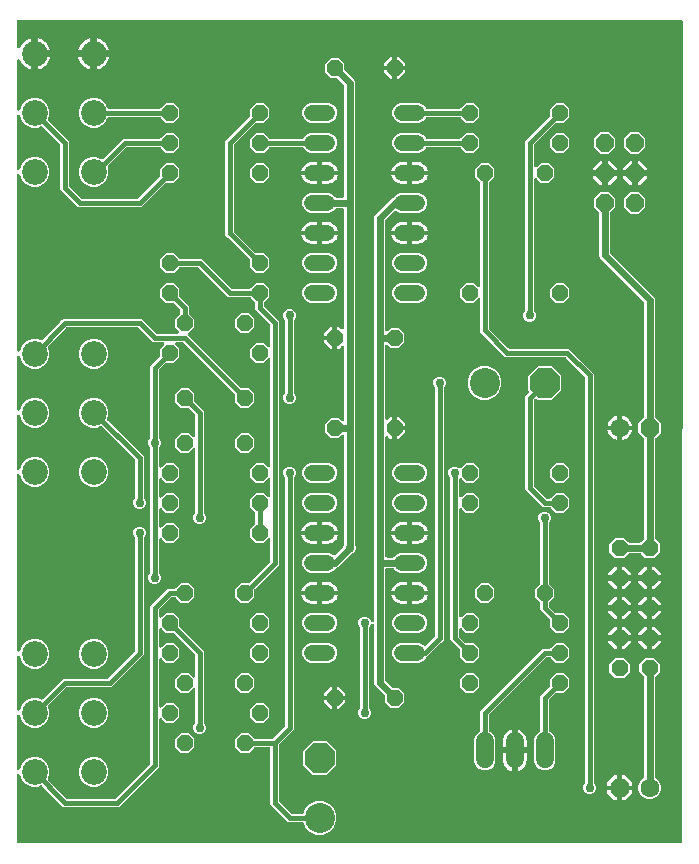
<source format=gtl>
G04 EAGLE Gerber RS-274X export*
G75*
%MOMM*%
%FSLAX34Y34*%
%LPD*%
%INTop Copper*%
%IPPOS*%
%AMOC8*
5,1,8,0,0,1.08239X$1,22.5*%
G01*
%ADD10C,1.320800*%
%ADD11C,2.184400*%
%ADD12P,1.429621X8X202.500000*%
%ADD13P,1.429621X8X22.500000*%
%ADD14P,1.649562X8X292.500000*%
%ADD15P,1.732040X8X22.500000*%
%ADD16C,1.600200*%
%ADD17P,1.732040X8X202.500000*%
%ADD18P,1.539592X8X112.500000*%
%ADD19C,2.540000*%
%ADD20P,2.749271X8X22.500000*%
%ADD21P,2.749271X8X112.500000*%
%ADD22C,1.524000*%
%ADD23C,0.609600*%
%ADD24C,0.756400*%
%ADD25C,0.406400*%

G36*
X572345Y10164D02*
X572345Y10164D01*
X572371Y10162D01*
X572518Y10184D01*
X572665Y10201D01*
X572690Y10209D01*
X572716Y10213D01*
X572854Y10268D01*
X572994Y10318D01*
X573015Y10332D01*
X573040Y10342D01*
X573162Y10427D01*
X573286Y10507D01*
X573305Y10526D01*
X573326Y10541D01*
X573425Y10651D01*
X573529Y10758D01*
X573542Y10780D01*
X573559Y10799D01*
X573631Y10930D01*
X573707Y11057D01*
X573715Y11082D01*
X573728Y11104D01*
X573768Y11247D01*
X573814Y11389D01*
X573816Y11415D01*
X573823Y11440D01*
X573843Y11684D01*
X574036Y705866D01*
X574033Y705892D01*
X574035Y705918D01*
X574013Y706065D01*
X573996Y706212D01*
X573987Y706237D01*
X573983Y706263D01*
X573929Y706400D01*
X573879Y706540D01*
X573864Y706562D01*
X573855Y706587D01*
X573770Y706708D01*
X573690Y706833D01*
X573671Y706851D01*
X573656Y706873D01*
X573546Y706972D01*
X573439Y707075D01*
X573417Y707089D01*
X573397Y707106D01*
X573267Y707178D01*
X573140Y707254D01*
X573115Y707262D01*
X573092Y707275D01*
X572949Y707315D01*
X572808Y707360D01*
X572782Y707362D01*
X572757Y707370D01*
X572513Y707389D01*
X11684Y707389D01*
X11658Y707386D01*
X11632Y707388D01*
X11485Y707366D01*
X11338Y707349D01*
X11313Y707341D01*
X11287Y707337D01*
X11149Y707282D01*
X11010Y707232D01*
X10988Y707218D01*
X10963Y707208D01*
X10842Y707123D01*
X10717Y707043D01*
X10699Y707024D01*
X10677Y707009D01*
X10578Y706899D01*
X10475Y706792D01*
X10461Y706770D01*
X10444Y706750D01*
X10372Y706620D01*
X10296Y706493D01*
X10288Y706468D01*
X10275Y706445D01*
X10235Y706302D01*
X10190Y706161D01*
X10188Y706135D01*
X10180Y706110D01*
X10161Y705866D01*
X10161Y684740D01*
X10180Y684576D01*
X10196Y684413D01*
X10200Y684404D01*
X10201Y684394D01*
X10256Y684239D01*
X10310Y684083D01*
X10315Y684075D01*
X10318Y684066D01*
X10407Y683928D01*
X10495Y683788D01*
X10502Y683781D01*
X10507Y683773D01*
X10626Y683658D01*
X10743Y683543D01*
X10751Y683538D01*
X10758Y683531D01*
X10900Y683446D01*
X11039Y683360D01*
X11049Y683357D01*
X11057Y683352D01*
X11214Y683302D01*
X11370Y683250D01*
X11380Y683249D01*
X11389Y683246D01*
X11552Y683233D01*
X11717Y683217D01*
X11727Y683219D01*
X11736Y683218D01*
X11899Y683242D01*
X12062Y683265D01*
X12071Y683268D01*
X12081Y683270D01*
X12235Y683331D01*
X12388Y683389D01*
X12396Y683395D01*
X12405Y683398D01*
X12540Y683492D01*
X12676Y683585D01*
X12683Y683592D01*
X12691Y683597D01*
X12801Y683720D01*
X12913Y683840D01*
X12919Y683850D01*
X12924Y683856D01*
X12939Y683883D01*
X13041Y684049D01*
X13886Y685706D01*
X15131Y687420D01*
X16630Y688919D01*
X18344Y690164D01*
X20232Y691126D01*
X22247Y691781D01*
X22401Y691806D01*
X22401Y680126D01*
X22404Y680100D01*
X22402Y680074D01*
X22424Y679927D01*
X22441Y679780D01*
X22449Y679755D01*
X22453Y679729D01*
X22508Y679592D01*
X22558Y679452D01*
X22572Y679430D01*
X22582Y679405D01*
X22667Y679284D01*
X22747Y679159D01*
X22766Y679141D01*
X22781Y679119D01*
X22891Y679020D01*
X22998Y678917D01*
X23020Y678903D01*
X23040Y678886D01*
X23170Y678814D01*
X23297Y678738D01*
X23322Y678730D01*
X23345Y678717D01*
X23488Y678677D01*
X23564Y678652D01*
X23553Y678648D01*
X23527Y678644D01*
X23389Y678590D01*
X23250Y678540D01*
X23228Y678525D01*
X23203Y678516D01*
X23082Y678431D01*
X22957Y678351D01*
X22939Y678332D01*
X22917Y678317D01*
X22818Y678207D01*
X22715Y678100D01*
X22701Y678077D01*
X22684Y678058D01*
X22612Y677928D01*
X22536Y677801D01*
X22528Y677776D01*
X22515Y677753D01*
X22475Y677610D01*
X22430Y677469D01*
X22427Y677443D01*
X22420Y677418D01*
X22401Y677174D01*
X22401Y665494D01*
X22247Y665519D01*
X20232Y666174D01*
X18344Y667136D01*
X16630Y668381D01*
X15131Y669880D01*
X13886Y671594D01*
X13041Y673251D01*
X12950Y673388D01*
X12861Y673527D01*
X12854Y673534D01*
X12849Y673542D01*
X12729Y673654D01*
X12610Y673769D01*
X12602Y673774D01*
X12595Y673781D01*
X12453Y673863D01*
X12311Y673948D01*
X12302Y673951D01*
X12294Y673956D01*
X12136Y674004D01*
X11979Y674054D01*
X11969Y674055D01*
X11960Y674058D01*
X11796Y674069D01*
X11632Y674082D01*
X11622Y674081D01*
X11613Y674081D01*
X11450Y674055D01*
X11287Y674030D01*
X11278Y674027D01*
X11269Y674025D01*
X11116Y673962D01*
X10963Y673902D01*
X10955Y673896D01*
X10946Y673893D01*
X10812Y673796D01*
X10677Y673703D01*
X10671Y673696D01*
X10663Y673690D01*
X10554Y673566D01*
X10444Y673444D01*
X10439Y673436D01*
X10433Y673428D01*
X10355Y673284D01*
X10275Y673139D01*
X10272Y673130D01*
X10268Y673121D01*
X10226Y672963D01*
X10180Y672804D01*
X10179Y672792D01*
X10177Y672785D01*
X10176Y672755D01*
X10161Y672560D01*
X10161Y632042D01*
X10166Y631992D01*
X10164Y631942D01*
X10186Y631819D01*
X10201Y631696D01*
X10218Y631648D01*
X10227Y631599D01*
X10276Y631485D01*
X10318Y631368D01*
X10345Y631325D01*
X10365Y631279D01*
X10440Y631179D01*
X10507Y631075D01*
X10543Y631040D01*
X10573Y630999D01*
X10668Y630919D01*
X10758Y630833D01*
X10801Y630807D01*
X10839Y630774D01*
X10950Y630718D01*
X11057Y630654D01*
X11105Y630638D01*
X11150Y630615D01*
X11270Y630585D01*
X11389Y630547D01*
X11439Y630543D01*
X11488Y630531D01*
X11612Y630529D01*
X11736Y630520D01*
X11786Y630527D01*
X11836Y630526D01*
X11958Y630553D01*
X12081Y630571D01*
X12128Y630590D01*
X12177Y630601D01*
X12289Y630654D01*
X12405Y630700D01*
X12446Y630729D01*
X12492Y630750D01*
X12589Y630828D01*
X12691Y630899D01*
X12725Y630936D01*
X12764Y630968D01*
X12841Y631065D01*
X12924Y631158D01*
X12949Y631202D01*
X12980Y631241D01*
X13091Y631459D01*
X14848Y635701D01*
X18349Y639202D01*
X22924Y641097D01*
X27876Y641097D01*
X32451Y639202D01*
X35952Y635701D01*
X37847Y631126D01*
X37847Y626174D01*
X36789Y623621D01*
X36768Y623547D01*
X36738Y623477D01*
X36720Y623380D01*
X36693Y623286D01*
X36690Y623209D01*
X36676Y623134D01*
X36681Y623036D01*
X36676Y622938D01*
X36690Y622862D01*
X36694Y622786D01*
X36721Y622692D01*
X36739Y622595D01*
X36769Y622525D01*
X36791Y622451D01*
X36839Y622365D01*
X36878Y622275D01*
X36923Y622214D01*
X36961Y622147D01*
X37058Y622033D01*
X37086Y621995D01*
X37100Y621983D01*
X37119Y621961D01*
X51827Y607253D01*
X54357Y604723D01*
X54357Y567254D01*
X54371Y567129D01*
X54378Y567002D01*
X54391Y566956D01*
X54397Y566908D01*
X54439Y566789D01*
X54474Y566668D01*
X54498Y566625D01*
X54514Y566580D01*
X54583Y566474D01*
X54644Y566363D01*
X54684Y566317D01*
X54703Y566287D01*
X54738Y566254D01*
X54803Y566177D01*
X64527Y556453D01*
X64626Y556374D01*
X64720Y556290D01*
X64762Y556266D01*
X64800Y556236D01*
X64914Y556182D01*
X65025Y556121D01*
X65072Y556108D01*
X65115Y556087D01*
X65239Y556061D01*
X65360Y556026D01*
X65421Y556021D01*
X65456Y556014D01*
X65504Y556015D01*
X65604Y556007D01*
X112196Y556007D01*
X112321Y556021D01*
X112448Y556028D01*
X112494Y556041D01*
X112542Y556047D01*
X112661Y556089D01*
X112782Y556124D01*
X112825Y556148D01*
X112870Y556164D01*
X112976Y556233D01*
X113087Y556294D01*
X113133Y556334D01*
X113163Y556353D01*
X113196Y556388D01*
X113273Y556453D01*
X131125Y574305D01*
X131204Y574404D01*
X131288Y574498D01*
X131312Y574540D01*
X131342Y574578D01*
X131396Y574692D01*
X131457Y574803D01*
X131470Y574850D01*
X131491Y574893D01*
X131517Y575017D01*
X131552Y575138D01*
X131557Y575199D01*
X131564Y575234D01*
X131563Y575282D01*
X131571Y575382D01*
X131571Y581217D01*
X136333Y585979D01*
X143067Y585979D01*
X147829Y581217D01*
X147829Y574483D01*
X143067Y569721D01*
X137232Y569721D01*
X137107Y569707D01*
X136980Y569700D01*
X136934Y569687D01*
X136886Y569681D01*
X136767Y569639D01*
X136646Y569604D01*
X136603Y569580D01*
X136558Y569564D01*
X136452Y569495D01*
X136341Y569434D01*
X136295Y569394D01*
X136265Y569375D01*
X136232Y569340D01*
X136155Y569275D01*
X115773Y548893D01*
X62027Y548893D01*
X47243Y563677D01*
X47243Y601146D01*
X47229Y601271D01*
X47222Y601398D01*
X47209Y601444D01*
X47203Y601492D01*
X47161Y601611D01*
X47126Y601732D01*
X47102Y601775D01*
X47086Y601820D01*
X47017Y601926D01*
X46956Y602037D01*
X46916Y602083D01*
X46897Y602113D01*
X46862Y602147D01*
X46831Y602183D01*
X46827Y602189D01*
X46824Y602192D01*
X46797Y602223D01*
X32089Y616931D01*
X32029Y616978D01*
X31976Y617033D01*
X31893Y617086D01*
X31816Y617147D01*
X31747Y617180D01*
X31683Y617221D01*
X31590Y617254D01*
X31501Y617296D01*
X31427Y617312D01*
X31354Y617338D01*
X31256Y617349D01*
X31160Y617370D01*
X31084Y617368D01*
X31008Y617377D01*
X30910Y617365D01*
X30812Y617364D01*
X30738Y617345D01*
X30662Y617336D01*
X30520Y617290D01*
X30474Y617279D01*
X30457Y617270D01*
X30429Y617261D01*
X27876Y616203D01*
X22924Y616203D01*
X18349Y618098D01*
X14848Y621599D01*
X13091Y625841D01*
X13067Y625885D01*
X13050Y625932D01*
X12982Y626037D01*
X12922Y626146D01*
X12888Y626183D01*
X12861Y626225D01*
X12771Y626312D01*
X12688Y626404D01*
X12646Y626432D01*
X12610Y626467D01*
X12503Y626531D01*
X12401Y626602D01*
X12354Y626621D01*
X12311Y626646D01*
X12193Y626684D01*
X12077Y626730D01*
X12027Y626737D01*
X11979Y626753D01*
X11855Y626762D01*
X11732Y626781D01*
X11682Y626776D01*
X11632Y626780D01*
X11509Y626762D01*
X11385Y626752D01*
X11337Y626736D01*
X11287Y626729D01*
X11172Y626683D01*
X11053Y626645D01*
X11010Y626619D01*
X10963Y626600D01*
X10861Y626529D01*
X10755Y626465D01*
X10718Y626430D01*
X10677Y626401D01*
X10594Y626309D01*
X10505Y626222D01*
X10477Y626180D01*
X10444Y626142D01*
X10384Y626033D01*
X10316Y625929D01*
X10299Y625881D01*
X10275Y625837D01*
X10241Y625717D01*
X10200Y625600D01*
X10194Y625550D01*
X10180Y625502D01*
X10161Y625258D01*
X10161Y582042D01*
X10166Y581992D01*
X10164Y581942D01*
X10186Y581819D01*
X10201Y581696D01*
X10218Y581648D01*
X10227Y581599D01*
X10276Y581485D01*
X10318Y581368D01*
X10345Y581325D01*
X10365Y581279D01*
X10440Y581179D01*
X10507Y581075D01*
X10543Y581040D01*
X10573Y580999D01*
X10668Y580919D01*
X10758Y580833D01*
X10801Y580807D01*
X10839Y580774D01*
X10950Y580718D01*
X11057Y580654D01*
X11105Y580638D01*
X11150Y580615D01*
X11270Y580585D01*
X11389Y580547D01*
X11439Y580543D01*
X11488Y580531D01*
X11612Y580529D01*
X11736Y580520D01*
X11786Y580527D01*
X11836Y580526D01*
X11958Y580553D01*
X12081Y580571D01*
X12128Y580590D01*
X12177Y580601D01*
X12289Y580654D01*
X12405Y580700D01*
X12446Y580729D01*
X12492Y580750D01*
X12589Y580828D01*
X12691Y580899D01*
X12725Y580936D01*
X12764Y580968D01*
X12841Y581065D01*
X12924Y581158D01*
X12949Y581202D01*
X12980Y581241D01*
X13091Y581459D01*
X14848Y585701D01*
X18349Y589202D01*
X22924Y591097D01*
X27876Y591097D01*
X32451Y589202D01*
X35952Y585701D01*
X37847Y581126D01*
X37847Y576174D01*
X35952Y571599D01*
X32451Y568098D01*
X27876Y566203D01*
X22924Y566203D01*
X18349Y568098D01*
X14848Y571599D01*
X13091Y575841D01*
X13067Y575885D01*
X13050Y575932D01*
X12982Y576037D01*
X12922Y576146D01*
X12888Y576183D01*
X12861Y576225D01*
X12771Y576312D01*
X12688Y576404D01*
X12646Y576432D01*
X12610Y576467D01*
X12503Y576531D01*
X12401Y576602D01*
X12354Y576621D01*
X12311Y576646D01*
X12193Y576684D01*
X12077Y576730D01*
X12027Y576737D01*
X11979Y576753D01*
X11855Y576762D01*
X11732Y576781D01*
X11682Y576776D01*
X11632Y576780D01*
X11509Y576762D01*
X11385Y576752D01*
X11337Y576736D01*
X11287Y576729D01*
X11172Y576683D01*
X11053Y576645D01*
X11010Y576619D01*
X10963Y576600D01*
X10861Y576529D01*
X10755Y576465D01*
X10718Y576430D01*
X10677Y576401D01*
X10594Y576309D01*
X10505Y576222D01*
X10477Y576180D01*
X10444Y576142D01*
X10384Y576033D01*
X10316Y575929D01*
X10299Y575881D01*
X10275Y575837D01*
X10241Y575717D01*
X10200Y575600D01*
X10194Y575550D01*
X10180Y575502D01*
X10161Y575258D01*
X10161Y428042D01*
X10166Y427992D01*
X10164Y427942D01*
X10186Y427819D01*
X10201Y427696D01*
X10218Y427648D01*
X10227Y427599D01*
X10276Y427485D01*
X10318Y427368D01*
X10345Y427325D01*
X10365Y427279D01*
X10440Y427179D01*
X10507Y427075D01*
X10543Y427040D01*
X10573Y426999D01*
X10668Y426919D01*
X10758Y426833D01*
X10801Y426807D01*
X10839Y426774D01*
X10950Y426718D01*
X11057Y426654D01*
X11105Y426638D01*
X11150Y426615D01*
X11270Y426585D01*
X11389Y426548D01*
X11439Y426543D01*
X11488Y426531D01*
X11612Y426530D01*
X11736Y426520D01*
X11786Y426527D01*
X11836Y426526D01*
X11958Y426553D01*
X12081Y426571D01*
X12128Y426590D01*
X12177Y426601D01*
X12289Y426654D01*
X12405Y426700D01*
X12446Y426729D01*
X12492Y426750D01*
X12589Y426828D01*
X12691Y426899D01*
X12725Y426936D01*
X12764Y426968D01*
X12841Y427065D01*
X12924Y427158D01*
X12949Y427202D01*
X12980Y427241D01*
X13091Y427459D01*
X14848Y431701D01*
X18349Y435202D01*
X22924Y437097D01*
X27876Y437097D01*
X30228Y436122D01*
X30313Y436098D01*
X30394Y436064D01*
X30480Y436050D01*
X30563Y436027D01*
X30651Y436022D01*
X30738Y436008D01*
X30825Y436014D01*
X30911Y436010D01*
X30998Y436026D01*
X31086Y436031D01*
X31169Y436057D01*
X31254Y436072D01*
X31335Y436107D01*
X31419Y436133D01*
X31494Y436177D01*
X31574Y436211D01*
X31645Y436264D01*
X31721Y436308D01*
X31813Y436389D01*
X31854Y436419D01*
X31871Y436440D01*
X31905Y436469D01*
X46814Y451848D01*
X46884Y451939D01*
X46960Y452024D01*
X46981Y452060D01*
X48257Y453337D01*
X48263Y453344D01*
X48273Y453354D01*
X49294Y454407D01*
X50761Y454407D01*
X50770Y454408D01*
X50784Y454407D01*
X52584Y454435D01*
X52614Y454426D01*
X52692Y454420D01*
X52733Y454412D01*
X52777Y454413D01*
X52858Y454407D01*
X115773Y454407D01*
X128027Y442153D01*
X128126Y442074D01*
X128220Y441990D01*
X128262Y441966D01*
X128300Y441936D01*
X128414Y441882D01*
X128525Y441821D01*
X128572Y441808D01*
X128615Y441787D01*
X128739Y441761D01*
X128860Y441726D01*
X128921Y441721D01*
X128956Y441714D01*
X129004Y441715D01*
X129104Y441707D01*
X146370Y441707D01*
X146470Y441718D01*
X146570Y441720D01*
X146642Y441738D01*
X146716Y441747D01*
X146811Y441780D01*
X146908Y441805D01*
X146974Y441839D01*
X147044Y441864D01*
X147129Y441919D01*
X147218Y441965D01*
X147275Y442013D01*
X147337Y442053D01*
X147407Y442125D01*
X147483Y442190D01*
X147528Y442250D01*
X147579Y442304D01*
X147631Y442390D01*
X147691Y442471D01*
X147720Y442539D01*
X147758Y442603D01*
X147789Y442699D01*
X147829Y442791D01*
X147842Y442864D01*
X147864Y442935D01*
X147873Y443035D01*
X147890Y443134D01*
X147886Y443208D01*
X147892Y443282D01*
X147878Y443382D01*
X147872Y443482D01*
X147852Y443553D01*
X147841Y443627D01*
X147804Y443720D01*
X147776Y443817D01*
X147739Y443882D01*
X147712Y443951D01*
X147655Y444033D01*
X147606Y444121D01*
X147541Y444197D01*
X147513Y444237D01*
X147487Y444261D01*
X147447Y444307D01*
X144271Y447483D01*
X144271Y454217D01*
X148397Y458343D01*
X148476Y458442D01*
X148560Y458536D01*
X148584Y458578D01*
X148614Y458616D01*
X148668Y458730D01*
X148729Y458841D01*
X148742Y458887D01*
X148763Y458931D01*
X148789Y459054D01*
X148824Y459176D01*
X148829Y459237D01*
X148836Y459272D01*
X148835Y459320D01*
X148843Y459420D01*
X148843Y461446D01*
X148829Y461571D01*
X148822Y461698D01*
X148809Y461744D01*
X148803Y461792D01*
X148761Y461911D01*
X148726Y462032D01*
X148702Y462075D01*
X148686Y462120D01*
X148617Y462226D01*
X148556Y462337D01*
X148516Y462383D01*
X148497Y462413D01*
X148462Y462446D01*
X148397Y462523D01*
X143245Y467675D01*
X143146Y467754D01*
X143052Y467838D01*
X143010Y467862D01*
X142972Y467892D01*
X142858Y467946D01*
X142747Y468007D01*
X142700Y468020D01*
X142657Y468041D01*
X142533Y468067D01*
X142412Y468102D01*
X142351Y468107D01*
X142316Y468114D01*
X142268Y468113D01*
X142168Y468121D01*
X136333Y468121D01*
X131571Y472883D01*
X131571Y479617D01*
X136333Y484379D01*
X143067Y484379D01*
X147829Y479617D01*
X147829Y473782D01*
X147843Y473657D01*
X147850Y473530D01*
X147863Y473484D01*
X147869Y473436D01*
X147911Y473317D01*
X147946Y473196D01*
X147970Y473153D01*
X147986Y473108D01*
X148055Y473002D01*
X148116Y472891D01*
X148156Y472845D01*
X148175Y472815D01*
X148210Y472782D01*
X148275Y472705D01*
X155957Y465023D01*
X155957Y459420D01*
X155971Y459294D01*
X155978Y459168D01*
X155991Y459122D01*
X155997Y459074D01*
X156039Y458955D01*
X156074Y458833D01*
X156098Y458791D01*
X156114Y458746D01*
X156183Y458639D01*
X156244Y458529D01*
X156284Y458483D01*
X156303Y458453D01*
X156338Y458419D01*
X156403Y458343D01*
X160529Y454217D01*
X160529Y447483D01*
X155390Y442344D01*
X155374Y442324D01*
X155354Y442307D01*
X155265Y442187D01*
X155173Y442071D01*
X155162Y442048D01*
X155147Y442026D01*
X155088Y441890D01*
X155024Y441756D01*
X155019Y441730D01*
X155009Y441706D01*
X154982Y441560D01*
X154951Y441415D01*
X154951Y441389D01*
X154947Y441363D01*
X154954Y441215D01*
X154957Y441067D01*
X154963Y441042D01*
X154965Y441015D01*
X155006Y440873D01*
X155042Y440729D01*
X155054Y440706D01*
X155061Y440680D01*
X155134Y440551D01*
X155202Y440419D01*
X155219Y440399D01*
X155231Y440376D01*
X155341Y440247D01*
X155351Y440234D01*
X155360Y440225D01*
X155390Y440190D01*
X199655Y395925D01*
X199754Y395846D01*
X199848Y395762D01*
X199890Y395738D01*
X199928Y395708D01*
X200042Y395654D01*
X200153Y395593D01*
X200200Y395580D01*
X200243Y395559D01*
X200367Y395533D01*
X200488Y395498D01*
X200549Y395493D01*
X200584Y395486D01*
X200632Y395487D01*
X200732Y395479D01*
X206567Y395479D01*
X211329Y390717D01*
X211329Y383983D01*
X206567Y379221D01*
X199833Y379221D01*
X195071Y383983D01*
X195071Y389818D01*
X195057Y389943D01*
X195050Y390070D01*
X195037Y390116D01*
X195031Y390164D01*
X194989Y390283D01*
X194954Y390404D01*
X194930Y390447D01*
X194914Y390492D01*
X194845Y390598D01*
X194784Y390709D01*
X194744Y390755D01*
X194725Y390785D01*
X194690Y390818D01*
X194625Y390895D01*
X151373Y434147D01*
X151274Y434226D01*
X151180Y434310D01*
X151138Y434334D01*
X151100Y434364D01*
X150986Y434418D01*
X150875Y434479D01*
X150828Y434492D01*
X150785Y434513D01*
X150661Y434539D01*
X150540Y434574D01*
X150479Y434579D01*
X150444Y434586D01*
X150396Y434585D01*
X150296Y434593D01*
X145730Y434593D01*
X145630Y434582D01*
X145530Y434580D01*
X145458Y434562D01*
X145384Y434553D01*
X145289Y434520D01*
X145192Y434495D01*
X145126Y434461D01*
X145056Y434436D01*
X144971Y434381D01*
X144882Y434335D01*
X144825Y434287D01*
X144763Y434247D01*
X144693Y434175D01*
X144617Y434110D01*
X144572Y434050D01*
X144521Y433996D01*
X144469Y433910D01*
X144409Y433829D01*
X144380Y433761D01*
X144342Y433697D01*
X144311Y433601D01*
X144271Y433509D01*
X144258Y433436D01*
X144236Y433365D01*
X144227Y433265D01*
X144210Y433166D01*
X144214Y433092D01*
X144208Y433018D01*
X144222Y432918D01*
X144228Y432818D01*
X144248Y432747D01*
X144259Y432673D01*
X144296Y432580D01*
X144324Y432483D01*
X144361Y432418D01*
X144388Y432349D01*
X144445Y432267D01*
X144494Y432179D01*
X144559Y432103D01*
X144587Y432063D01*
X144613Y432039D01*
X144653Y431993D01*
X147829Y428817D01*
X147829Y422083D01*
X143067Y417321D01*
X137232Y417321D01*
X137107Y417307D01*
X136980Y417300D01*
X136934Y417287D01*
X136886Y417281D01*
X136767Y417239D01*
X136645Y417204D01*
X136603Y417180D01*
X136558Y417164D01*
X136452Y417095D01*
X136341Y417034D01*
X136295Y416994D01*
X136265Y416975D01*
X136232Y416940D01*
X136155Y416875D01*
X131003Y411723D01*
X130924Y411624D01*
X130840Y411530D01*
X130816Y411488D01*
X130786Y411450D01*
X130732Y411336D01*
X130671Y411225D01*
X130658Y411178D01*
X130637Y411135D01*
X130611Y411011D01*
X130576Y410890D01*
X130571Y410829D01*
X130564Y410794D01*
X130565Y410746D01*
X130557Y410646D01*
X130557Y353829D01*
X130571Y353703D01*
X130578Y353577D01*
X130591Y353531D01*
X130597Y353483D01*
X130639Y353364D01*
X130674Y353242D01*
X130698Y353200D01*
X130714Y353155D01*
X130783Y353049D01*
X130844Y352938D01*
X130884Y352892D01*
X130903Y352862D01*
X130938Y352828D01*
X131003Y352752D01*
X131499Y352256D01*
X132307Y350306D01*
X132307Y348194D01*
X131499Y346244D01*
X131003Y345748D01*
X130924Y345649D01*
X130840Y345555D01*
X130816Y345513D01*
X130786Y345475D01*
X130732Y345361D01*
X130671Y345250D01*
X130658Y345204D01*
X130637Y345160D01*
X130611Y345037D01*
X130576Y344915D01*
X130571Y344854D01*
X130564Y344819D01*
X130565Y344771D01*
X130557Y344671D01*
X130557Y329880D01*
X130568Y329780D01*
X130570Y329680D01*
X130588Y329608D01*
X130597Y329534D01*
X130630Y329439D01*
X130655Y329342D01*
X130689Y329276D01*
X130714Y329206D01*
X130769Y329121D01*
X130815Y329032D01*
X130863Y328975D01*
X130903Y328913D01*
X130975Y328843D01*
X131040Y328767D01*
X131100Y328722D01*
X131154Y328671D01*
X131240Y328619D01*
X131321Y328559D01*
X131389Y328530D01*
X131453Y328492D01*
X131549Y328461D01*
X131641Y328421D01*
X131714Y328408D01*
X131785Y328386D01*
X131885Y328377D01*
X131984Y328360D01*
X132058Y328364D01*
X132132Y328358D01*
X132232Y328372D01*
X132332Y328378D01*
X132403Y328398D01*
X132477Y328409D01*
X132570Y328446D01*
X132667Y328474D01*
X132732Y328511D01*
X132801Y328538D01*
X132883Y328595D01*
X132971Y328644D01*
X133047Y328709D01*
X133087Y328737D01*
X133111Y328763D01*
X133157Y328803D01*
X136333Y331979D01*
X143067Y331979D01*
X147829Y327217D01*
X147829Y320483D01*
X143067Y315721D01*
X136333Y315721D01*
X133157Y318897D01*
X133079Y318960D01*
X133006Y319029D01*
X132942Y319068D01*
X132884Y319114D01*
X132793Y319157D01*
X132707Y319208D01*
X132636Y319231D01*
X132569Y319263D01*
X132471Y319284D01*
X132375Y319314D01*
X132301Y319320D01*
X132228Y319336D01*
X132128Y319334D01*
X132028Y319342D01*
X131954Y319331D01*
X131880Y319330D01*
X131783Y319306D01*
X131683Y319291D01*
X131614Y319263D01*
X131542Y319245D01*
X131453Y319199D01*
X131359Y319162D01*
X131298Y319120D01*
X131232Y319085D01*
X131156Y319020D01*
X131073Y318963D01*
X131023Y318908D01*
X130967Y318860D01*
X130907Y318779D01*
X130840Y318704D01*
X130804Y318639D01*
X130759Y318579D01*
X130720Y318487D01*
X130671Y318399D01*
X130651Y318328D01*
X130621Y318259D01*
X130604Y318161D01*
X130576Y318064D01*
X130568Y317964D01*
X130560Y317916D01*
X130562Y317881D01*
X130557Y317820D01*
X130557Y304480D01*
X130568Y304380D01*
X130570Y304280D01*
X130588Y304208D01*
X130597Y304134D01*
X130630Y304039D01*
X130655Y303942D01*
X130689Y303876D01*
X130714Y303806D01*
X130769Y303721D01*
X130815Y303632D01*
X130863Y303575D01*
X130903Y303513D01*
X130975Y303443D01*
X131040Y303367D01*
X131100Y303322D01*
X131154Y303271D01*
X131240Y303219D01*
X131321Y303159D01*
X131389Y303130D01*
X131453Y303092D01*
X131549Y303061D01*
X131641Y303021D01*
X131714Y303008D01*
X131785Y302986D01*
X131885Y302977D01*
X131984Y302960D01*
X132058Y302964D01*
X132132Y302958D01*
X132232Y302972D01*
X132332Y302978D01*
X132403Y302998D01*
X132477Y303009D01*
X132570Y303046D01*
X132667Y303074D01*
X132732Y303111D01*
X132801Y303138D01*
X132883Y303195D01*
X132971Y303244D01*
X133047Y303309D01*
X133087Y303337D01*
X133111Y303363D01*
X133157Y303403D01*
X136333Y306579D01*
X143067Y306579D01*
X147829Y301817D01*
X147829Y295083D01*
X143067Y290321D01*
X136333Y290321D01*
X133157Y293497D01*
X133079Y293560D01*
X133006Y293629D01*
X132942Y293668D01*
X132884Y293714D01*
X132793Y293757D01*
X132707Y293808D01*
X132636Y293831D01*
X132569Y293863D01*
X132471Y293884D01*
X132375Y293914D01*
X132301Y293920D01*
X132228Y293936D01*
X132128Y293934D01*
X132028Y293942D01*
X131954Y293931D01*
X131880Y293930D01*
X131783Y293906D01*
X131683Y293891D01*
X131614Y293863D01*
X131542Y293845D01*
X131453Y293799D01*
X131359Y293762D01*
X131298Y293720D01*
X131232Y293685D01*
X131156Y293620D01*
X131073Y293563D01*
X131023Y293508D01*
X130967Y293460D01*
X130907Y293379D01*
X130840Y293304D01*
X130804Y293239D01*
X130759Y293179D01*
X130720Y293087D01*
X130671Y292999D01*
X130651Y292928D01*
X130621Y292859D01*
X130604Y292761D01*
X130576Y292664D01*
X130568Y292564D01*
X130560Y292516D01*
X130562Y292481D01*
X130557Y292420D01*
X130557Y279080D01*
X130568Y278980D01*
X130570Y278880D01*
X130588Y278808D01*
X130597Y278734D01*
X130630Y278639D01*
X130655Y278542D01*
X130689Y278476D01*
X130714Y278406D01*
X130769Y278321D01*
X130815Y278232D01*
X130863Y278175D01*
X130903Y278113D01*
X130975Y278043D01*
X131040Y277967D01*
X131100Y277922D01*
X131154Y277871D01*
X131240Y277819D01*
X131321Y277759D01*
X131389Y277730D01*
X131453Y277692D01*
X131549Y277661D01*
X131641Y277621D01*
X131714Y277608D01*
X131785Y277586D01*
X131885Y277577D01*
X131984Y277560D01*
X132058Y277564D01*
X132132Y277558D01*
X132232Y277572D01*
X132332Y277578D01*
X132403Y277598D01*
X132477Y277609D01*
X132570Y277646D01*
X132667Y277674D01*
X132732Y277711D01*
X132801Y277738D01*
X132883Y277795D01*
X132971Y277844D01*
X133047Y277909D01*
X133087Y277937D01*
X133111Y277963D01*
X133157Y278003D01*
X136333Y281179D01*
X143067Y281179D01*
X147829Y276417D01*
X147829Y269683D01*
X143067Y264921D01*
X136333Y264921D01*
X133157Y268097D01*
X133079Y268160D01*
X133006Y268229D01*
X132942Y268268D01*
X132884Y268314D01*
X132793Y268357D01*
X132707Y268408D01*
X132636Y268431D01*
X132569Y268463D01*
X132471Y268484D01*
X132375Y268514D01*
X132301Y268520D01*
X132228Y268536D01*
X132128Y268534D01*
X132028Y268542D01*
X131954Y268531D01*
X131880Y268530D01*
X131783Y268506D01*
X131683Y268491D01*
X131614Y268463D01*
X131542Y268445D01*
X131453Y268399D01*
X131359Y268362D01*
X131298Y268320D01*
X131232Y268285D01*
X131156Y268220D01*
X131073Y268163D01*
X131023Y268108D01*
X130967Y268060D01*
X130907Y267979D01*
X130840Y267904D01*
X130804Y267839D01*
X130759Y267779D01*
X130720Y267687D01*
X130671Y267599D01*
X130651Y267528D01*
X130621Y267459D01*
X130604Y267361D01*
X130576Y267264D01*
X130568Y267164D01*
X130560Y267116D01*
X130562Y267081D01*
X130557Y267020D01*
X130557Y239529D01*
X130571Y239403D01*
X130578Y239277D01*
X130591Y239231D01*
X130597Y239183D01*
X130639Y239064D01*
X130674Y238942D01*
X130698Y238900D01*
X130714Y238855D01*
X130783Y238749D01*
X130844Y238638D01*
X130884Y238592D01*
X130903Y238562D01*
X130938Y238528D01*
X131003Y238452D01*
X131499Y237956D01*
X132307Y236006D01*
X132307Y233894D01*
X131499Y231944D01*
X130006Y230451D01*
X128056Y229643D01*
X125944Y229643D01*
X123994Y230451D01*
X122501Y231944D01*
X121693Y233894D01*
X121693Y236006D01*
X122501Y237956D01*
X122997Y238452D01*
X123076Y238551D01*
X123160Y238645D01*
X123184Y238687D01*
X123214Y238725D01*
X123268Y238839D01*
X123329Y238950D01*
X123342Y238996D01*
X123363Y239040D01*
X123389Y239163D01*
X123424Y239285D01*
X123429Y239346D01*
X123436Y239381D01*
X123435Y239429D01*
X123443Y239529D01*
X123443Y344671D01*
X123429Y344797D01*
X123422Y344923D01*
X123409Y344969D01*
X123403Y345017D01*
X123361Y345136D01*
X123326Y345258D01*
X123302Y345300D01*
X123286Y345345D01*
X123217Y345451D01*
X123156Y345562D01*
X123116Y345608D01*
X123097Y345638D01*
X123062Y345672D01*
X122997Y345748D01*
X122501Y346244D01*
X121693Y348194D01*
X121693Y350306D01*
X122501Y352256D01*
X122997Y352752D01*
X123076Y352851D01*
X123160Y352945D01*
X123184Y352987D01*
X123214Y353025D01*
X123268Y353139D01*
X123329Y353250D01*
X123342Y353296D01*
X123363Y353340D01*
X123389Y353463D01*
X123424Y353585D01*
X123429Y353646D01*
X123436Y353681D01*
X123435Y353729D01*
X123443Y353829D01*
X123443Y414223D01*
X131125Y421905D01*
X131191Y421988D01*
X131237Y422035D01*
X131246Y422051D01*
X131288Y422098D01*
X131312Y422140D01*
X131342Y422178D01*
X131396Y422292D01*
X131457Y422403D01*
X131470Y422450D01*
X131491Y422493D01*
X131517Y422617D01*
X131552Y422738D01*
X131557Y422799D01*
X131564Y422834D01*
X131563Y422882D01*
X131571Y422982D01*
X131571Y428817D01*
X134747Y431993D01*
X134810Y432071D01*
X134879Y432144D01*
X134918Y432208D01*
X134964Y432266D01*
X135007Y432357D01*
X135058Y432443D01*
X135081Y432514D01*
X135113Y432581D01*
X135134Y432679D01*
X135164Y432775D01*
X135170Y432849D01*
X135186Y432922D01*
X135184Y433022D01*
X135192Y433122D01*
X135181Y433196D01*
X135180Y433270D01*
X135156Y433367D01*
X135141Y433467D01*
X135113Y433536D01*
X135095Y433608D01*
X135049Y433697D01*
X135012Y433791D01*
X134970Y433852D01*
X134935Y433918D01*
X134870Y433994D01*
X134813Y434077D01*
X134758Y434127D01*
X134710Y434183D01*
X134629Y434243D01*
X134554Y434310D01*
X134489Y434346D01*
X134429Y434391D01*
X134337Y434430D01*
X134249Y434479D01*
X134178Y434499D01*
X134109Y434529D01*
X134011Y434546D01*
X133914Y434574D01*
X133814Y434582D01*
X133766Y434590D01*
X133731Y434588D01*
X133670Y434593D01*
X125527Y434593D01*
X113273Y446847D01*
X113174Y446926D01*
X113080Y447010D01*
X113038Y447034D01*
X113000Y447064D01*
X112886Y447118D01*
X112775Y447179D01*
X112728Y447192D01*
X112685Y447213D01*
X112561Y447239D01*
X112440Y447274D01*
X112379Y447279D01*
X112344Y447286D01*
X112296Y447285D01*
X112196Y447293D01*
X52950Y447293D01*
X52813Y447277D01*
X52675Y447268D01*
X52640Y447258D01*
X52604Y447253D01*
X52474Y447207D01*
X52342Y447166D01*
X52311Y447148D01*
X52276Y447136D01*
X52160Y447061D01*
X52041Y446992D01*
X52007Y446962D01*
X51983Y446947D01*
X51949Y446911D01*
X51857Y446830D01*
X37019Y431525D01*
X36979Y431474D01*
X36933Y431429D01*
X36873Y431336D01*
X36806Y431249D01*
X36780Y431190D01*
X36745Y431135D01*
X36708Y431032D01*
X36662Y430931D01*
X36650Y430868D01*
X36628Y430807D01*
X36616Y430697D01*
X36594Y430589D01*
X36596Y430525D01*
X36589Y430461D01*
X36602Y430351D01*
X36606Y430241D01*
X36622Y430179D01*
X36630Y430114D01*
X36687Y429939D01*
X36696Y429904D01*
X36701Y429896D01*
X36705Y429882D01*
X37847Y427126D01*
X37847Y422174D01*
X35952Y417599D01*
X32451Y414098D01*
X27876Y412203D01*
X22924Y412203D01*
X18349Y414098D01*
X14848Y417599D01*
X13091Y421841D01*
X13067Y421885D01*
X13050Y421932D01*
X12982Y422037D01*
X12922Y422146D01*
X12888Y422183D01*
X12861Y422225D01*
X12771Y422312D01*
X12688Y422404D01*
X12646Y422432D01*
X12610Y422467D01*
X12503Y422531D01*
X12401Y422602D01*
X12354Y422620D01*
X12311Y422646D01*
X12193Y422684D01*
X12077Y422730D01*
X12027Y422737D01*
X11979Y422752D01*
X11855Y422762D01*
X11732Y422781D01*
X11682Y422776D01*
X11632Y422780D01*
X11509Y422762D01*
X11385Y422752D01*
X11337Y422736D01*
X11287Y422729D01*
X11172Y422683D01*
X11053Y422645D01*
X11010Y422619D01*
X10963Y422600D01*
X10861Y422529D01*
X10755Y422465D01*
X10718Y422430D01*
X10677Y422401D01*
X10594Y422309D01*
X10505Y422222D01*
X10477Y422180D01*
X10444Y422142D01*
X10384Y422033D01*
X10316Y421929D01*
X10299Y421881D01*
X10275Y421837D01*
X10241Y421718D01*
X10200Y421600D01*
X10194Y421550D01*
X10180Y421502D01*
X10161Y421258D01*
X10161Y378042D01*
X10166Y377992D01*
X10164Y377942D01*
X10186Y377819D01*
X10201Y377696D01*
X10218Y377648D01*
X10227Y377599D01*
X10276Y377485D01*
X10318Y377368D01*
X10345Y377325D01*
X10365Y377279D01*
X10440Y377179D01*
X10507Y377075D01*
X10543Y377040D01*
X10573Y376999D01*
X10668Y376919D01*
X10758Y376833D01*
X10801Y376807D01*
X10839Y376774D01*
X10950Y376718D01*
X11057Y376654D01*
X11105Y376638D01*
X11150Y376615D01*
X11270Y376585D01*
X11389Y376548D01*
X11439Y376543D01*
X11488Y376531D01*
X11612Y376530D01*
X11736Y376520D01*
X11786Y376527D01*
X11836Y376526D01*
X11958Y376553D01*
X12081Y376571D01*
X12128Y376590D01*
X12177Y376601D01*
X12289Y376654D01*
X12405Y376700D01*
X12446Y376729D01*
X12492Y376750D01*
X12589Y376828D01*
X12691Y376899D01*
X12725Y376936D01*
X12764Y376968D01*
X12841Y377065D01*
X12924Y377158D01*
X12949Y377202D01*
X12980Y377241D01*
X13091Y377459D01*
X14848Y381701D01*
X18349Y385202D01*
X22924Y387097D01*
X27876Y387097D01*
X32451Y385202D01*
X35952Y381701D01*
X37847Y377126D01*
X37847Y372174D01*
X35952Y367599D01*
X32451Y364098D01*
X27876Y362203D01*
X22924Y362203D01*
X18349Y364098D01*
X14848Y367599D01*
X13091Y371841D01*
X13067Y371885D01*
X13050Y371932D01*
X12982Y372037D01*
X12922Y372146D01*
X12888Y372183D01*
X12861Y372225D01*
X12771Y372312D01*
X12688Y372404D01*
X12646Y372432D01*
X12610Y372467D01*
X12503Y372531D01*
X12401Y372602D01*
X12354Y372620D01*
X12311Y372646D01*
X12193Y372684D01*
X12077Y372730D01*
X12027Y372737D01*
X11979Y372752D01*
X11855Y372762D01*
X11732Y372781D01*
X11682Y372776D01*
X11632Y372780D01*
X11509Y372762D01*
X11385Y372752D01*
X11337Y372736D01*
X11287Y372729D01*
X11172Y372683D01*
X11053Y372645D01*
X11010Y372619D01*
X10963Y372600D01*
X10861Y372529D01*
X10755Y372465D01*
X10718Y372430D01*
X10677Y372401D01*
X10594Y372309D01*
X10505Y372222D01*
X10477Y372180D01*
X10444Y372142D01*
X10384Y372033D01*
X10316Y371929D01*
X10299Y371881D01*
X10275Y371837D01*
X10241Y371718D01*
X10200Y371600D01*
X10194Y371550D01*
X10180Y371502D01*
X10161Y371258D01*
X10161Y328042D01*
X10166Y327992D01*
X10164Y327942D01*
X10186Y327819D01*
X10201Y327696D01*
X10218Y327648D01*
X10227Y327599D01*
X10276Y327485D01*
X10318Y327368D01*
X10345Y327325D01*
X10365Y327279D01*
X10440Y327179D01*
X10507Y327075D01*
X10543Y327040D01*
X10573Y326999D01*
X10668Y326919D01*
X10758Y326833D01*
X10801Y326807D01*
X10839Y326774D01*
X10950Y326718D01*
X11057Y326654D01*
X11105Y326638D01*
X11150Y326615D01*
X11270Y326585D01*
X11389Y326548D01*
X11439Y326543D01*
X11488Y326531D01*
X11612Y326530D01*
X11736Y326520D01*
X11786Y326527D01*
X11836Y326526D01*
X11958Y326553D01*
X12081Y326571D01*
X12128Y326590D01*
X12177Y326601D01*
X12289Y326654D01*
X12405Y326700D01*
X12446Y326729D01*
X12492Y326750D01*
X12589Y326828D01*
X12691Y326899D01*
X12725Y326936D01*
X12764Y326968D01*
X12841Y327065D01*
X12924Y327158D01*
X12949Y327202D01*
X12980Y327241D01*
X13091Y327459D01*
X14848Y331701D01*
X18349Y335202D01*
X22924Y337097D01*
X27876Y337097D01*
X32451Y335202D01*
X35952Y331701D01*
X37847Y327126D01*
X37847Y322174D01*
X35952Y317599D01*
X32451Y314098D01*
X27876Y312203D01*
X22924Y312203D01*
X18349Y314098D01*
X14848Y317599D01*
X13091Y321841D01*
X13067Y321885D01*
X13050Y321932D01*
X12982Y322037D01*
X12922Y322146D01*
X12888Y322183D01*
X12861Y322225D01*
X12771Y322312D01*
X12688Y322404D01*
X12646Y322432D01*
X12610Y322467D01*
X12503Y322531D01*
X12401Y322602D01*
X12354Y322620D01*
X12311Y322646D01*
X12193Y322684D01*
X12077Y322730D01*
X12027Y322737D01*
X11979Y322752D01*
X11855Y322762D01*
X11732Y322781D01*
X11682Y322776D01*
X11632Y322780D01*
X11509Y322762D01*
X11385Y322752D01*
X11337Y322736D01*
X11287Y322729D01*
X11172Y322683D01*
X11053Y322645D01*
X11010Y322619D01*
X10963Y322600D01*
X10861Y322529D01*
X10755Y322465D01*
X10718Y322430D01*
X10677Y322401D01*
X10594Y322309D01*
X10505Y322222D01*
X10477Y322180D01*
X10444Y322142D01*
X10384Y322033D01*
X10316Y321929D01*
X10299Y321881D01*
X10275Y321837D01*
X10241Y321718D01*
X10200Y321600D01*
X10194Y321550D01*
X10180Y321502D01*
X10161Y321258D01*
X10161Y174042D01*
X10166Y173992D01*
X10164Y173942D01*
X10186Y173819D01*
X10201Y173696D01*
X10218Y173648D01*
X10227Y173599D01*
X10276Y173485D01*
X10318Y173368D01*
X10345Y173325D01*
X10365Y173279D01*
X10440Y173179D01*
X10507Y173075D01*
X10543Y173040D01*
X10573Y172999D01*
X10668Y172919D01*
X10758Y172833D01*
X10801Y172807D01*
X10839Y172774D01*
X10950Y172718D01*
X11057Y172654D01*
X11105Y172638D01*
X11150Y172615D01*
X11270Y172585D01*
X11389Y172548D01*
X11439Y172543D01*
X11488Y172531D01*
X11612Y172530D01*
X11736Y172520D01*
X11786Y172527D01*
X11836Y172526D01*
X11958Y172553D01*
X12081Y172571D01*
X12128Y172590D01*
X12177Y172601D01*
X12289Y172654D01*
X12405Y172700D01*
X12446Y172729D01*
X12492Y172750D01*
X12589Y172828D01*
X12691Y172899D01*
X12725Y172936D01*
X12764Y172968D01*
X12841Y173065D01*
X12924Y173158D01*
X12949Y173202D01*
X12980Y173241D01*
X13091Y173459D01*
X14848Y177701D01*
X18349Y181202D01*
X22924Y183097D01*
X27876Y183097D01*
X32451Y181202D01*
X35952Y177701D01*
X37847Y173126D01*
X37847Y168174D01*
X35952Y163599D01*
X32451Y160098D01*
X27876Y158203D01*
X22924Y158203D01*
X18349Y160098D01*
X14848Y163599D01*
X13091Y167841D01*
X13067Y167885D01*
X13050Y167932D01*
X12982Y168037D01*
X12922Y168146D01*
X12888Y168183D01*
X12861Y168225D01*
X12771Y168312D01*
X12688Y168404D01*
X12646Y168432D01*
X12610Y168467D01*
X12503Y168531D01*
X12401Y168602D01*
X12354Y168620D01*
X12311Y168646D01*
X12193Y168684D01*
X12077Y168730D01*
X12027Y168737D01*
X11979Y168752D01*
X11855Y168762D01*
X11732Y168781D01*
X11682Y168776D01*
X11632Y168780D01*
X11509Y168762D01*
X11385Y168752D01*
X11337Y168736D01*
X11287Y168729D01*
X11172Y168683D01*
X11053Y168645D01*
X11010Y168619D01*
X10963Y168600D01*
X10861Y168529D01*
X10755Y168465D01*
X10718Y168430D01*
X10677Y168401D01*
X10594Y168309D01*
X10505Y168222D01*
X10477Y168180D01*
X10444Y168142D01*
X10384Y168033D01*
X10316Y167929D01*
X10299Y167881D01*
X10275Y167837D01*
X10241Y167718D01*
X10200Y167600D01*
X10194Y167550D01*
X10180Y167502D01*
X10161Y167258D01*
X10161Y124042D01*
X10166Y123992D01*
X10164Y123942D01*
X10186Y123819D01*
X10201Y123696D01*
X10218Y123648D01*
X10227Y123599D01*
X10276Y123485D01*
X10318Y123368D01*
X10345Y123325D01*
X10365Y123279D01*
X10440Y123179D01*
X10507Y123075D01*
X10543Y123040D01*
X10573Y122999D01*
X10668Y122919D01*
X10758Y122833D01*
X10801Y122807D01*
X10839Y122774D01*
X10950Y122718D01*
X11057Y122654D01*
X11105Y122638D01*
X11150Y122615D01*
X11270Y122585D01*
X11389Y122548D01*
X11439Y122543D01*
X11488Y122531D01*
X11612Y122530D01*
X11736Y122520D01*
X11786Y122527D01*
X11836Y122526D01*
X11958Y122553D01*
X12081Y122571D01*
X12128Y122590D01*
X12177Y122601D01*
X12289Y122654D01*
X12405Y122700D01*
X12446Y122729D01*
X12492Y122750D01*
X12589Y122828D01*
X12691Y122899D01*
X12725Y122936D01*
X12764Y122968D01*
X12841Y123065D01*
X12924Y123158D01*
X12949Y123202D01*
X12980Y123241D01*
X13091Y123459D01*
X14848Y127701D01*
X18349Y131202D01*
X22924Y133097D01*
X27876Y133097D01*
X30429Y132039D01*
X30503Y132018D01*
X30573Y131988D01*
X30670Y131970D01*
X30764Y131943D01*
X30841Y131940D01*
X30916Y131926D01*
X31014Y131931D01*
X31112Y131926D01*
X31188Y131940D01*
X31264Y131944D01*
X31358Y131971D01*
X31455Y131989D01*
X31525Y132019D01*
X31599Y132041D01*
X31685Y132089D01*
X31775Y132128D01*
X31836Y132173D01*
X31903Y132211D01*
X32017Y132308D01*
X32055Y132336D01*
X32067Y132350D01*
X32089Y132369D01*
X49327Y149607D01*
X86796Y149607D01*
X86921Y149621D01*
X87048Y149628D01*
X87094Y149641D01*
X87142Y149647D01*
X87261Y149689D01*
X87382Y149724D01*
X87425Y149748D01*
X87470Y149764D01*
X87576Y149833D01*
X87687Y149894D01*
X87733Y149934D01*
X87763Y149953D01*
X87796Y149988D01*
X87873Y150053D01*
X110297Y172477D01*
X110376Y172576D01*
X110460Y172670D01*
X110484Y172712D01*
X110514Y172750D01*
X110568Y172864D01*
X110629Y172975D01*
X110642Y173022D01*
X110663Y173065D01*
X110689Y173189D01*
X110724Y173310D01*
X110729Y173371D01*
X110736Y173406D01*
X110735Y173454D01*
X110743Y173554D01*
X110743Y268471D01*
X110729Y268597D01*
X110722Y268723D01*
X110709Y268769D01*
X110703Y268817D01*
X110661Y268936D01*
X110626Y269058D01*
X110602Y269100D01*
X110586Y269145D01*
X110517Y269251D01*
X110456Y269362D01*
X110416Y269408D01*
X110397Y269438D01*
X110362Y269472D01*
X110297Y269548D01*
X109801Y270044D01*
X108993Y271994D01*
X108993Y274106D01*
X109801Y276056D01*
X111294Y277549D01*
X113244Y278357D01*
X115356Y278357D01*
X117306Y277549D01*
X118799Y276056D01*
X119607Y274106D01*
X119607Y271994D01*
X118799Y270044D01*
X118303Y269548D01*
X118224Y269449D01*
X118140Y269355D01*
X118116Y269313D01*
X118086Y269275D01*
X118032Y269161D01*
X117971Y269050D01*
X117958Y269004D01*
X117937Y268960D01*
X117911Y268837D01*
X117876Y268715D01*
X117871Y268654D01*
X117864Y268619D01*
X117865Y268571D01*
X117857Y268471D01*
X117857Y169977D01*
X90373Y142493D01*
X52904Y142493D01*
X52779Y142479D01*
X52652Y142472D01*
X52606Y142459D01*
X52558Y142453D01*
X52439Y142411D01*
X52318Y142376D01*
X52275Y142352D01*
X52230Y142336D01*
X52124Y142267D01*
X52013Y142206D01*
X51967Y142166D01*
X51937Y142147D01*
X51904Y142112D01*
X51827Y142047D01*
X37119Y127339D01*
X37072Y127279D01*
X37017Y127226D01*
X36964Y127143D01*
X36903Y127066D01*
X36870Y126997D01*
X36829Y126933D01*
X36796Y126840D01*
X36754Y126751D01*
X36738Y126677D01*
X36712Y126604D01*
X36701Y126506D01*
X36680Y126410D01*
X36682Y126334D01*
X36673Y126258D01*
X36685Y126160D01*
X36686Y126062D01*
X36705Y125988D01*
X36714Y125912D01*
X36760Y125770D01*
X36771Y125724D01*
X36780Y125707D01*
X36789Y125679D01*
X37847Y123126D01*
X37847Y118174D01*
X35952Y113599D01*
X32451Y110098D01*
X27876Y108203D01*
X22924Y108203D01*
X18349Y110098D01*
X14848Y113599D01*
X13091Y117841D01*
X13067Y117885D01*
X13050Y117932D01*
X12982Y118037D01*
X12922Y118146D01*
X12888Y118183D01*
X12861Y118225D01*
X12771Y118312D01*
X12688Y118404D01*
X12646Y118432D01*
X12610Y118467D01*
X12503Y118531D01*
X12401Y118602D01*
X12354Y118620D01*
X12311Y118646D01*
X12193Y118684D01*
X12077Y118730D01*
X12027Y118737D01*
X11979Y118752D01*
X11855Y118762D01*
X11732Y118781D01*
X11682Y118776D01*
X11632Y118780D01*
X11509Y118762D01*
X11385Y118752D01*
X11337Y118736D01*
X11287Y118729D01*
X11172Y118683D01*
X11053Y118645D01*
X11010Y118619D01*
X10963Y118600D01*
X10861Y118529D01*
X10755Y118465D01*
X10718Y118430D01*
X10677Y118401D01*
X10594Y118309D01*
X10505Y118222D01*
X10477Y118180D01*
X10444Y118142D01*
X10384Y118033D01*
X10316Y117929D01*
X10299Y117881D01*
X10275Y117837D01*
X10241Y117718D01*
X10200Y117600D01*
X10194Y117550D01*
X10180Y117502D01*
X10161Y117258D01*
X10161Y74042D01*
X10166Y73992D01*
X10164Y73942D01*
X10186Y73819D01*
X10201Y73696D01*
X10218Y73648D01*
X10227Y73599D01*
X10276Y73485D01*
X10318Y73368D01*
X10345Y73325D01*
X10365Y73279D01*
X10440Y73179D01*
X10507Y73075D01*
X10543Y73040D01*
X10573Y72999D01*
X10668Y72919D01*
X10758Y72833D01*
X10801Y72807D01*
X10839Y72774D01*
X10950Y72718D01*
X11057Y72654D01*
X11105Y72638D01*
X11150Y72615D01*
X11270Y72585D01*
X11389Y72548D01*
X11439Y72543D01*
X11488Y72531D01*
X11612Y72530D01*
X11736Y72520D01*
X11786Y72527D01*
X11836Y72526D01*
X11958Y72553D01*
X12081Y72571D01*
X12128Y72590D01*
X12177Y72601D01*
X12289Y72654D01*
X12405Y72700D01*
X12446Y72729D01*
X12492Y72750D01*
X12589Y72828D01*
X12691Y72899D01*
X12725Y72936D01*
X12764Y72968D01*
X12841Y73065D01*
X12924Y73158D01*
X12949Y73202D01*
X12980Y73241D01*
X13091Y73459D01*
X14848Y77701D01*
X18349Y81202D01*
X22924Y83097D01*
X27876Y83097D01*
X32451Y81202D01*
X35952Y77701D01*
X37847Y73126D01*
X37847Y68174D01*
X36705Y65418D01*
X36687Y65356D01*
X36661Y65297D01*
X36640Y65189D01*
X36609Y65083D01*
X36606Y65019D01*
X36594Y64955D01*
X36598Y64845D01*
X36593Y64735D01*
X36604Y64672D01*
X36606Y64607D01*
X36635Y64501D01*
X36655Y64392D01*
X36681Y64333D01*
X36698Y64271D01*
X36750Y64174D01*
X36794Y64073D01*
X36833Y64021D01*
X36863Y63964D01*
X36981Y63821D01*
X37002Y63793D01*
X37009Y63786D01*
X37019Y63775D01*
X51857Y48470D01*
X51964Y48382D01*
X52066Y48290D01*
X52098Y48272D01*
X52126Y48249D01*
X52250Y48188D01*
X52371Y48121D01*
X52406Y48111D01*
X52439Y48095D01*
X52574Y48064D01*
X52707Y48026D01*
X52751Y48023D01*
X52779Y48016D01*
X52829Y48017D01*
X52950Y48007D01*
X93146Y48007D01*
X93271Y48021D01*
X93398Y48028D01*
X93444Y48041D01*
X93492Y48047D01*
X93611Y48089D01*
X93732Y48124D01*
X93775Y48148D01*
X93820Y48164D01*
X93926Y48233D01*
X94037Y48294D01*
X94083Y48334D01*
X94113Y48353D01*
X94146Y48388D01*
X94223Y48453D01*
X122997Y77227D01*
X123076Y77326D01*
X123160Y77420D01*
X123184Y77462D01*
X123214Y77500D01*
X123268Y77614D01*
X123329Y77725D01*
X123342Y77772D01*
X123363Y77815D01*
X123389Y77939D01*
X123424Y78060D01*
X123429Y78121D01*
X123436Y78156D01*
X123435Y78204D01*
X123443Y78304D01*
X123443Y211023D01*
X138227Y225807D01*
X143830Y225807D01*
X143956Y225821D01*
X144082Y225828D01*
X144128Y225841D01*
X144176Y225847D01*
X144295Y225889D01*
X144417Y225924D01*
X144459Y225948D01*
X144504Y225964D01*
X144611Y226033D01*
X144721Y226094D01*
X144767Y226134D01*
X144797Y226153D01*
X144831Y226188D01*
X144907Y226253D01*
X149033Y230379D01*
X155767Y230379D01*
X160529Y225617D01*
X160529Y218883D01*
X155767Y214121D01*
X149033Y214121D01*
X144907Y218247D01*
X144808Y218326D01*
X144714Y218410D01*
X144672Y218434D01*
X144634Y218464D01*
X144520Y218518D01*
X144409Y218579D01*
X144363Y218592D01*
X144319Y218613D01*
X144196Y218639D01*
X144074Y218674D01*
X144013Y218679D01*
X143978Y218686D01*
X143930Y218685D01*
X143830Y218693D01*
X141804Y218693D01*
X141679Y218679D01*
X141552Y218672D01*
X141506Y218659D01*
X141458Y218653D01*
X141339Y218611D01*
X141218Y218576D01*
X141175Y218552D01*
X141130Y218536D01*
X141024Y218467D01*
X140913Y218406D01*
X140867Y218366D01*
X140837Y218347D01*
X140804Y218312D01*
X140727Y218247D01*
X131003Y208523D01*
X130924Y208424D01*
X130840Y208330D01*
X130816Y208288D01*
X130786Y208250D01*
X130732Y208136D01*
X130671Y208025D01*
X130658Y207978D01*
X130637Y207935D01*
X130611Y207811D01*
X130576Y207690D01*
X130571Y207629D01*
X130564Y207594D01*
X130565Y207546D01*
X130557Y207446D01*
X130557Y202880D01*
X130568Y202780D01*
X130570Y202680D01*
X130588Y202608D01*
X130597Y202534D01*
X130630Y202439D01*
X130655Y202342D01*
X130689Y202276D01*
X130714Y202206D01*
X130769Y202121D01*
X130815Y202032D01*
X130863Y201975D01*
X130903Y201913D01*
X130975Y201843D01*
X131040Y201767D01*
X131100Y201722D01*
X131154Y201671D01*
X131240Y201619D01*
X131321Y201559D01*
X131389Y201530D01*
X131453Y201492D01*
X131549Y201461D01*
X131641Y201421D01*
X131714Y201408D01*
X131785Y201386D01*
X131885Y201377D01*
X131984Y201360D01*
X132058Y201364D01*
X132132Y201358D01*
X132232Y201372D01*
X132332Y201378D01*
X132403Y201398D01*
X132477Y201409D01*
X132570Y201446D01*
X132667Y201474D01*
X132732Y201511D01*
X132801Y201538D01*
X132883Y201595D01*
X132971Y201644D01*
X133047Y201709D01*
X133087Y201737D01*
X133111Y201763D01*
X133157Y201803D01*
X136333Y204979D01*
X143067Y204979D01*
X147829Y200217D01*
X147829Y194382D01*
X147843Y194257D01*
X147850Y194130D01*
X147863Y194084D01*
X147869Y194036D01*
X147911Y193917D01*
X147946Y193796D01*
X147970Y193753D01*
X147986Y193708D01*
X148055Y193602D01*
X148116Y193491D01*
X148156Y193445D01*
X148175Y193415D01*
X148210Y193382D01*
X148275Y193305D01*
X168657Y172923D01*
X168657Y112529D01*
X168671Y112403D01*
X168678Y112277D01*
X168691Y112231D01*
X168697Y112183D01*
X168739Y112064D01*
X168774Y111942D01*
X168798Y111900D01*
X168814Y111855D01*
X168883Y111749D01*
X168944Y111638D01*
X168984Y111592D01*
X169003Y111562D01*
X169038Y111528D01*
X169103Y111452D01*
X169599Y110956D01*
X170407Y109006D01*
X170407Y106894D01*
X169599Y104944D01*
X168106Y103451D01*
X166156Y102643D01*
X164044Y102643D01*
X162094Y103451D01*
X160601Y104944D01*
X159793Y106894D01*
X159793Y109006D01*
X160601Y110956D01*
X161097Y111452D01*
X161176Y111551D01*
X161260Y111645D01*
X161284Y111687D01*
X161314Y111725D01*
X161368Y111839D01*
X161429Y111950D01*
X161442Y111996D01*
X161463Y112040D01*
X161489Y112163D01*
X161524Y112285D01*
X161529Y112346D01*
X161536Y112381D01*
X161535Y112429D01*
X161543Y112529D01*
X161543Y140020D01*
X161532Y140120D01*
X161530Y140220D01*
X161512Y140292D01*
X161503Y140366D01*
X161470Y140461D01*
X161445Y140558D01*
X161411Y140624D01*
X161386Y140694D01*
X161331Y140779D01*
X161285Y140868D01*
X161237Y140925D01*
X161197Y140987D01*
X161125Y141057D01*
X161060Y141133D01*
X161000Y141178D01*
X160946Y141229D01*
X160860Y141281D01*
X160779Y141341D01*
X160711Y141370D01*
X160647Y141408D01*
X160551Y141439D01*
X160459Y141479D01*
X160386Y141492D01*
X160315Y141514D01*
X160215Y141523D01*
X160116Y141540D01*
X160042Y141536D01*
X159968Y141542D01*
X159868Y141528D01*
X159768Y141522D01*
X159697Y141502D01*
X159623Y141491D01*
X159530Y141454D01*
X159433Y141426D01*
X159368Y141389D01*
X159299Y141362D01*
X159217Y141305D01*
X159129Y141256D01*
X159053Y141191D01*
X159013Y141163D01*
X158989Y141137D01*
X158943Y141097D01*
X155767Y137921D01*
X149033Y137921D01*
X144271Y142683D01*
X144271Y149417D01*
X149033Y154179D01*
X155767Y154179D01*
X158943Y151003D01*
X159021Y150940D01*
X159094Y150871D01*
X159158Y150832D01*
X159216Y150786D01*
X159307Y150743D01*
X159393Y150692D01*
X159464Y150669D01*
X159531Y150637D01*
X159629Y150616D01*
X159725Y150586D01*
X159799Y150580D01*
X159872Y150564D01*
X159972Y150566D01*
X160072Y150558D01*
X160146Y150569D01*
X160220Y150570D01*
X160317Y150594D01*
X160417Y150609D01*
X160486Y150637D01*
X160558Y150655D01*
X160647Y150701D01*
X160741Y150738D01*
X160802Y150780D01*
X160868Y150815D01*
X160944Y150880D01*
X161027Y150937D01*
X161077Y150992D01*
X161133Y151040D01*
X161193Y151121D01*
X161260Y151196D01*
X161296Y151261D01*
X161341Y151321D01*
X161380Y151413D01*
X161429Y151501D01*
X161449Y151572D01*
X161479Y151641D01*
X161496Y151739D01*
X161524Y151836D01*
X161532Y151936D01*
X161540Y151984D01*
X161538Y152019D01*
X161543Y152080D01*
X161543Y169346D01*
X161529Y169471D01*
X161522Y169598D01*
X161509Y169644D01*
X161503Y169692D01*
X161461Y169811D01*
X161426Y169932D01*
X161402Y169975D01*
X161386Y170020D01*
X161317Y170126D01*
X161256Y170237D01*
X161216Y170283D01*
X161197Y170313D01*
X161162Y170346D01*
X161097Y170423D01*
X143245Y188275D01*
X143146Y188354D01*
X143052Y188438D01*
X143010Y188462D01*
X142972Y188492D01*
X142858Y188546D01*
X142747Y188607D01*
X142700Y188620D01*
X142657Y188641D01*
X142533Y188667D01*
X142412Y188702D01*
X142351Y188707D01*
X142316Y188714D01*
X142268Y188713D01*
X142168Y188721D01*
X136333Y188721D01*
X133157Y191897D01*
X133079Y191960D01*
X133006Y192029D01*
X132942Y192068D01*
X132884Y192114D01*
X132793Y192157D01*
X132707Y192208D01*
X132636Y192231D01*
X132569Y192263D01*
X132471Y192284D01*
X132375Y192314D01*
X132301Y192320D01*
X132228Y192336D01*
X132128Y192334D01*
X132028Y192342D01*
X131954Y192331D01*
X131880Y192330D01*
X131783Y192306D01*
X131683Y192291D01*
X131614Y192263D01*
X131542Y192245D01*
X131453Y192199D01*
X131359Y192162D01*
X131298Y192120D01*
X131232Y192085D01*
X131156Y192020D01*
X131073Y191963D01*
X131023Y191908D01*
X130967Y191860D01*
X130907Y191779D01*
X130840Y191704D01*
X130804Y191639D01*
X130759Y191579D01*
X130720Y191487D01*
X130671Y191399D01*
X130651Y191328D01*
X130621Y191259D01*
X130604Y191161D01*
X130576Y191064D01*
X130568Y190964D01*
X130560Y190916D01*
X130562Y190881D01*
X130557Y190820D01*
X130557Y177480D01*
X130568Y177380D01*
X130570Y177280D01*
X130588Y177208D01*
X130597Y177134D01*
X130630Y177039D01*
X130655Y176942D01*
X130689Y176876D01*
X130714Y176806D01*
X130769Y176721D01*
X130815Y176632D01*
X130863Y176575D01*
X130903Y176513D01*
X130975Y176443D01*
X131040Y176367D01*
X131100Y176322D01*
X131154Y176271D01*
X131240Y176219D01*
X131321Y176159D01*
X131389Y176130D01*
X131453Y176092D01*
X131549Y176061D01*
X131641Y176021D01*
X131714Y176008D01*
X131785Y175986D01*
X131885Y175977D01*
X131984Y175960D01*
X132058Y175964D01*
X132132Y175958D01*
X132232Y175972D01*
X132332Y175978D01*
X132403Y175998D01*
X132477Y176009D01*
X132570Y176046D01*
X132667Y176074D01*
X132732Y176111D01*
X132801Y176138D01*
X132883Y176195D01*
X132971Y176244D01*
X133047Y176309D01*
X133087Y176337D01*
X133111Y176363D01*
X133157Y176403D01*
X136333Y179579D01*
X143067Y179579D01*
X147829Y174817D01*
X147829Y168083D01*
X143067Y163321D01*
X136333Y163321D01*
X133157Y166497D01*
X133079Y166560D01*
X133006Y166629D01*
X132942Y166668D01*
X132884Y166714D01*
X132793Y166757D01*
X132707Y166808D01*
X132636Y166831D01*
X132569Y166863D01*
X132471Y166884D01*
X132375Y166914D01*
X132301Y166920D01*
X132228Y166936D01*
X132128Y166934D01*
X132028Y166942D01*
X131954Y166931D01*
X131880Y166930D01*
X131783Y166906D01*
X131683Y166891D01*
X131614Y166863D01*
X131542Y166845D01*
X131453Y166799D01*
X131359Y166762D01*
X131298Y166720D01*
X131232Y166685D01*
X131156Y166620D01*
X131073Y166563D01*
X131023Y166508D01*
X130967Y166460D01*
X130907Y166379D01*
X130840Y166304D01*
X130804Y166239D01*
X130759Y166179D01*
X130720Y166087D01*
X130671Y165999D01*
X130651Y165928D01*
X130621Y165859D01*
X130604Y165761D01*
X130576Y165664D01*
X130568Y165564D01*
X130560Y165516D01*
X130562Y165481D01*
X130557Y165420D01*
X130557Y126680D01*
X130568Y126580D01*
X130570Y126480D01*
X130588Y126408D01*
X130597Y126334D01*
X130630Y126239D01*
X130655Y126142D01*
X130689Y126076D01*
X130714Y126006D01*
X130769Y125921D01*
X130815Y125832D01*
X130863Y125775D01*
X130903Y125713D01*
X130975Y125643D01*
X131040Y125567D01*
X131100Y125522D01*
X131154Y125471D01*
X131240Y125419D01*
X131321Y125359D01*
X131389Y125330D01*
X131453Y125292D01*
X131549Y125261D01*
X131641Y125221D01*
X131714Y125208D01*
X131785Y125186D01*
X131885Y125177D01*
X131984Y125160D01*
X132058Y125164D01*
X132132Y125158D01*
X132232Y125172D01*
X132332Y125178D01*
X132403Y125198D01*
X132477Y125209D01*
X132570Y125246D01*
X132667Y125274D01*
X132732Y125311D01*
X132801Y125338D01*
X132883Y125395D01*
X132971Y125444D01*
X133047Y125509D01*
X133087Y125537D01*
X133111Y125563D01*
X133157Y125603D01*
X136333Y128779D01*
X143067Y128779D01*
X147829Y124017D01*
X147829Y117283D01*
X143067Y112521D01*
X136333Y112521D01*
X133157Y115697D01*
X133079Y115760D01*
X133006Y115829D01*
X132942Y115868D01*
X132884Y115914D01*
X132793Y115957D01*
X132707Y116008D01*
X132636Y116031D01*
X132569Y116063D01*
X132471Y116084D01*
X132375Y116114D01*
X132301Y116120D01*
X132228Y116136D01*
X132128Y116134D01*
X132028Y116142D01*
X131954Y116131D01*
X131880Y116130D01*
X131783Y116106D01*
X131683Y116091D01*
X131614Y116063D01*
X131542Y116045D01*
X131453Y115999D01*
X131359Y115962D01*
X131298Y115920D01*
X131232Y115885D01*
X131156Y115820D01*
X131073Y115763D01*
X131023Y115708D01*
X130967Y115660D01*
X130907Y115579D01*
X130840Y115504D01*
X130804Y115439D01*
X130759Y115379D01*
X130720Y115287D01*
X130671Y115199D01*
X130651Y115128D01*
X130621Y115059D01*
X130604Y114961D01*
X130576Y114864D01*
X130568Y114764D01*
X130560Y114716D01*
X130562Y114681D01*
X130557Y114620D01*
X130557Y74727D01*
X96723Y40893D01*
X52858Y40893D01*
X52744Y40880D01*
X52630Y40876D01*
X52589Y40865D01*
X50784Y40893D01*
X50775Y40892D01*
X50761Y40893D01*
X49294Y40893D01*
X48273Y41946D01*
X48266Y41952D01*
X48257Y41963D01*
X46984Y43236D01*
X46969Y43263D01*
X46920Y43323D01*
X46897Y43359D01*
X46865Y43389D01*
X46814Y43452D01*
X31905Y58831D01*
X31837Y58886D01*
X31775Y58950D01*
X31702Y58997D01*
X31635Y59051D01*
X31556Y59090D01*
X31482Y59138D01*
X31400Y59167D01*
X31322Y59205D01*
X31236Y59225D01*
X31153Y59255D01*
X31067Y59264D01*
X30983Y59284D01*
X30895Y59284D01*
X30807Y59294D01*
X30721Y59283D01*
X30634Y59283D01*
X30548Y59263D01*
X30461Y59253D01*
X30344Y59215D01*
X30295Y59204D01*
X30270Y59191D01*
X30228Y59178D01*
X27876Y58203D01*
X22924Y58203D01*
X18349Y60098D01*
X14848Y63599D01*
X13091Y67841D01*
X13067Y67885D01*
X13050Y67932D01*
X12982Y68037D01*
X12922Y68146D01*
X12888Y68183D01*
X12861Y68225D01*
X12771Y68312D01*
X12688Y68404D01*
X12646Y68432D01*
X12610Y68467D01*
X12503Y68531D01*
X12401Y68602D01*
X12354Y68620D01*
X12311Y68646D01*
X12193Y68684D01*
X12077Y68730D01*
X12027Y68737D01*
X11979Y68752D01*
X11855Y68762D01*
X11732Y68781D01*
X11682Y68776D01*
X11632Y68780D01*
X11509Y68762D01*
X11385Y68752D01*
X11337Y68736D01*
X11287Y68729D01*
X11172Y68683D01*
X11053Y68645D01*
X11010Y68619D01*
X10963Y68600D01*
X10861Y68529D01*
X10755Y68465D01*
X10718Y68430D01*
X10677Y68401D01*
X10594Y68309D01*
X10505Y68222D01*
X10477Y68180D01*
X10444Y68142D01*
X10384Y68033D01*
X10316Y67929D01*
X10299Y67881D01*
X10275Y67837D01*
X10241Y67718D01*
X10200Y67600D01*
X10194Y67550D01*
X10180Y67502D01*
X10161Y67258D01*
X10161Y11684D01*
X10164Y11658D01*
X10162Y11632D01*
X10184Y11485D01*
X10201Y11338D01*
X10209Y11313D01*
X10213Y11287D01*
X10268Y11149D01*
X10318Y11010D01*
X10332Y10988D01*
X10342Y10963D01*
X10427Y10842D01*
X10507Y10717D01*
X10526Y10699D01*
X10541Y10677D01*
X10651Y10578D01*
X10758Y10475D01*
X10780Y10461D01*
X10800Y10444D01*
X10930Y10372D01*
X11057Y10296D01*
X11082Y10288D01*
X11105Y10275D01*
X11248Y10235D01*
X11389Y10190D01*
X11415Y10188D01*
X11440Y10180D01*
X11684Y10161D01*
X572319Y10161D01*
X572345Y10164D01*
G37*
%LPC*%
G36*
X303744Y115343D02*
X303744Y115343D01*
X301794Y116151D01*
X300301Y117644D01*
X299493Y119594D01*
X299493Y121706D01*
X300301Y123656D01*
X300797Y124152D01*
X300876Y124251D01*
X300960Y124345D01*
X300984Y124387D01*
X301014Y124425D01*
X301068Y124539D01*
X301129Y124650D01*
X301142Y124696D01*
X301163Y124740D01*
X301189Y124863D01*
X301224Y124985D01*
X301229Y125046D01*
X301236Y125081D01*
X301235Y125129D01*
X301243Y125229D01*
X301243Y192271D01*
X301229Y192397D01*
X301222Y192523D01*
X301209Y192569D01*
X301203Y192617D01*
X301161Y192736D01*
X301126Y192858D01*
X301102Y192900D01*
X301086Y192945D01*
X301017Y193051D01*
X300956Y193162D01*
X300916Y193208D01*
X300897Y193238D01*
X300862Y193272D01*
X300797Y193348D01*
X300301Y193844D01*
X299493Y195794D01*
X299493Y197906D01*
X300301Y199856D01*
X301794Y201349D01*
X303744Y202157D01*
X305856Y202157D01*
X307806Y201349D01*
X309299Y199856D01*
X309997Y198171D01*
X310021Y198127D01*
X310038Y198080D01*
X310106Y197975D01*
X310166Y197867D01*
X310200Y197829D01*
X310227Y197787D01*
X310317Y197700D01*
X310400Y197608D01*
X310442Y197580D01*
X310478Y197545D01*
X310585Y197481D01*
X310687Y197410D01*
X310734Y197392D01*
X310777Y197366D01*
X310895Y197328D01*
X311011Y197282D01*
X311061Y197275D01*
X311109Y197260D01*
X311233Y197250D01*
X311356Y197232D01*
X311406Y197236D01*
X311456Y197232D01*
X311579Y197250D01*
X311703Y197260D01*
X311751Y197276D01*
X311801Y197283D01*
X311916Y197329D01*
X312035Y197368D01*
X312078Y197394D01*
X312125Y197412D01*
X312227Y197483D01*
X312333Y197547D01*
X312370Y197582D01*
X312411Y197611D01*
X312494Y197703D01*
X312583Y197790D01*
X312611Y197832D01*
X312644Y197870D01*
X312704Y197979D01*
X312772Y198083D01*
X312789Y198131D01*
X312813Y198175D01*
X312847Y198295D01*
X312888Y198412D01*
X312894Y198462D01*
X312908Y198510D01*
X312927Y198754D01*
X312927Y540660D01*
X313623Y542340D01*
X327610Y556327D01*
X329151Y556965D01*
X329153Y556966D01*
X329155Y556967D01*
X329308Y557052D01*
X329456Y557134D01*
X329458Y557136D01*
X329459Y557137D01*
X329646Y557295D01*
X331691Y559341D01*
X334679Y560579D01*
X351121Y560579D01*
X354109Y559341D01*
X356395Y557055D01*
X357633Y554067D01*
X357633Y550833D01*
X356395Y547845D01*
X354109Y545559D01*
X351121Y544321D01*
X334679Y544321D01*
X331627Y545586D01*
X331538Y545656D01*
X331514Y545667D01*
X331493Y545683D01*
X331357Y545742D01*
X331223Y545805D01*
X331197Y545811D01*
X331173Y545821D01*
X331027Y545847D01*
X330882Y545879D01*
X330856Y545878D01*
X330830Y545883D01*
X330682Y545875D01*
X330534Y545873D01*
X330508Y545866D01*
X330482Y545865D01*
X330339Y545824D01*
X330196Y545788D01*
X330172Y545776D01*
X330147Y545768D01*
X330018Y545696D01*
X329886Y545628D01*
X329866Y545611D01*
X329843Y545598D01*
X329656Y545440D01*
X322519Y538302D01*
X322440Y538203D01*
X322356Y538109D01*
X322332Y538067D01*
X322302Y538029D01*
X322248Y537915D01*
X322187Y537804D01*
X322174Y537758D01*
X322153Y537714D01*
X322127Y537591D01*
X322092Y537469D01*
X322087Y537408D01*
X322080Y537373D01*
X322081Y537325D01*
X322073Y537225D01*
X322073Y445196D01*
X322084Y445096D01*
X322086Y444996D01*
X322104Y444924D01*
X322113Y444850D01*
X322146Y444755D01*
X322171Y444658D01*
X322205Y444592D01*
X322230Y444522D01*
X322285Y444437D01*
X322331Y444348D01*
X322379Y444291D01*
X322419Y444229D01*
X322491Y444159D01*
X322556Y444083D01*
X322616Y444038D01*
X322670Y443987D01*
X322756Y443935D01*
X322837Y443875D01*
X322905Y443846D01*
X322969Y443808D01*
X323065Y443777D01*
X323157Y443737D01*
X323230Y443724D01*
X323301Y443702D01*
X323401Y443693D01*
X323500Y443676D01*
X323574Y443680D01*
X323648Y443674D01*
X323748Y443688D01*
X323848Y443694D01*
X323919Y443714D01*
X323993Y443725D01*
X324086Y443762D01*
X324183Y443790D01*
X324248Y443827D01*
X324317Y443854D01*
X324399Y443911D01*
X324487Y443960D01*
X324563Y444025D01*
X324603Y444053D01*
X324627Y444079D01*
X324673Y444119D01*
X326833Y446279D01*
X333567Y446279D01*
X338329Y441517D01*
X338329Y434783D01*
X333567Y430021D01*
X326833Y430021D01*
X324673Y432181D01*
X324595Y432244D01*
X324522Y432313D01*
X324458Y432352D01*
X324400Y432398D01*
X324309Y432441D01*
X324223Y432492D01*
X324152Y432515D01*
X324085Y432547D01*
X323987Y432568D01*
X323891Y432598D01*
X323817Y432604D01*
X323744Y432620D01*
X323644Y432618D01*
X323544Y432626D01*
X323470Y432615D01*
X323396Y432614D01*
X323299Y432590D01*
X323199Y432575D01*
X323130Y432547D01*
X323058Y432529D01*
X322969Y432483D01*
X322875Y432446D01*
X322814Y432404D01*
X322748Y432369D01*
X322672Y432304D01*
X322589Y432247D01*
X322539Y432192D01*
X322483Y432144D01*
X322423Y432063D01*
X322356Y431988D01*
X322320Y431923D01*
X322275Y431863D01*
X322236Y431771D01*
X322187Y431683D01*
X322167Y431612D01*
X322137Y431543D01*
X322120Y431445D01*
X322092Y431348D01*
X322084Y431248D01*
X322076Y431200D01*
X322078Y431165D01*
X322073Y431104D01*
X322073Y370433D01*
X322084Y370333D01*
X322086Y370233D01*
X322104Y370160D01*
X322113Y370087D01*
X322146Y369992D01*
X322171Y369895D01*
X322205Y369828D01*
X322230Y369758D01*
X322285Y369674D01*
X322331Y369585D01*
X322379Y369528D01*
X322419Y369466D01*
X322491Y369396D01*
X322556Y369319D01*
X322616Y369275D01*
X322670Y369223D01*
X322756Y369172D01*
X322837Y369112D01*
X322905Y369083D01*
X322969Y369045D01*
X323065Y369014D01*
X323157Y368974D01*
X323230Y368961D01*
X323301Y368938D01*
X323401Y368930D01*
X323500Y368913D01*
X323574Y368916D01*
X323648Y368910D01*
X323748Y368925D01*
X323848Y368930D01*
X323919Y368951D01*
X323993Y368962D01*
X324086Y368999D01*
X324183Y369027D01*
X324248Y369063D01*
X324317Y369091D01*
X324399Y369148D01*
X324487Y369197D01*
X324563Y369262D01*
X324603Y369290D01*
X324627Y369316D01*
X324673Y369356D01*
X326412Y371095D01*
X328169Y371095D01*
X328169Y362458D01*
X328172Y362432D01*
X328170Y362406D01*
X328192Y362259D01*
X328209Y362112D01*
X328217Y362087D01*
X328221Y362061D01*
X328264Y361954D01*
X328243Y361878D01*
X328198Y361737D01*
X328195Y361711D01*
X328188Y361686D01*
X328169Y361442D01*
X328169Y352805D01*
X326412Y352805D01*
X324673Y354544D01*
X324595Y354607D01*
X324522Y354677D01*
X324458Y354715D01*
X324400Y354761D01*
X324309Y354804D01*
X324223Y354855D01*
X324152Y354878D01*
X324085Y354910D01*
X323987Y354931D01*
X323891Y354962D01*
X323817Y354968D01*
X323744Y354983D01*
X323644Y354982D01*
X323544Y354990D01*
X323470Y354979D01*
X323396Y354977D01*
X323299Y354953D01*
X323199Y354938D01*
X323130Y354910D01*
X323058Y354892D01*
X322969Y354846D01*
X322875Y354809D01*
X322814Y354767D01*
X322748Y354733D01*
X322672Y354668D01*
X322589Y354610D01*
X322539Y354555D01*
X322483Y354507D01*
X322423Y354426D01*
X322356Y354351D01*
X322320Y354286D01*
X322275Y354227D01*
X322236Y354134D01*
X322187Y354046D01*
X322167Y353975D01*
X322137Y353907D01*
X322120Y353808D01*
X322092Y353711D01*
X322084Y353611D01*
X322076Y353563D01*
X322078Y353528D01*
X322073Y353467D01*
X322073Y253746D01*
X322076Y253720D01*
X322074Y253694D01*
X322096Y253547D01*
X322113Y253400D01*
X322121Y253375D01*
X322125Y253349D01*
X322180Y253211D01*
X322230Y253072D01*
X322244Y253050D01*
X322254Y253025D01*
X322339Y252904D01*
X322419Y252779D01*
X322438Y252761D01*
X322453Y252739D01*
X322563Y252640D01*
X322670Y252537D01*
X322692Y252523D01*
X322712Y252506D01*
X322842Y252434D01*
X322969Y252358D01*
X322994Y252350D01*
X323017Y252337D01*
X323160Y252297D01*
X323301Y252252D01*
X323327Y252250D01*
X323352Y252242D01*
X323596Y252223D01*
X328742Y252223D01*
X328868Y252237D01*
X328994Y252244D01*
X329040Y252257D01*
X329088Y252263D01*
X329207Y252305D01*
X329329Y252340D01*
X329371Y252364D01*
X329416Y252380D01*
X329523Y252449D01*
X329633Y252510D01*
X329679Y252550D01*
X329709Y252569D01*
X329743Y252604D01*
X329819Y252669D01*
X331691Y254541D01*
X334679Y255779D01*
X351121Y255779D01*
X354109Y254541D01*
X356395Y252255D01*
X357633Y249267D01*
X357633Y246033D01*
X356395Y243045D01*
X354109Y240759D01*
X351121Y239521D01*
X334679Y239521D01*
X331691Y240759D01*
X329819Y242631D01*
X329720Y242710D01*
X329626Y242794D01*
X329584Y242818D01*
X329546Y242848D01*
X329432Y242902D01*
X329321Y242963D01*
X329275Y242976D01*
X329231Y242997D01*
X329108Y243023D01*
X328986Y243058D01*
X328925Y243063D01*
X328890Y243070D01*
X328842Y243069D01*
X328742Y243077D01*
X323596Y243077D01*
X323570Y243074D01*
X323544Y243076D01*
X323397Y243054D01*
X323250Y243037D01*
X323225Y243029D01*
X323199Y243025D01*
X323061Y242970D01*
X322922Y242920D01*
X322900Y242906D01*
X322875Y242896D01*
X322754Y242811D01*
X322629Y242731D01*
X322611Y242712D01*
X322589Y242697D01*
X322490Y242587D01*
X322387Y242480D01*
X322373Y242458D01*
X322356Y242438D01*
X322284Y242308D01*
X322208Y242181D01*
X322200Y242156D01*
X322187Y242133D01*
X322147Y241990D01*
X322102Y241849D01*
X322100Y241823D01*
X322092Y241798D01*
X322073Y241554D01*
X322073Y148575D01*
X322087Y148449D01*
X322094Y148323D01*
X322107Y148277D01*
X322113Y148229D01*
X322155Y148110D01*
X322190Y147988D01*
X322214Y147946D01*
X322230Y147901D01*
X322299Y147794D01*
X322360Y147684D01*
X322400Y147638D01*
X322419Y147608D01*
X322454Y147574D01*
X322519Y147498D01*
X328092Y141925D01*
X328191Y141846D01*
X328285Y141762D01*
X328327Y141738D01*
X328365Y141708D01*
X328479Y141654D01*
X328590Y141593D01*
X328636Y141580D01*
X328680Y141559D01*
X328803Y141533D01*
X328925Y141498D01*
X328986Y141493D01*
X329021Y141486D01*
X329069Y141487D01*
X329169Y141479D01*
X333567Y141479D01*
X338329Y136717D01*
X338329Y129983D01*
X333567Y125221D01*
X326833Y125221D01*
X322071Y129983D01*
X322071Y134381D01*
X322057Y134507D01*
X322050Y134633D01*
X322037Y134679D01*
X322031Y134727D01*
X321989Y134846D01*
X321954Y134968D01*
X321930Y135010D01*
X321914Y135055D01*
X321845Y135162D01*
X321784Y135272D01*
X321744Y135318D01*
X321725Y135348D01*
X321690Y135382D01*
X321625Y135458D01*
X313623Y143460D01*
X312927Y145140D01*
X312927Y194946D01*
X312922Y194996D01*
X312924Y195046D01*
X312902Y195169D01*
X312887Y195292D01*
X312870Y195339D01*
X312861Y195389D01*
X312812Y195503D01*
X312770Y195620D01*
X312743Y195663D01*
X312723Y195709D01*
X312648Y195809D01*
X312581Y195913D01*
X312545Y195948D01*
X312515Y195988D01*
X312420Y196069D01*
X312330Y196155D01*
X312287Y196181D01*
X312249Y196214D01*
X312138Y196270D01*
X312031Y196334D01*
X311983Y196349D01*
X311938Y196372D01*
X311818Y196402D01*
X311699Y196440D01*
X311649Y196444D01*
X311600Y196457D01*
X311476Y196458D01*
X311352Y196468D01*
X311302Y196461D01*
X311252Y196462D01*
X311130Y196435D01*
X311007Y196417D01*
X310960Y196398D01*
X310911Y196387D01*
X310799Y196334D01*
X310683Y196288D01*
X310642Y196259D01*
X310596Y196238D01*
X310499Y196160D01*
X310397Y196089D01*
X310363Y196052D01*
X310324Y196020D01*
X310247Y195923D01*
X310164Y195830D01*
X310139Y195786D01*
X310108Y195747D01*
X309997Y195529D01*
X309299Y193844D01*
X308803Y193348D01*
X308724Y193249D01*
X308640Y193155D01*
X308616Y193113D01*
X308586Y193075D01*
X308532Y192961D01*
X308471Y192850D01*
X308458Y192804D01*
X308437Y192760D01*
X308411Y192637D01*
X308376Y192515D01*
X308371Y192454D01*
X308364Y192419D01*
X308365Y192371D01*
X308357Y192271D01*
X308357Y125229D01*
X308371Y125103D01*
X308378Y124977D01*
X308391Y124931D01*
X308397Y124883D01*
X308439Y124764D01*
X308474Y124642D01*
X308498Y124600D01*
X308514Y124555D01*
X308583Y124449D01*
X308644Y124338D01*
X308684Y124292D01*
X308703Y124262D01*
X308738Y124228D01*
X308803Y124152D01*
X309299Y123656D01*
X310107Y121706D01*
X310107Y119594D01*
X309299Y117644D01*
X307806Y116151D01*
X305856Y115343D01*
X303744Y115343D01*
G37*
%LPD*%
%LPC*%
G36*
X258479Y239521D02*
X258479Y239521D01*
X255491Y240759D01*
X253205Y243045D01*
X251967Y246033D01*
X251967Y249267D01*
X253205Y252255D01*
X255491Y254541D01*
X258479Y255779D01*
X274921Y255779D01*
X277974Y254514D01*
X278062Y254444D01*
X278086Y254433D01*
X278107Y254417D01*
X278243Y254358D01*
X278377Y254295D01*
X278403Y254289D01*
X278427Y254279D01*
X278573Y254253D01*
X278718Y254221D01*
X278744Y254222D01*
X278770Y254217D01*
X278919Y254225D01*
X279067Y254227D01*
X279092Y254234D01*
X279118Y254235D01*
X279261Y254276D01*
X279405Y254312D01*
X279428Y254324D01*
X279453Y254332D01*
X279582Y254404D01*
X279714Y254472D01*
X279734Y254489D01*
X279757Y254502D01*
X279944Y254660D01*
X286653Y261370D01*
X286654Y261371D01*
X286656Y261373D01*
X286764Y261509D01*
X286870Y261643D01*
X286870Y261645D01*
X286872Y261646D01*
X286983Y261864D01*
X287411Y262898D01*
X287412Y262900D01*
X287413Y262901D01*
X287458Y263060D01*
X287507Y263233D01*
X287507Y263235D01*
X287508Y263237D01*
X287527Y263481D01*
X287527Y354904D01*
X287516Y355004D01*
X287514Y355104D01*
X287496Y355176D01*
X287487Y355250D01*
X287454Y355345D01*
X287429Y355442D01*
X287395Y355508D01*
X287370Y355578D01*
X287315Y355663D01*
X287269Y355752D01*
X287221Y355809D01*
X287181Y355871D01*
X287109Y355941D01*
X287044Y356017D01*
X286984Y356062D01*
X286930Y356113D01*
X286844Y356165D01*
X286763Y356225D01*
X286695Y356254D01*
X286631Y356292D01*
X286535Y356323D01*
X286443Y356363D01*
X286370Y356376D01*
X286299Y356398D01*
X286199Y356407D01*
X286100Y356424D01*
X286026Y356420D01*
X285952Y356426D01*
X285852Y356412D01*
X285752Y356406D01*
X285681Y356386D01*
X285607Y356375D01*
X285514Y356338D01*
X285417Y356310D01*
X285352Y356273D01*
X285283Y356246D01*
X285201Y356189D01*
X285113Y356140D01*
X285037Y356075D01*
X284997Y356047D01*
X284973Y356021D01*
X284927Y355981D01*
X282767Y353821D01*
X276033Y353821D01*
X271271Y358583D01*
X271271Y365317D01*
X276033Y370079D01*
X282767Y370079D01*
X284927Y367919D01*
X285005Y367856D01*
X285078Y367787D01*
X285142Y367748D01*
X285200Y367702D01*
X285291Y367659D01*
X285377Y367608D01*
X285448Y367585D01*
X285515Y367553D01*
X285613Y367532D01*
X285709Y367502D01*
X285783Y367496D01*
X285856Y367480D01*
X285956Y367482D01*
X286056Y367474D01*
X286130Y367485D01*
X286204Y367486D01*
X286301Y367510D01*
X286401Y367525D01*
X286470Y367553D01*
X286542Y367571D01*
X286631Y367617D01*
X286725Y367654D01*
X286786Y367696D01*
X286852Y367731D01*
X286928Y367796D01*
X287011Y367853D01*
X287061Y367908D01*
X287117Y367956D01*
X287177Y368037D01*
X287244Y368112D01*
X287280Y368177D01*
X287325Y368237D01*
X287364Y368329D01*
X287413Y368417D01*
X287433Y368488D01*
X287463Y368557D01*
X287480Y368655D01*
X287508Y368752D01*
X287516Y368852D01*
X287524Y368900D01*
X287522Y368935D01*
X287527Y368996D01*
X287527Y429667D01*
X287516Y429767D01*
X287514Y429867D01*
X287496Y429940D01*
X287487Y430013D01*
X287454Y430108D01*
X287429Y430205D01*
X287395Y430272D01*
X287370Y430342D01*
X287315Y430426D01*
X287269Y430515D01*
X287221Y430572D01*
X287181Y430634D01*
X287109Y430704D01*
X287044Y430781D01*
X286984Y430825D01*
X286930Y430877D01*
X286844Y430928D01*
X286763Y430988D01*
X286695Y431017D01*
X286631Y431055D01*
X286535Y431086D01*
X286443Y431126D01*
X286370Y431139D01*
X286299Y431162D01*
X286199Y431170D01*
X286100Y431187D01*
X286026Y431184D01*
X285952Y431190D01*
X285852Y431175D01*
X285752Y431170D01*
X285681Y431149D01*
X285607Y431138D01*
X285514Y431101D01*
X285417Y431073D01*
X285352Y431037D01*
X285283Y431009D01*
X285201Y430952D01*
X285113Y430903D01*
X285037Y430838D01*
X284997Y430810D01*
X284973Y430784D01*
X284927Y430744D01*
X283188Y429005D01*
X281431Y429005D01*
X281431Y437642D01*
X281428Y437668D01*
X281430Y437694D01*
X281408Y437841D01*
X281391Y437988D01*
X281383Y438013D01*
X281379Y438039D01*
X281336Y438146D01*
X281357Y438222D01*
X281402Y438363D01*
X281404Y438389D01*
X281412Y438414D01*
X281431Y438658D01*
X281431Y447295D01*
X283188Y447295D01*
X284927Y445556D01*
X285005Y445493D01*
X285078Y445423D01*
X285142Y445385D01*
X285200Y445339D01*
X285291Y445296D01*
X285377Y445245D01*
X285448Y445222D01*
X285515Y445190D01*
X285613Y445169D01*
X285709Y445138D01*
X285783Y445132D01*
X285856Y445117D01*
X285956Y445118D01*
X286056Y445110D01*
X286130Y445121D01*
X286204Y445123D01*
X286301Y445147D01*
X286401Y445162D01*
X286470Y445190D01*
X286542Y445208D01*
X286631Y445254D01*
X286725Y445291D01*
X286786Y445333D01*
X286852Y445367D01*
X286928Y445432D01*
X287011Y445490D01*
X287061Y445545D01*
X287117Y445593D01*
X287177Y445674D01*
X287244Y445749D01*
X287280Y445814D01*
X287325Y445873D01*
X287364Y445966D01*
X287413Y446054D01*
X287433Y446125D01*
X287463Y446193D01*
X287480Y446292D01*
X287508Y446389D01*
X287516Y446489D01*
X287524Y446537D01*
X287522Y446572D01*
X287527Y446633D01*
X287527Y546354D01*
X287525Y546376D01*
X287526Y546397D01*
X287526Y546400D01*
X287526Y546406D01*
X287504Y546553D01*
X287487Y546700D01*
X287479Y546725D01*
X287475Y546751D01*
X287420Y546889D01*
X287370Y547028D01*
X287356Y547050D01*
X287346Y547075D01*
X287261Y547196D01*
X287181Y547321D01*
X287162Y547339D01*
X287147Y547361D01*
X287037Y547460D01*
X286930Y547563D01*
X286908Y547577D01*
X286888Y547594D01*
X286758Y547666D01*
X286631Y547742D01*
X286606Y547750D01*
X286583Y547763D01*
X286440Y547803D01*
X286299Y547848D01*
X286273Y547850D01*
X286248Y547858D01*
X286004Y547877D01*
X280858Y547877D01*
X280732Y547863D01*
X280606Y547856D01*
X280560Y547843D01*
X280512Y547837D01*
X280393Y547795D01*
X280271Y547760D01*
X280229Y547736D01*
X280184Y547720D01*
X280077Y547651D01*
X279967Y547590D01*
X279921Y547550D01*
X279891Y547531D01*
X279882Y547522D01*
X279856Y547495D01*
X279781Y547431D01*
X277909Y545559D01*
X274921Y544321D01*
X258479Y544321D01*
X255491Y545559D01*
X253205Y547845D01*
X251967Y550833D01*
X251967Y554067D01*
X253205Y557055D01*
X255491Y559341D01*
X258479Y560579D01*
X274921Y560579D01*
X277909Y559341D01*
X279781Y557469D01*
X279880Y557390D01*
X279974Y557306D01*
X280016Y557282D01*
X280054Y557252D01*
X280168Y557198D01*
X280279Y557137D01*
X280325Y557124D01*
X280369Y557103D01*
X280492Y557077D01*
X280614Y557042D01*
X280675Y557037D01*
X280710Y557030D01*
X280758Y557031D01*
X280858Y557023D01*
X286004Y557023D01*
X286030Y557026D01*
X286056Y557024D01*
X286203Y557046D01*
X286350Y557063D01*
X286375Y557071D01*
X286401Y557075D01*
X286539Y557130D01*
X286678Y557180D01*
X286700Y557194D01*
X286725Y557204D01*
X286846Y557289D01*
X286971Y557369D01*
X286989Y557388D01*
X287011Y557403D01*
X287110Y557513D01*
X287213Y557620D01*
X287227Y557642D01*
X287244Y557662D01*
X287316Y557792D01*
X287392Y557919D01*
X287400Y557944D01*
X287413Y557967D01*
X287453Y558110D01*
X287498Y558251D01*
X287500Y558277D01*
X287508Y558302D01*
X287527Y558546D01*
X287527Y651525D01*
X287513Y651651D01*
X287506Y651777D01*
X287493Y651823D01*
X287487Y651871D01*
X287445Y651990D01*
X287410Y652112D01*
X287386Y652154D01*
X287370Y652199D01*
X287301Y652306D01*
X287240Y652416D01*
X287200Y652462D01*
X287181Y652492D01*
X287146Y652526D01*
X287081Y652602D01*
X281508Y658175D01*
X281409Y658254D01*
X281315Y658338D01*
X281273Y658362D01*
X281235Y658392D01*
X281121Y658446D01*
X281010Y658507D01*
X280964Y658520D01*
X280920Y658541D01*
X280797Y658567D01*
X280675Y658602D01*
X280614Y658607D01*
X280579Y658614D01*
X280531Y658613D01*
X280431Y658621D01*
X276033Y658621D01*
X271271Y663383D01*
X271271Y670117D01*
X276033Y674879D01*
X282767Y674879D01*
X287529Y670117D01*
X287529Y665719D01*
X287543Y665593D01*
X287550Y665467D01*
X287563Y665421D01*
X287569Y665373D01*
X287611Y665254D01*
X287646Y665132D01*
X287670Y665090D01*
X287686Y665045D01*
X287755Y664938D01*
X287816Y664828D01*
X287856Y664782D01*
X287875Y664752D01*
X287910Y664718D01*
X287975Y664642D01*
X295977Y656640D01*
X296673Y654960D01*
X296673Y263481D01*
X296673Y263479D01*
X296673Y263477D01*
X296693Y263302D01*
X296713Y263134D01*
X296713Y263132D01*
X296714Y263130D01*
X296789Y262898D01*
X297407Y261406D01*
X297407Y259294D01*
X296599Y257344D01*
X295106Y255851D01*
X293614Y255233D01*
X293612Y255232D01*
X293610Y255232D01*
X293458Y255146D01*
X293309Y255064D01*
X293308Y255062D01*
X293306Y255061D01*
X293120Y254903D01*
X283491Y245274D01*
X281990Y243773D01*
X280449Y243135D01*
X280447Y243134D01*
X280445Y243133D01*
X280292Y243048D01*
X280144Y242966D01*
X280142Y242964D01*
X280141Y242963D01*
X280038Y242876D01*
X280032Y242872D01*
X280025Y242864D01*
X279954Y242805D01*
X277909Y240759D01*
X274921Y239521D01*
X258479Y239521D01*
G37*
%LPD*%
%LPC*%
G36*
X494244Y51843D02*
X494244Y51843D01*
X492294Y52651D01*
X490801Y54144D01*
X489993Y56094D01*
X489993Y58206D01*
X490801Y60156D01*
X491297Y60652D01*
X491376Y60751D01*
X491460Y60845D01*
X491484Y60887D01*
X491514Y60925D01*
X491568Y61039D01*
X491629Y61150D01*
X491642Y61196D01*
X491663Y61240D01*
X491689Y61363D01*
X491724Y61485D01*
X491729Y61546D01*
X491736Y61581D01*
X491735Y61629D01*
X491743Y61729D01*
X491743Y404296D01*
X491729Y404421D01*
X491722Y404548D01*
X491709Y404594D01*
X491703Y404642D01*
X491661Y404761D01*
X491626Y404882D01*
X491602Y404925D01*
X491586Y404970D01*
X491517Y405076D01*
X491456Y405187D01*
X491416Y405233D01*
X491397Y405263D01*
X491362Y405296D01*
X491297Y405373D01*
X475223Y421447D01*
X475124Y421526D01*
X475030Y421610D01*
X474988Y421634D01*
X474950Y421664D01*
X474836Y421718D01*
X474725Y421779D01*
X474678Y421792D01*
X474635Y421813D01*
X474511Y421839D01*
X474390Y421874D01*
X474329Y421879D01*
X474294Y421886D01*
X474246Y421885D01*
X474146Y421893D01*
X423977Y421893D01*
X402843Y443027D01*
X402843Y470220D01*
X402842Y470231D01*
X402842Y470234D01*
X402839Y470256D01*
X402832Y470320D01*
X402830Y470420D01*
X402812Y470492D01*
X402803Y470566D01*
X402770Y470661D01*
X402745Y470758D01*
X402711Y470824D01*
X402686Y470894D01*
X402631Y470979D01*
X402585Y471068D01*
X402537Y471125D01*
X402497Y471187D01*
X402425Y471257D01*
X402360Y471333D01*
X402300Y471378D01*
X402246Y471429D01*
X402160Y471481D01*
X402079Y471541D01*
X402011Y471570D01*
X401947Y471608D01*
X401851Y471639D01*
X401759Y471679D01*
X401686Y471692D01*
X401615Y471714D01*
X401515Y471723D01*
X401416Y471740D01*
X401342Y471736D01*
X401268Y471742D01*
X401168Y471728D01*
X401068Y471722D01*
X400997Y471702D01*
X400923Y471691D01*
X400830Y471654D01*
X400733Y471626D01*
X400668Y471589D01*
X400599Y471562D01*
X400517Y471505D01*
X400429Y471456D01*
X400353Y471391D01*
X400313Y471363D01*
X400289Y471337D01*
X400243Y471297D01*
X397067Y468121D01*
X390333Y468121D01*
X385571Y472883D01*
X385571Y479617D01*
X390333Y484379D01*
X397067Y484379D01*
X400243Y481203D01*
X400321Y481140D01*
X400394Y481071D01*
X400458Y481032D01*
X400516Y480986D01*
X400607Y480943D01*
X400693Y480892D01*
X400764Y480869D01*
X400831Y480837D01*
X400929Y480816D01*
X401025Y480786D01*
X401099Y480780D01*
X401172Y480764D01*
X401272Y480766D01*
X401372Y480758D01*
X401446Y480769D01*
X401520Y480770D01*
X401617Y480794D01*
X401717Y480809D01*
X401786Y480837D01*
X401858Y480855D01*
X401947Y480901D01*
X402041Y480938D01*
X402102Y480980D01*
X402168Y481015D01*
X402244Y481080D01*
X402327Y481137D01*
X402377Y481192D01*
X402433Y481240D01*
X402493Y481321D01*
X402560Y481396D01*
X402596Y481461D01*
X402641Y481521D01*
X402680Y481613D01*
X402729Y481701D01*
X402749Y481772D01*
X402779Y481841D01*
X402796Y481939D01*
X402824Y482036D01*
X402832Y482136D01*
X402840Y482184D01*
X402838Y482219D01*
X402843Y482280D01*
X402843Y569280D01*
X402829Y569406D01*
X402822Y569532D01*
X402809Y569578D01*
X402803Y569626D01*
X402761Y569745D01*
X402726Y569867D01*
X402702Y569909D01*
X402686Y569954D01*
X402617Y570061D01*
X402556Y570171D01*
X402516Y570217D01*
X402497Y570247D01*
X402462Y570281D01*
X402397Y570357D01*
X398271Y574483D01*
X398271Y581217D01*
X403033Y585979D01*
X409767Y585979D01*
X414529Y581217D01*
X414529Y574483D01*
X410403Y570357D01*
X410324Y570258D01*
X410240Y570164D01*
X410216Y570122D01*
X410186Y570084D01*
X410132Y569970D01*
X410071Y569859D01*
X410058Y569813D01*
X410037Y569769D01*
X410011Y569646D01*
X409976Y569524D01*
X409971Y569463D01*
X409964Y569428D01*
X409965Y569380D01*
X409957Y569280D01*
X409957Y446604D01*
X409971Y446479D01*
X409978Y446352D01*
X409991Y446306D01*
X409997Y446258D01*
X410039Y446139D01*
X410074Y446018D01*
X410098Y445975D01*
X410114Y445930D01*
X410183Y445824D01*
X410244Y445713D01*
X410284Y445667D01*
X410303Y445637D01*
X410338Y445604D01*
X410403Y445527D01*
X426477Y429453D01*
X426576Y429374D01*
X426670Y429290D01*
X426712Y429266D01*
X426750Y429236D01*
X426864Y429182D01*
X426975Y429121D01*
X427022Y429108D01*
X427065Y429087D01*
X427189Y429061D01*
X427310Y429026D01*
X427371Y429021D01*
X427406Y429014D01*
X427454Y429015D01*
X427554Y429007D01*
X477723Y429007D01*
X498857Y407873D01*
X498857Y61729D01*
X498871Y61603D01*
X498878Y61477D01*
X498891Y61431D01*
X498897Y61383D01*
X498939Y61264D01*
X498974Y61142D01*
X498998Y61100D01*
X499014Y61055D01*
X499083Y60949D01*
X499144Y60838D01*
X499184Y60792D01*
X499203Y60762D01*
X499238Y60728D01*
X499303Y60652D01*
X499799Y60156D01*
X500607Y58206D01*
X500607Y56094D01*
X499799Y54144D01*
X498306Y52651D01*
X496356Y51843D01*
X494244Y51843D01*
G37*
%LPD*%
%LPC*%
G36*
X199833Y214121D02*
X199833Y214121D01*
X195071Y218883D01*
X195071Y225617D01*
X199833Y230379D01*
X205668Y230379D01*
X205793Y230393D01*
X205920Y230400D01*
X205966Y230413D01*
X206014Y230419D01*
X206133Y230461D01*
X206254Y230496D01*
X206297Y230520D01*
X206342Y230536D01*
X206448Y230605D01*
X206559Y230666D01*
X206605Y230706D01*
X206635Y230725D01*
X206668Y230760D01*
X206745Y230825D01*
X224597Y248677D01*
X224676Y248776D01*
X224760Y248870D01*
X224784Y248912D01*
X224814Y248950D01*
X224868Y249064D01*
X224929Y249175D01*
X224942Y249222D01*
X224963Y249265D01*
X224989Y249389D01*
X225024Y249510D01*
X225029Y249571D01*
X225036Y249606D01*
X225035Y249654D01*
X225043Y249754D01*
X225043Y267020D01*
X225032Y267120D01*
X225030Y267220D01*
X225012Y267292D01*
X225003Y267366D01*
X224970Y267461D01*
X224945Y267558D01*
X224911Y267624D01*
X224886Y267694D01*
X224831Y267779D01*
X224785Y267868D01*
X224737Y267925D01*
X224697Y267987D01*
X224625Y268057D01*
X224560Y268133D01*
X224500Y268178D01*
X224446Y268229D01*
X224360Y268281D01*
X224279Y268341D01*
X224211Y268370D01*
X224147Y268408D01*
X224051Y268439D01*
X223959Y268479D01*
X223886Y268492D01*
X223815Y268514D01*
X223715Y268523D01*
X223616Y268540D01*
X223542Y268536D01*
X223468Y268542D01*
X223368Y268528D01*
X223268Y268522D01*
X223197Y268502D01*
X223123Y268491D01*
X223030Y268454D01*
X222933Y268426D01*
X222868Y268389D01*
X222799Y268362D01*
X222717Y268305D01*
X222629Y268256D01*
X222553Y268191D01*
X222513Y268163D01*
X222489Y268137D01*
X222443Y268097D01*
X219267Y264921D01*
X212533Y264921D01*
X207771Y269683D01*
X207771Y276417D01*
X211897Y280543D01*
X211976Y280642D01*
X212060Y280736D01*
X212084Y280778D01*
X212114Y280816D01*
X212168Y280930D01*
X212229Y281041D01*
X212242Y281087D01*
X212263Y281131D01*
X212289Y281254D01*
X212324Y281376D01*
X212329Y281437D01*
X212336Y281472D01*
X212335Y281520D01*
X212343Y281620D01*
X212343Y289880D01*
X212329Y290006D01*
X212322Y290132D01*
X212309Y290178D01*
X212303Y290226D01*
X212261Y290345D01*
X212226Y290467D01*
X212202Y290509D01*
X212186Y290554D01*
X212117Y290661D01*
X212056Y290771D01*
X212016Y290817D01*
X211997Y290847D01*
X211962Y290881D01*
X211897Y290957D01*
X207771Y295083D01*
X207771Y301817D01*
X212533Y306579D01*
X219267Y306579D01*
X222443Y303403D01*
X222521Y303340D01*
X222594Y303271D01*
X222658Y303232D01*
X222716Y303186D01*
X222807Y303143D01*
X222893Y303092D01*
X222964Y303069D01*
X223031Y303037D01*
X223129Y303016D01*
X223225Y302986D01*
X223299Y302980D01*
X223372Y302964D01*
X223472Y302966D01*
X223572Y302958D01*
X223646Y302969D01*
X223720Y302970D01*
X223817Y302994D01*
X223917Y303009D01*
X223986Y303037D01*
X224058Y303055D01*
X224147Y303101D01*
X224241Y303138D01*
X224302Y303180D01*
X224368Y303215D01*
X224444Y303280D01*
X224527Y303337D01*
X224577Y303392D01*
X224633Y303440D01*
X224693Y303521D01*
X224760Y303596D01*
X224796Y303661D01*
X224841Y303721D01*
X224880Y303813D01*
X224929Y303901D01*
X224949Y303972D01*
X224979Y304041D01*
X224996Y304139D01*
X225024Y304236D01*
X225032Y304336D01*
X225040Y304384D01*
X225038Y304419D01*
X225043Y304480D01*
X225043Y317820D01*
X225032Y317920D01*
X225030Y318020D01*
X225012Y318092D01*
X225003Y318166D01*
X224970Y318261D01*
X224945Y318358D01*
X224911Y318424D01*
X224886Y318494D01*
X224831Y318579D01*
X224785Y318668D01*
X224737Y318725D01*
X224697Y318787D01*
X224625Y318857D01*
X224560Y318933D01*
X224500Y318978D01*
X224446Y319029D01*
X224360Y319081D01*
X224279Y319141D01*
X224211Y319170D01*
X224147Y319208D01*
X224051Y319239D01*
X223959Y319279D01*
X223886Y319292D01*
X223815Y319314D01*
X223715Y319323D01*
X223616Y319340D01*
X223542Y319336D01*
X223468Y319342D01*
X223368Y319328D01*
X223268Y319322D01*
X223197Y319302D01*
X223123Y319291D01*
X223030Y319254D01*
X222933Y319226D01*
X222868Y319189D01*
X222799Y319162D01*
X222717Y319105D01*
X222629Y319056D01*
X222553Y318991D01*
X222513Y318963D01*
X222489Y318937D01*
X222443Y318897D01*
X219267Y315721D01*
X212533Y315721D01*
X207771Y320483D01*
X207771Y327217D01*
X212533Y331979D01*
X219267Y331979D01*
X222443Y328803D01*
X222521Y328740D01*
X222594Y328671D01*
X222658Y328632D01*
X222716Y328586D01*
X222807Y328543D01*
X222893Y328492D01*
X222964Y328469D01*
X223031Y328437D01*
X223129Y328416D01*
X223225Y328386D01*
X223299Y328380D01*
X223372Y328364D01*
X223472Y328366D01*
X223572Y328358D01*
X223646Y328369D01*
X223720Y328370D01*
X223817Y328394D01*
X223917Y328409D01*
X223986Y328437D01*
X224058Y328455D01*
X224147Y328501D01*
X224241Y328538D01*
X224302Y328580D01*
X224368Y328615D01*
X224444Y328680D01*
X224527Y328737D01*
X224577Y328792D01*
X224633Y328840D01*
X224693Y328921D01*
X224760Y328996D01*
X224796Y329061D01*
X224841Y329121D01*
X224880Y329213D01*
X224929Y329301D01*
X224949Y329372D01*
X224979Y329441D01*
X224996Y329539D01*
X225024Y329636D01*
X225032Y329736D01*
X225040Y329784D01*
X225038Y329819D01*
X225043Y329880D01*
X225043Y419420D01*
X225032Y419520D01*
X225030Y419620D01*
X225012Y419692D01*
X225003Y419766D01*
X224970Y419861D01*
X224945Y419958D01*
X224911Y420024D01*
X224886Y420094D01*
X224831Y420179D01*
X224785Y420268D01*
X224737Y420325D01*
X224697Y420387D01*
X224625Y420457D01*
X224560Y420533D01*
X224500Y420578D01*
X224446Y420629D01*
X224360Y420681D01*
X224279Y420741D01*
X224211Y420770D01*
X224147Y420808D01*
X224051Y420839D01*
X223959Y420879D01*
X223886Y420892D01*
X223815Y420914D01*
X223715Y420923D01*
X223616Y420940D01*
X223542Y420936D01*
X223468Y420942D01*
X223368Y420928D01*
X223268Y420922D01*
X223197Y420902D01*
X223123Y420891D01*
X223030Y420854D01*
X222933Y420826D01*
X222868Y420789D01*
X222799Y420762D01*
X222717Y420705D01*
X222629Y420656D01*
X222553Y420591D01*
X222513Y420563D01*
X222489Y420537D01*
X222443Y420497D01*
X219267Y417321D01*
X212533Y417321D01*
X207771Y422083D01*
X207771Y428817D01*
X212533Y433579D01*
X219267Y433579D01*
X222443Y430403D01*
X222521Y430340D01*
X222594Y430271D01*
X222658Y430232D01*
X222716Y430186D01*
X222807Y430143D01*
X222893Y430092D01*
X222964Y430069D01*
X223031Y430037D01*
X223129Y430016D01*
X223225Y429986D01*
X223299Y429980D01*
X223372Y429964D01*
X223472Y429966D01*
X223572Y429958D01*
X223646Y429969D01*
X223720Y429970D01*
X223817Y429994D01*
X223917Y430009D01*
X223986Y430037D01*
X224058Y430055D01*
X224147Y430101D01*
X224241Y430138D01*
X224302Y430180D01*
X224368Y430215D01*
X224444Y430280D01*
X224527Y430337D01*
X224577Y430392D01*
X224633Y430440D01*
X224693Y430521D01*
X224760Y430596D01*
X224796Y430661D01*
X224841Y430721D01*
X224880Y430813D01*
X224929Y430901D01*
X224949Y430972D01*
X224979Y431041D01*
X224996Y431139D01*
X225024Y431236D01*
X225032Y431336D01*
X225040Y431384D01*
X225038Y431419D01*
X225043Y431480D01*
X225043Y448746D01*
X225029Y448871D01*
X225022Y448998D01*
X225009Y449044D01*
X225003Y449092D01*
X224961Y449211D01*
X224926Y449332D01*
X224902Y449375D01*
X224886Y449420D01*
X224817Y449526D01*
X224756Y449637D01*
X224716Y449683D01*
X224697Y449713D01*
X224662Y449746D01*
X224597Y449823D01*
X212343Y462077D01*
X212343Y467680D01*
X212329Y467806D01*
X212322Y467932D01*
X212309Y467978D01*
X212303Y468026D01*
X212261Y468145D01*
X212226Y468267D01*
X212202Y468309D01*
X212186Y468354D01*
X212117Y468461D01*
X212056Y468571D01*
X212016Y468617D01*
X211997Y468647D01*
X211962Y468681D01*
X211897Y468757D01*
X208407Y472247D01*
X208308Y472326D01*
X208214Y472410D01*
X208172Y472434D01*
X208134Y472464D01*
X208020Y472518D01*
X207909Y472579D01*
X207863Y472592D01*
X207819Y472613D01*
X207696Y472639D01*
X207574Y472674D01*
X207513Y472679D01*
X207478Y472686D01*
X207430Y472685D01*
X207330Y472693D01*
X189027Y472693D01*
X164073Y497647D01*
X163974Y497726D01*
X163880Y497810D01*
X163838Y497834D01*
X163800Y497864D01*
X163686Y497918D01*
X163575Y497979D01*
X163528Y497992D01*
X163485Y498013D01*
X163361Y498039D01*
X163240Y498074D01*
X163179Y498079D01*
X163144Y498086D01*
X163096Y498085D01*
X162996Y498093D01*
X148270Y498093D01*
X148144Y498079D01*
X148018Y498072D01*
X147972Y498059D01*
X147924Y498053D01*
X147805Y498011D01*
X147683Y497976D01*
X147641Y497952D01*
X147596Y497936D01*
X147489Y497867D01*
X147379Y497806D01*
X147333Y497766D01*
X147303Y497747D01*
X147269Y497712D01*
X147193Y497647D01*
X143067Y493521D01*
X136333Y493521D01*
X131571Y498283D01*
X131571Y505017D01*
X136333Y509779D01*
X143067Y509779D01*
X147193Y505653D01*
X147292Y505574D01*
X147386Y505490D01*
X147428Y505466D01*
X147466Y505436D01*
X147580Y505382D01*
X147691Y505321D01*
X147737Y505308D01*
X147781Y505287D01*
X147904Y505261D01*
X148026Y505226D01*
X148087Y505221D01*
X148122Y505214D01*
X148170Y505215D01*
X148270Y505207D01*
X166573Y505207D01*
X191527Y480253D01*
X191626Y480174D01*
X191720Y480090D01*
X191762Y480066D01*
X191800Y480036D01*
X191914Y479982D01*
X192025Y479921D01*
X192072Y479908D01*
X192115Y479887D01*
X192239Y479861D01*
X192360Y479826D01*
X192421Y479821D01*
X192456Y479814D01*
X192504Y479815D01*
X192604Y479807D01*
X207330Y479807D01*
X207456Y479821D01*
X207582Y479828D01*
X207628Y479841D01*
X207676Y479847D01*
X207795Y479889D01*
X207917Y479924D01*
X207959Y479948D01*
X208004Y479964D01*
X208111Y480033D01*
X208221Y480094D01*
X208267Y480134D01*
X208297Y480153D01*
X208331Y480188D01*
X208407Y480253D01*
X212533Y484379D01*
X219267Y484379D01*
X224029Y479617D01*
X224029Y472883D01*
X219903Y468757D01*
X219824Y468658D01*
X219740Y468564D01*
X219716Y468522D01*
X219686Y468484D01*
X219632Y468370D01*
X219571Y468259D01*
X219558Y468213D01*
X219537Y468169D01*
X219511Y468046D01*
X219476Y467924D01*
X219471Y467863D01*
X219464Y467828D01*
X219465Y467780D01*
X219457Y467680D01*
X219457Y465654D01*
X219471Y465529D01*
X219478Y465402D01*
X219491Y465356D01*
X219497Y465308D01*
X219539Y465189D01*
X219574Y465068D01*
X219598Y465025D01*
X219614Y464980D01*
X219683Y464874D01*
X219744Y464763D01*
X219784Y464717D01*
X219803Y464687D01*
X219838Y464654D01*
X219903Y464577D01*
X232157Y452323D01*
X232157Y246177D01*
X229627Y243647D01*
X211775Y225795D01*
X211696Y225696D01*
X211612Y225602D01*
X211588Y225560D01*
X211558Y225522D01*
X211504Y225408D01*
X211443Y225297D01*
X211430Y225250D01*
X211409Y225207D01*
X211383Y225083D01*
X211348Y224962D01*
X211343Y224901D01*
X211336Y224866D01*
X211337Y224818D01*
X211329Y224718D01*
X211329Y218883D01*
X206567Y214121D01*
X199833Y214121D01*
G37*
%LPD*%
%LPC*%
G36*
X517123Y251713D02*
X517123Y251713D01*
X512063Y256773D01*
X512063Y263927D01*
X517123Y268987D01*
X524277Y268987D01*
X527895Y265369D01*
X527994Y265290D01*
X528088Y265206D01*
X528130Y265182D01*
X528168Y265152D01*
X528282Y265098D01*
X528393Y265037D01*
X528440Y265024D01*
X528483Y265003D01*
X528607Y264977D01*
X528729Y264942D01*
X528789Y264937D01*
X528824Y264930D01*
X528872Y264931D01*
X528972Y264923D01*
X537828Y264923D01*
X537953Y264937D01*
X538079Y264944D01*
X538126Y264957D01*
X538174Y264963D01*
X538293Y265005D01*
X538414Y265040D01*
X538456Y265064D01*
X538502Y265080D01*
X538608Y265149D01*
X538718Y265210D01*
X538765Y265250D01*
X538795Y265269D01*
X538828Y265304D01*
X538905Y265369D01*
X541081Y267545D01*
X541160Y267644D01*
X541244Y267738D01*
X541268Y267780D01*
X541298Y267818D01*
X541352Y267932D01*
X541413Y268043D01*
X541426Y268090D01*
X541447Y268133D01*
X541473Y268257D01*
X541508Y268379D01*
X541513Y268439D01*
X541520Y268474D01*
X541519Y268522D01*
X541527Y268622D01*
X541527Y352420D01*
X541513Y352546D01*
X541506Y352672D01*
X541493Y352719D01*
X541487Y352767D01*
X541445Y352886D01*
X541410Y353007D01*
X541386Y353049D01*
X541370Y353095D01*
X541301Y353201D01*
X541240Y353311D01*
X541200Y353358D01*
X541181Y353388D01*
X541146Y353421D01*
X541081Y353497D01*
X536574Y358004D01*
X536574Y365896D01*
X541081Y370403D01*
X541160Y370502D01*
X541244Y370595D01*
X541268Y370638D01*
X541298Y370676D01*
X541352Y370790D01*
X541413Y370900D01*
X541426Y370947D01*
X541447Y370991D01*
X541473Y371114D01*
X541508Y371236D01*
X541513Y371297D01*
X541520Y371331D01*
X541519Y371379D01*
X541527Y371480D01*
X541527Y467375D01*
X541513Y467501D01*
X541506Y467627D01*
X541493Y467673D01*
X541487Y467721D01*
X541445Y467840D01*
X541410Y467962D01*
X541386Y468004D01*
X541370Y468049D01*
X541301Y468156D01*
X541240Y468266D01*
X541200Y468312D01*
X541181Y468342D01*
X541146Y468376D01*
X541081Y468452D01*
X504123Y505410D01*
X503427Y507090D01*
X503427Y543459D01*
X503413Y543585D01*
X503406Y543711D01*
X503393Y543757D01*
X503387Y543805D01*
X503345Y543924D01*
X503310Y544046D01*
X503286Y544088D01*
X503270Y544134D01*
X503201Y544240D01*
X503140Y544350D01*
X503100Y544396D01*
X503081Y544426D01*
X503046Y544460D01*
X502981Y544536D01*
X498855Y548662D01*
X498855Y556238D01*
X504212Y561595D01*
X511788Y561595D01*
X517145Y556238D01*
X517145Y548662D01*
X513019Y544536D01*
X512940Y544437D01*
X512856Y544343D01*
X512832Y544301D01*
X512802Y544263D01*
X512748Y544149D01*
X512687Y544038D01*
X512674Y543992D01*
X512653Y543948D01*
X512627Y543825D01*
X512592Y543703D01*
X512587Y543642D01*
X512580Y543608D01*
X512581Y543559D01*
X512573Y543459D01*
X512573Y510525D01*
X512587Y510399D01*
X512594Y510273D01*
X512607Y510227D01*
X512613Y510179D01*
X512655Y510060D01*
X512690Y509938D01*
X512714Y509896D01*
X512730Y509851D01*
X512799Y509744D01*
X512860Y509634D01*
X512900Y509588D01*
X512919Y509558D01*
X512954Y509524D01*
X513019Y509448D01*
X549977Y472490D01*
X550673Y470810D01*
X550673Y371480D01*
X550687Y371354D01*
X550694Y371228D01*
X550707Y371181D01*
X550713Y371133D01*
X550755Y371014D01*
X550790Y370893D01*
X550814Y370851D01*
X550830Y370805D01*
X550899Y370699D01*
X550960Y370589D01*
X551000Y370542D01*
X551019Y370512D01*
X551054Y370479D01*
X551119Y370403D01*
X555626Y365896D01*
X555626Y358004D01*
X551119Y353497D01*
X551040Y353398D01*
X550956Y353305D01*
X550932Y353262D01*
X550902Y353224D01*
X550848Y353110D01*
X550787Y353000D01*
X550774Y352953D01*
X550753Y352909D01*
X550727Y352786D01*
X550692Y352664D01*
X550687Y352603D01*
X550680Y352569D01*
X550681Y352521D01*
X550673Y352420D01*
X550673Y268622D01*
X550687Y268497D01*
X550694Y268371D01*
X550707Y268324D01*
X550713Y268276D01*
X550755Y268157D01*
X550790Y268036D01*
X550814Y267994D01*
X550830Y267948D01*
X550899Y267842D01*
X550960Y267732D01*
X551000Y267685D01*
X551019Y267655D01*
X551054Y267622D01*
X551119Y267545D01*
X554737Y263927D01*
X554737Y256773D01*
X549677Y251713D01*
X542523Y251713D01*
X538905Y255331D01*
X538806Y255410D01*
X538712Y255494D01*
X538670Y255518D01*
X538632Y255548D01*
X538518Y255602D01*
X538407Y255663D01*
X538360Y255676D01*
X538317Y255697D01*
X538193Y255723D01*
X538071Y255758D01*
X538011Y255763D01*
X537976Y255770D01*
X537928Y255769D01*
X537828Y255777D01*
X528972Y255777D01*
X528847Y255763D01*
X528721Y255756D01*
X528674Y255743D01*
X528626Y255737D01*
X528507Y255695D01*
X528386Y255660D01*
X528344Y255636D01*
X528298Y255620D01*
X528192Y255551D01*
X528082Y255490D01*
X528035Y255450D01*
X528005Y255431D01*
X527972Y255396D01*
X527895Y255331D01*
X524277Y251713D01*
X517123Y251713D01*
G37*
%LPD*%
%LPC*%
G36*
X263871Y17525D02*
X263871Y17525D01*
X258642Y19691D01*
X254641Y23692D01*
X253166Y27253D01*
X253129Y27320D01*
X253101Y27391D01*
X253045Y27472D01*
X252997Y27558D01*
X252945Y27614D01*
X252902Y27677D01*
X252829Y27743D01*
X252763Y27816D01*
X252700Y27859D01*
X252643Y27910D01*
X252557Y27958D01*
X252476Y28014D01*
X252405Y28042D01*
X252338Y28079D01*
X252243Y28106D01*
X252152Y28142D01*
X252076Y28153D01*
X252003Y28174D01*
X251854Y28186D01*
X251807Y28193D01*
X251788Y28191D01*
X251759Y28193D01*
X239827Y28193D01*
X225043Y42977D01*
X225043Y90170D01*
X225040Y90196D01*
X225042Y90222D01*
X225020Y90369D01*
X225003Y90516D01*
X224995Y90541D01*
X224991Y90567D01*
X224936Y90705D01*
X224886Y90844D01*
X224872Y90866D01*
X224862Y90891D01*
X224777Y91012D01*
X224697Y91137D01*
X224678Y91155D01*
X224663Y91177D01*
X224553Y91276D01*
X224446Y91379D01*
X224424Y91393D01*
X224404Y91410D01*
X224274Y91482D01*
X224147Y91558D01*
X224122Y91566D01*
X224099Y91579D01*
X223956Y91619D01*
X223815Y91664D01*
X223789Y91666D01*
X223764Y91674D01*
X223520Y91693D01*
X211770Y91693D01*
X211644Y91679D01*
X211518Y91672D01*
X211472Y91659D01*
X211424Y91653D01*
X211305Y91611D01*
X211183Y91576D01*
X211141Y91552D01*
X211096Y91536D01*
X210989Y91467D01*
X210879Y91406D01*
X210833Y91366D01*
X210803Y91347D01*
X210769Y91312D01*
X210693Y91247D01*
X206567Y87121D01*
X199833Y87121D01*
X195071Y91883D01*
X195071Y98617D01*
X199833Y103379D01*
X206567Y103379D01*
X210693Y99253D01*
X210792Y99174D01*
X210886Y99090D01*
X210928Y99066D01*
X210966Y99036D01*
X211080Y98982D01*
X211191Y98921D01*
X211237Y98908D01*
X211281Y98887D01*
X211404Y98861D01*
X211526Y98826D01*
X211587Y98821D01*
X211622Y98814D01*
X211670Y98815D01*
X211770Y98807D01*
X226496Y98807D01*
X226621Y98821D01*
X226748Y98828D01*
X226794Y98841D01*
X226842Y98847D01*
X226961Y98889D01*
X227082Y98924D01*
X227125Y98948D01*
X227170Y98964D01*
X227276Y99033D01*
X227387Y99094D01*
X227433Y99134D01*
X227463Y99153D01*
X227496Y99188D01*
X227573Y99253D01*
X237297Y108977D01*
X237376Y109076D01*
X237460Y109170D01*
X237484Y109212D01*
X237514Y109250D01*
X237568Y109364D01*
X237629Y109475D01*
X237642Y109522D01*
X237663Y109565D01*
X237689Y109689D01*
X237724Y109810D01*
X237729Y109871D01*
X237736Y109906D01*
X237735Y109954D01*
X237743Y110054D01*
X237743Y319271D01*
X237729Y319397D01*
X237722Y319523D01*
X237709Y319569D01*
X237703Y319617D01*
X237661Y319736D01*
X237626Y319858D01*
X237602Y319900D01*
X237586Y319945D01*
X237517Y320051D01*
X237456Y320162D01*
X237416Y320208D01*
X237397Y320238D01*
X237362Y320272D01*
X237297Y320348D01*
X236801Y320844D01*
X235993Y322794D01*
X235993Y324906D01*
X236801Y326856D01*
X238294Y328349D01*
X240244Y329157D01*
X242356Y329157D01*
X244306Y328349D01*
X245799Y326856D01*
X246607Y324906D01*
X246607Y322794D01*
X245799Y320844D01*
X245303Y320348D01*
X245224Y320249D01*
X245140Y320155D01*
X245116Y320113D01*
X245086Y320075D01*
X245032Y319961D01*
X244971Y319850D01*
X244958Y319804D01*
X244937Y319760D01*
X244911Y319637D01*
X244876Y319515D01*
X244871Y319454D01*
X244864Y319419D01*
X244865Y319371D01*
X244857Y319271D01*
X244857Y106477D01*
X232603Y94223D01*
X232524Y94124D01*
X232440Y94030D01*
X232416Y93988D01*
X232386Y93950D01*
X232332Y93836D01*
X232271Y93725D01*
X232258Y93678D01*
X232237Y93635D01*
X232211Y93511D01*
X232176Y93390D01*
X232171Y93329D01*
X232164Y93294D01*
X232165Y93246D01*
X232157Y93146D01*
X232157Y46554D01*
X232171Y46429D01*
X232178Y46302D01*
X232191Y46256D01*
X232197Y46208D01*
X232239Y46089D01*
X232274Y45968D01*
X232298Y45925D01*
X232314Y45880D01*
X232383Y45774D01*
X232444Y45663D01*
X232484Y45617D01*
X232503Y45587D01*
X232538Y45554D01*
X232603Y45477D01*
X242327Y35753D01*
X242426Y35674D01*
X242520Y35590D01*
X242562Y35566D01*
X242600Y35536D01*
X242714Y35482D01*
X242825Y35421D01*
X242872Y35408D01*
X242915Y35387D01*
X243039Y35361D01*
X243160Y35326D01*
X243221Y35321D01*
X243256Y35314D01*
X243304Y35315D01*
X243404Y35307D01*
X251759Y35307D01*
X251835Y35315D01*
X251911Y35314D01*
X252007Y35335D01*
X252105Y35347D01*
X252177Y35372D01*
X252252Y35389D01*
X252340Y35431D01*
X252433Y35464D01*
X252497Y35506D01*
X252566Y35538D01*
X252643Y35600D01*
X252726Y35653D01*
X252779Y35708D01*
X252839Y35756D01*
X252900Y35833D01*
X252968Y35904D01*
X253007Y35969D01*
X253055Y36029D01*
X253123Y36162D01*
X253147Y36203D01*
X253153Y36221D01*
X253166Y36247D01*
X254641Y39808D01*
X258642Y43809D01*
X263871Y45975D01*
X269529Y45975D01*
X274758Y43809D01*
X278759Y39808D01*
X280925Y34579D01*
X280925Y28921D01*
X278759Y23692D01*
X274758Y19691D01*
X269529Y17525D01*
X263871Y17525D01*
G37*
%LPD*%
%LPC*%
G36*
X334679Y163321D02*
X334679Y163321D01*
X331691Y164559D01*
X329405Y166845D01*
X328167Y169833D01*
X328167Y173067D01*
X329405Y176055D01*
X331691Y178341D01*
X334679Y179579D01*
X351121Y179579D01*
X354109Y178341D01*
X354708Y177742D01*
X354728Y177726D01*
X354745Y177706D01*
X354864Y177618D01*
X354981Y177525D01*
X355005Y177514D01*
X355026Y177499D01*
X355161Y177440D01*
X355296Y177376D01*
X355322Y177371D01*
X355346Y177361D01*
X355492Y177334D01*
X355637Y177303D01*
X355663Y177303D01*
X355689Y177299D01*
X355837Y177306D01*
X355985Y177309D01*
X356010Y177315D01*
X356037Y177317D01*
X356179Y177358D01*
X356323Y177394D01*
X356346Y177406D01*
X356372Y177413D01*
X356501Y177486D01*
X356633Y177554D01*
X356653Y177571D01*
X356676Y177583D01*
X356862Y177742D01*
X364297Y185177D01*
X364376Y185276D01*
X364460Y185370D01*
X364484Y185412D01*
X364514Y185450D01*
X364568Y185564D01*
X364629Y185675D01*
X364642Y185722D01*
X364663Y185765D01*
X364689Y185889D01*
X364724Y186010D01*
X364729Y186071D01*
X364736Y186106D01*
X364735Y186154D01*
X364743Y186254D01*
X364743Y395471D01*
X364729Y395597D01*
X364722Y395723D01*
X364709Y395769D01*
X364703Y395817D01*
X364661Y395936D01*
X364626Y396058D01*
X364602Y396100D01*
X364586Y396145D01*
X364517Y396251D01*
X364456Y396362D01*
X364416Y396408D01*
X364397Y396438D01*
X364362Y396472D01*
X364297Y396548D01*
X363801Y397044D01*
X362993Y398994D01*
X362993Y401106D01*
X363801Y403056D01*
X365294Y404549D01*
X367244Y405357D01*
X369356Y405357D01*
X371306Y404549D01*
X372799Y403056D01*
X373607Y401106D01*
X373607Y398994D01*
X372799Y397044D01*
X372303Y396548D01*
X372224Y396449D01*
X372140Y396355D01*
X372116Y396313D01*
X372086Y396275D01*
X372032Y396161D01*
X371971Y396050D01*
X371958Y396004D01*
X371937Y395960D01*
X371911Y395837D01*
X371876Y395715D01*
X371871Y395654D01*
X371864Y395619D01*
X371865Y395571D01*
X371857Y395471D01*
X371857Y182677D01*
X369327Y180147D01*
X356871Y167691D01*
X356870Y167689D01*
X356868Y167688D01*
X356757Y167547D01*
X356654Y167418D01*
X356653Y167416D01*
X356652Y167414D01*
X356541Y167197D01*
X356395Y166845D01*
X354109Y164559D01*
X351121Y163321D01*
X334679Y163321D01*
G37*
%LPD*%
%LPC*%
G36*
X390333Y163321D02*
X390333Y163321D01*
X385571Y168083D01*
X385571Y173918D01*
X385557Y174043D01*
X385550Y174170D01*
X385537Y174216D01*
X385531Y174264D01*
X385489Y174383D01*
X385454Y174504D01*
X385430Y174547D01*
X385414Y174592D01*
X385345Y174698D01*
X385284Y174809D01*
X385244Y174855D01*
X385225Y174885D01*
X385190Y174918D01*
X385125Y174995D01*
X377443Y182677D01*
X377443Y319271D01*
X377429Y319397D01*
X377422Y319523D01*
X377409Y319569D01*
X377403Y319617D01*
X377361Y319736D01*
X377326Y319858D01*
X377302Y319900D01*
X377286Y319945D01*
X377217Y320051D01*
X377156Y320162D01*
X377116Y320208D01*
X377097Y320238D01*
X377062Y320272D01*
X376997Y320348D01*
X376501Y320844D01*
X375693Y322794D01*
X375693Y324906D01*
X376501Y326856D01*
X377994Y328349D01*
X379944Y329157D01*
X382056Y329157D01*
X384006Y328349D01*
X384277Y328077D01*
X384298Y328061D01*
X384315Y328041D01*
X384435Y327953D01*
X384550Y327861D01*
X384574Y327850D01*
X384595Y327834D01*
X384731Y327775D01*
X384866Y327712D01*
X384891Y327706D01*
X384915Y327696D01*
X385061Y327670D01*
X385206Y327638D01*
X385232Y327639D01*
X385258Y327634D01*
X385406Y327642D01*
X385555Y327644D01*
X385580Y327651D01*
X385606Y327652D01*
X385749Y327693D01*
X385893Y327729D01*
X385916Y327741D01*
X385941Y327749D01*
X386071Y327821D01*
X386202Y327889D01*
X386222Y327906D01*
X386245Y327919D01*
X386432Y328077D01*
X390333Y331979D01*
X397067Y331979D01*
X401829Y327217D01*
X401829Y320483D01*
X397067Y315721D01*
X390333Y315721D01*
X387157Y318897D01*
X387079Y318960D01*
X387006Y319029D01*
X386942Y319068D01*
X386884Y319114D01*
X386793Y319157D01*
X386707Y319208D01*
X386636Y319231D01*
X386569Y319263D01*
X386471Y319284D01*
X386375Y319314D01*
X386301Y319320D01*
X386228Y319336D01*
X386128Y319334D01*
X386028Y319342D01*
X385954Y319331D01*
X385880Y319330D01*
X385783Y319306D01*
X385683Y319291D01*
X385614Y319263D01*
X385542Y319245D01*
X385453Y319199D01*
X385359Y319162D01*
X385298Y319120D01*
X385232Y319085D01*
X385156Y319020D01*
X385073Y318963D01*
X385023Y318908D01*
X384967Y318860D01*
X384907Y318779D01*
X384840Y318704D01*
X384804Y318639D01*
X384759Y318579D01*
X384720Y318487D01*
X384671Y318399D01*
X384651Y318328D01*
X384621Y318259D01*
X384604Y318161D01*
X384576Y318064D01*
X384568Y317964D01*
X384560Y317916D01*
X384562Y317881D01*
X384557Y317820D01*
X384557Y304480D01*
X384568Y304380D01*
X384570Y304280D01*
X384588Y304208D01*
X384597Y304134D01*
X384630Y304039D01*
X384655Y303942D01*
X384689Y303876D01*
X384714Y303806D01*
X384769Y303721D01*
X384815Y303632D01*
X384863Y303575D01*
X384903Y303513D01*
X384975Y303443D01*
X385040Y303367D01*
X385100Y303322D01*
X385154Y303271D01*
X385240Y303219D01*
X385321Y303159D01*
X385389Y303130D01*
X385453Y303092D01*
X385549Y303061D01*
X385641Y303021D01*
X385714Y303008D01*
X385785Y302986D01*
X385885Y302977D01*
X385984Y302960D01*
X386058Y302964D01*
X386132Y302958D01*
X386232Y302972D01*
X386332Y302978D01*
X386403Y302998D01*
X386477Y303009D01*
X386570Y303046D01*
X386667Y303074D01*
X386732Y303111D01*
X386801Y303138D01*
X386883Y303195D01*
X386971Y303244D01*
X387047Y303309D01*
X387087Y303337D01*
X387111Y303363D01*
X387157Y303403D01*
X390333Y306579D01*
X397067Y306579D01*
X401829Y301817D01*
X401829Y295083D01*
X397067Y290321D01*
X390333Y290321D01*
X387157Y293497D01*
X387079Y293560D01*
X387006Y293629D01*
X386942Y293668D01*
X386884Y293714D01*
X386793Y293757D01*
X386707Y293808D01*
X386636Y293831D01*
X386569Y293863D01*
X386471Y293884D01*
X386375Y293914D01*
X386301Y293920D01*
X386228Y293936D01*
X386128Y293934D01*
X386028Y293942D01*
X385954Y293931D01*
X385880Y293930D01*
X385783Y293906D01*
X385683Y293891D01*
X385614Y293863D01*
X385542Y293845D01*
X385453Y293799D01*
X385359Y293762D01*
X385298Y293720D01*
X385232Y293685D01*
X385156Y293620D01*
X385073Y293563D01*
X385023Y293508D01*
X384967Y293460D01*
X384907Y293379D01*
X384840Y293304D01*
X384804Y293239D01*
X384759Y293179D01*
X384720Y293087D01*
X384671Y292999D01*
X384651Y292928D01*
X384621Y292859D01*
X384604Y292761D01*
X384576Y292664D01*
X384568Y292564D01*
X384560Y292516D01*
X384562Y292481D01*
X384557Y292420D01*
X384557Y202880D01*
X384568Y202780D01*
X384570Y202680D01*
X384588Y202608D01*
X384597Y202534D01*
X384630Y202439D01*
X384655Y202342D01*
X384689Y202276D01*
X384714Y202206D01*
X384769Y202121D01*
X384815Y202032D01*
X384863Y201975D01*
X384903Y201913D01*
X384975Y201843D01*
X385040Y201767D01*
X385100Y201722D01*
X385154Y201671D01*
X385240Y201619D01*
X385321Y201559D01*
X385389Y201530D01*
X385453Y201492D01*
X385549Y201461D01*
X385641Y201421D01*
X385714Y201408D01*
X385785Y201386D01*
X385885Y201377D01*
X385984Y201360D01*
X386058Y201364D01*
X386132Y201358D01*
X386232Y201372D01*
X386332Y201378D01*
X386403Y201398D01*
X386477Y201409D01*
X386570Y201446D01*
X386667Y201474D01*
X386732Y201511D01*
X386801Y201538D01*
X386883Y201595D01*
X386971Y201644D01*
X387047Y201709D01*
X387087Y201737D01*
X387111Y201763D01*
X387157Y201803D01*
X390333Y204979D01*
X397067Y204979D01*
X401829Y200217D01*
X401829Y193483D01*
X397067Y188721D01*
X390333Y188721D01*
X387157Y191897D01*
X387079Y191960D01*
X387006Y192029D01*
X386942Y192068D01*
X386884Y192114D01*
X386793Y192157D01*
X386707Y192208D01*
X386636Y192231D01*
X386569Y192263D01*
X386471Y192284D01*
X386375Y192314D01*
X386301Y192320D01*
X386228Y192336D01*
X386128Y192334D01*
X386028Y192342D01*
X385954Y192331D01*
X385880Y192330D01*
X385783Y192306D01*
X385683Y192291D01*
X385614Y192263D01*
X385542Y192245D01*
X385453Y192199D01*
X385359Y192162D01*
X385298Y192120D01*
X385232Y192085D01*
X385156Y192020D01*
X385073Y191963D01*
X385023Y191908D01*
X384967Y191860D01*
X384907Y191779D01*
X384840Y191704D01*
X384804Y191639D01*
X384759Y191579D01*
X384720Y191487D01*
X384671Y191399D01*
X384651Y191328D01*
X384621Y191259D01*
X384604Y191161D01*
X384576Y191064D01*
X384568Y190964D01*
X384560Y190916D01*
X384562Y190881D01*
X384557Y190820D01*
X384557Y186254D01*
X384571Y186129D01*
X384578Y186002D01*
X384591Y185956D01*
X384597Y185908D01*
X384639Y185789D01*
X384674Y185668D01*
X384698Y185625D01*
X384714Y185580D01*
X384783Y185474D01*
X384844Y185363D01*
X384884Y185317D01*
X384903Y185287D01*
X384938Y185254D01*
X385003Y185177D01*
X390155Y180025D01*
X390254Y179946D01*
X390348Y179862D01*
X390390Y179838D01*
X390428Y179808D01*
X390542Y179754D01*
X390653Y179693D01*
X390700Y179680D01*
X390743Y179659D01*
X390867Y179633D01*
X390988Y179598D01*
X391049Y179593D01*
X391084Y179586D01*
X391132Y179587D01*
X391232Y179579D01*
X397067Y179579D01*
X401829Y174817D01*
X401829Y168083D01*
X397067Y163321D01*
X390333Y163321D01*
G37*
%LPD*%
%LPC*%
G36*
X443444Y451893D02*
X443444Y451893D01*
X441494Y452701D01*
X440001Y454194D01*
X439193Y456144D01*
X439193Y458256D01*
X440001Y460206D01*
X440497Y460702D01*
X440576Y460801D01*
X440660Y460895D01*
X440684Y460937D01*
X440714Y460975D01*
X440768Y461089D01*
X440829Y461200D01*
X440842Y461246D01*
X440863Y461290D01*
X440889Y461413D01*
X440924Y461535D01*
X440929Y461596D01*
X440936Y461631D01*
X440935Y461679D01*
X440943Y461779D01*
X440943Y604723D01*
X461325Y625105D01*
X461404Y625204D01*
X461488Y625298D01*
X461512Y625340D01*
X461542Y625378D01*
X461596Y625492D01*
X461657Y625603D01*
X461670Y625650D01*
X461691Y625693D01*
X461717Y625817D01*
X461752Y625938D01*
X461757Y625999D01*
X461764Y626034D01*
X461763Y626082D01*
X461771Y626182D01*
X461771Y632017D01*
X466533Y636779D01*
X473267Y636779D01*
X478029Y632017D01*
X478029Y625283D01*
X473267Y620521D01*
X467432Y620521D01*
X467307Y620507D01*
X467180Y620500D01*
X467134Y620487D01*
X467086Y620481D01*
X466967Y620439D01*
X466846Y620404D01*
X466803Y620380D01*
X466758Y620364D01*
X466652Y620295D01*
X466541Y620234D01*
X466495Y620194D01*
X466465Y620175D01*
X466432Y620140D01*
X466355Y620075D01*
X448503Y602223D01*
X448435Y602137D01*
X448407Y602108D01*
X448400Y602097D01*
X448340Y602030D01*
X448316Y601988D01*
X448286Y601950D01*
X448232Y601836D01*
X448171Y601725D01*
X448158Y601678D01*
X448137Y601635D01*
X448111Y601511D01*
X448076Y601390D01*
X448071Y601329D01*
X448064Y601294D01*
X448065Y601246D01*
X448057Y601146D01*
X448057Y583880D01*
X448068Y583780D01*
X448070Y583680D01*
X448088Y583608D01*
X448097Y583534D01*
X448130Y583439D01*
X448155Y583342D01*
X448189Y583276D01*
X448214Y583206D01*
X448269Y583121D01*
X448315Y583032D01*
X448363Y582975D01*
X448403Y582913D01*
X448475Y582843D01*
X448540Y582767D01*
X448600Y582722D01*
X448654Y582671D01*
X448740Y582619D01*
X448821Y582559D01*
X448889Y582530D01*
X448953Y582492D01*
X449049Y582461D01*
X449141Y582421D01*
X449214Y582408D01*
X449285Y582386D01*
X449385Y582377D01*
X449484Y582360D01*
X449558Y582364D01*
X449632Y582358D01*
X449732Y582372D01*
X449832Y582378D01*
X449903Y582398D01*
X449977Y582409D01*
X450070Y582446D01*
X450167Y582474D01*
X450232Y582511D01*
X450301Y582538D01*
X450383Y582595D01*
X450471Y582644D01*
X450547Y582709D01*
X450587Y582737D01*
X450611Y582763D01*
X450657Y582803D01*
X453833Y585979D01*
X460567Y585979D01*
X465329Y581217D01*
X465329Y574483D01*
X460567Y569721D01*
X453833Y569721D01*
X450657Y572897D01*
X450579Y572960D01*
X450506Y573029D01*
X450442Y573068D01*
X450384Y573114D01*
X450293Y573157D01*
X450207Y573208D01*
X450136Y573231D01*
X450069Y573263D01*
X449971Y573284D01*
X449875Y573314D01*
X449801Y573320D01*
X449728Y573336D01*
X449628Y573334D01*
X449528Y573342D01*
X449454Y573331D01*
X449380Y573330D01*
X449283Y573306D01*
X449183Y573291D01*
X449114Y573263D01*
X449042Y573245D01*
X448953Y573199D01*
X448859Y573162D01*
X448798Y573120D01*
X448732Y573085D01*
X448656Y573020D01*
X448573Y572963D01*
X448523Y572908D01*
X448467Y572860D01*
X448407Y572779D01*
X448340Y572704D01*
X448304Y572639D01*
X448259Y572579D01*
X448220Y572487D01*
X448171Y572399D01*
X448151Y572328D01*
X448121Y572259D01*
X448104Y572161D01*
X448076Y572064D01*
X448068Y571964D01*
X448060Y571916D01*
X448062Y571881D01*
X448057Y571820D01*
X448057Y461779D01*
X448071Y461653D01*
X448078Y461527D01*
X448091Y461481D01*
X448097Y461433D01*
X448139Y461314D01*
X448174Y461192D01*
X448198Y461150D01*
X448214Y461105D01*
X448283Y460999D01*
X448344Y460888D01*
X448384Y460842D01*
X448403Y460812D01*
X448438Y460778D01*
X448503Y460702D01*
X448999Y460206D01*
X449807Y458256D01*
X449807Y456144D01*
X448999Y454194D01*
X447506Y452701D01*
X445556Y451893D01*
X443444Y451893D01*
G37*
%LPD*%
%LPC*%
G36*
X466533Y290321D02*
X466533Y290321D01*
X462407Y294447D01*
X462308Y294526D01*
X462214Y294610D01*
X462172Y294634D01*
X462134Y294664D01*
X462020Y294718D01*
X461909Y294779D01*
X461863Y294792D01*
X461819Y294813D01*
X461696Y294839D01*
X461574Y294874D01*
X461513Y294879D01*
X461478Y294886D01*
X461430Y294885D01*
X461330Y294893D01*
X455727Y294893D01*
X440943Y309677D01*
X440943Y388823D01*
X443550Y391430D01*
X443566Y391450D01*
X443586Y391467D01*
X443631Y391528D01*
X443672Y391570D01*
X443703Y391623D01*
X443766Y391703D01*
X443777Y391726D01*
X443793Y391747D01*
X443833Y391840D01*
X443850Y391869D01*
X443862Y391905D01*
X443915Y392018D01*
X443921Y392043D01*
X443931Y392067D01*
X443953Y392190D01*
X443957Y392201D01*
X443958Y392217D01*
X443988Y392358D01*
X443988Y392384D01*
X443993Y392410D01*
X443985Y392559D01*
X443982Y392707D01*
X443976Y392732D01*
X443975Y392758D01*
X443934Y392901D01*
X443897Y393045D01*
X443885Y393068D01*
X443878Y393093D01*
X443806Y393222D01*
X443738Y393355D01*
X443721Y393375D01*
X443708Y393397D01*
X443550Y393584D01*
X442975Y394158D01*
X442975Y405942D01*
X451308Y414275D01*
X463092Y414275D01*
X471425Y405942D01*
X471425Y394158D01*
X463092Y385825D01*
X451308Y385825D01*
X450734Y386400D01*
X450713Y386416D01*
X450696Y386436D01*
X450577Y386524D01*
X450461Y386616D01*
X450437Y386627D01*
X450416Y386643D01*
X450280Y386702D01*
X450146Y386765D01*
X450120Y386771D01*
X450096Y386781D01*
X449950Y386807D01*
X449805Y386838D01*
X449779Y386838D01*
X449753Y386843D01*
X449604Y386835D01*
X449456Y386832D01*
X449431Y386826D01*
X449405Y386825D01*
X449262Y386784D01*
X449118Y386747D01*
X449095Y386735D01*
X449070Y386728D01*
X448940Y386656D01*
X448809Y386588D01*
X448789Y386571D01*
X448766Y386558D01*
X448580Y386400D01*
X448503Y386323D01*
X448424Y386224D01*
X448340Y386130D01*
X448316Y386088D01*
X448286Y386050D01*
X448232Y385936D01*
X448171Y385825D01*
X448158Y385778D01*
X448137Y385735D01*
X448111Y385611D01*
X448076Y385490D01*
X448071Y385429D01*
X448064Y385394D01*
X448065Y385346D01*
X448057Y385246D01*
X448057Y313254D01*
X448058Y313242D01*
X448058Y313235D01*
X448063Y313199D01*
X448071Y313129D01*
X448078Y313002D01*
X448091Y312956D01*
X448097Y312908D01*
X448139Y312789D01*
X448174Y312668D01*
X448198Y312625D01*
X448214Y312580D01*
X448283Y312474D01*
X448344Y312363D01*
X448384Y312317D01*
X448403Y312287D01*
X448438Y312254D01*
X448503Y312177D01*
X458227Y302453D01*
X458326Y302374D01*
X458420Y302290D01*
X458462Y302266D01*
X458500Y302236D01*
X458614Y302182D01*
X458725Y302121D01*
X458772Y302108D01*
X458815Y302087D01*
X458939Y302061D01*
X459060Y302026D01*
X459121Y302021D01*
X459156Y302014D01*
X459204Y302015D01*
X459304Y302007D01*
X461330Y302007D01*
X461456Y302021D01*
X461582Y302028D01*
X461628Y302041D01*
X461676Y302047D01*
X461795Y302089D01*
X461917Y302124D01*
X461959Y302148D01*
X462004Y302164D01*
X462111Y302233D01*
X462221Y302294D01*
X462267Y302334D01*
X462297Y302353D01*
X462331Y302388D01*
X462407Y302453D01*
X466533Y306579D01*
X473267Y306579D01*
X478029Y301817D01*
X478029Y295083D01*
X473267Y290321D01*
X466533Y290321D01*
G37*
%LPD*%
%LPC*%
G36*
X404581Y72135D02*
X404581Y72135D01*
X401220Y73528D01*
X398648Y76100D01*
X397255Y79461D01*
X397255Y98339D01*
X398648Y101700D01*
X401220Y104273D01*
X401903Y104555D01*
X401970Y104593D01*
X402041Y104621D01*
X402121Y104677D01*
X402208Y104725D01*
X402264Y104776D01*
X402327Y104820D01*
X402393Y104893D01*
X402466Y104959D01*
X402509Y105022D01*
X402560Y105079D01*
X402608Y105165D01*
X402664Y105246D01*
X402692Y105317D01*
X402729Y105384D01*
X402756Y105478D01*
X402792Y105570D01*
X402803Y105645D01*
X402824Y105719D01*
X402836Y105868D01*
X402843Y105915D01*
X402841Y105934D01*
X402843Y105963D01*
X402843Y122123D01*
X455727Y175007D01*
X461330Y175007D01*
X461456Y175021D01*
X461582Y175028D01*
X461628Y175041D01*
X461676Y175047D01*
X461795Y175089D01*
X461917Y175124D01*
X461959Y175148D01*
X462004Y175164D01*
X462111Y175233D01*
X462221Y175294D01*
X462267Y175334D01*
X462297Y175353D01*
X462331Y175388D01*
X462407Y175453D01*
X466533Y179579D01*
X473267Y179579D01*
X478029Y174817D01*
X478029Y168083D01*
X473267Y163321D01*
X466533Y163321D01*
X462407Y167447D01*
X462308Y167526D01*
X462214Y167610D01*
X462172Y167634D01*
X462134Y167664D01*
X462020Y167718D01*
X461909Y167779D01*
X461863Y167792D01*
X461819Y167813D01*
X461696Y167839D01*
X461574Y167874D01*
X461513Y167879D01*
X461478Y167886D01*
X461430Y167885D01*
X461330Y167893D01*
X459304Y167893D01*
X459179Y167879D01*
X459052Y167872D01*
X459006Y167859D01*
X458958Y167853D01*
X458839Y167811D01*
X458718Y167776D01*
X458675Y167752D01*
X458630Y167736D01*
X458524Y167667D01*
X458413Y167606D01*
X458367Y167566D01*
X458337Y167547D01*
X458304Y167512D01*
X458227Y167447D01*
X410403Y119623D01*
X410324Y119524D01*
X410240Y119430D01*
X410216Y119388D01*
X410186Y119350D01*
X410132Y119236D01*
X410071Y119125D01*
X410058Y119078D01*
X410037Y119035D01*
X410011Y118911D01*
X409976Y118790D01*
X409971Y118729D01*
X409964Y118694D01*
X409965Y118646D01*
X409957Y118546D01*
X409957Y105963D01*
X409965Y105887D01*
X409964Y105810D01*
X409985Y105714D01*
X409997Y105617D01*
X410022Y105545D01*
X410039Y105470D01*
X410081Y105381D01*
X410114Y105288D01*
X410156Y105224D01*
X410188Y105155D01*
X410250Y105078D01*
X410303Y104996D01*
X410358Y104942D01*
X410406Y104883D01*
X410483Y104822D01*
X410554Y104753D01*
X410619Y104714D01*
X410679Y104667D01*
X410812Y104599D01*
X410853Y104575D01*
X410871Y104569D01*
X410897Y104555D01*
X411580Y104273D01*
X414152Y101700D01*
X415545Y98339D01*
X415545Y79461D01*
X414152Y76100D01*
X411580Y73528D01*
X408219Y72135D01*
X404581Y72135D01*
G37*
%LPD*%
%LPC*%
G36*
X212533Y493521D02*
X212533Y493521D01*
X207771Y498283D01*
X207771Y504118D01*
X207757Y504243D01*
X207750Y504370D01*
X207737Y504416D01*
X207731Y504464D01*
X207689Y504583D01*
X207654Y504704D01*
X207630Y504747D01*
X207614Y504792D01*
X207545Y504898D01*
X207484Y505009D01*
X207444Y505055D01*
X207425Y505085D01*
X207390Y505118D01*
X207325Y505195D01*
X189473Y523047D01*
X186943Y525577D01*
X186943Y604723D01*
X207325Y625105D01*
X207404Y625204D01*
X207488Y625298D01*
X207512Y625340D01*
X207542Y625378D01*
X207596Y625492D01*
X207657Y625603D01*
X207670Y625650D01*
X207691Y625693D01*
X207717Y625817D01*
X207752Y625938D01*
X207757Y625999D01*
X207764Y626034D01*
X207763Y626082D01*
X207771Y626182D01*
X207771Y632017D01*
X212533Y636779D01*
X219267Y636779D01*
X224029Y632017D01*
X224029Y625283D01*
X219267Y620521D01*
X213432Y620521D01*
X213307Y620507D01*
X213180Y620500D01*
X213134Y620487D01*
X213086Y620481D01*
X212967Y620439D01*
X212846Y620404D01*
X212803Y620380D01*
X212758Y620364D01*
X212652Y620295D01*
X212541Y620234D01*
X212495Y620194D01*
X212465Y620175D01*
X212432Y620140D01*
X212355Y620075D01*
X194503Y602223D01*
X194435Y602137D01*
X194407Y602108D01*
X194400Y602097D01*
X194340Y602030D01*
X194316Y601988D01*
X194286Y601950D01*
X194232Y601836D01*
X194171Y601725D01*
X194158Y601678D01*
X194137Y601635D01*
X194111Y601511D01*
X194076Y601390D01*
X194071Y601329D01*
X194064Y601294D01*
X194065Y601246D01*
X194057Y601146D01*
X194057Y529154D01*
X194071Y529029D01*
X194078Y528902D01*
X194091Y528856D01*
X194097Y528808D01*
X194139Y528689D01*
X194174Y528568D01*
X194198Y528525D01*
X194214Y528480D01*
X194283Y528374D01*
X194344Y528263D01*
X194384Y528217D01*
X194403Y528187D01*
X194438Y528154D01*
X194503Y528077D01*
X212355Y510225D01*
X212454Y510146D01*
X212548Y510062D01*
X212590Y510038D01*
X212628Y510008D01*
X212742Y509954D01*
X212853Y509893D01*
X212900Y509880D01*
X212943Y509859D01*
X213067Y509833D01*
X213188Y509798D01*
X213249Y509793D01*
X213284Y509786D01*
X213332Y509787D01*
X213432Y509779D01*
X219267Y509779D01*
X224029Y505017D01*
X224029Y498283D01*
X219267Y493521D01*
X212533Y493521D01*
G37*
%LPD*%
%LPC*%
G36*
X544205Y47624D02*
X544205Y47624D01*
X540704Y49074D01*
X538024Y51754D01*
X536574Y55255D01*
X536574Y59045D01*
X538024Y62546D01*
X540718Y65240D01*
X540725Y65242D01*
X540805Y65298D01*
X540891Y65346D01*
X540948Y65398D01*
X541011Y65441D01*
X541077Y65514D01*
X541150Y65580D01*
X541193Y65643D01*
X541244Y65700D01*
X541292Y65786D01*
X541348Y65867D01*
X541376Y65938D01*
X541413Y66005D01*
X541440Y66100D01*
X541476Y66191D01*
X541487Y66267D01*
X541508Y66341D01*
X541520Y66490D01*
X541526Y66536D01*
X541525Y66555D01*
X541527Y66584D01*
X541527Y150478D01*
X541513Y150603D01*
X541506Y150729D01*
X541493Y150776D01*
X541487Y150824D01*
X541445Y150943D01*
X541410Y151064D01*
X541386Y151107D01*
X541370Y151152D01*
X541301Y151258D01*
X541240Y151368D01*
X541200Y151415D01*
X541181Y151445D01*
X541146Y151478D01*
X541081Y151555D01*
X537463Y155173D01*
X537463Y162327D01*
X542523Y167387D01*
X549677Y167387D01*
X554737Y162327D01*
X554737Y155173D01*
X551119Y151555D01*
X551040Y151456D01*
X550956Y151362D01*
X550932Y151320D01*
X550902Y151282D01*
X550848Y151168D01*
X550787Y151057D01*
X550774Y151010D01*
X550753Y150967D01*
X550727Y150843D01*
X550692Y150721D01*
X550687Y150661D01*
X550680Y150626D01*
X550681Y150578D01*
X550673Y150478D01*
X550673Y66584D01*
X550681Y66508D01*
X550680Y66432D01*
X550701Y66336D01*
X550713Y66238D01*
X550738Y66166D01*
X550755Y66091D01*
X550797Y66003D01*
X550830Y65910D01*
X550872Y65846D01*
X550904Y65777D01*
X550966Y65700D01*
X551019Y65617D01*
X551074Y65564D01*
X551122Y65504D01*
X551199Y65443D01*
X551270Y65375D01*
X551336Y65336D01*
X551395Y65288D01*
X551473Y65249D01*
X554176Y62546D01*
X555626Y59045D01*
X555626Y55255D01*
X554176Y51754D01*
X551496Y49074D01*
X547995Y47624D01*
X544205Y47624D01*
G37*
%LPD*%
%LPC*%
G36*
X164044Y280443D02*
X164044Y280443D01*
X162094Y281251D01*
X160601Y282744D01*
X159793Y284694D01*
X159793Y286806D01*
X160601Y288756D01*
X161097Y289252D01*
X161176Y289351D01*
X161260Y289445D01*
X161284Y289487D01*
X161314Y289525D01*
X161368Y289639D01*
X161429Y289750D01*
X161442Y289796D01*
X161463Y289840D01*
X161489Y289963D01*
X161524Y290085D01*
X161529Y290146D01*
X161536Y290181D01*
X161535Y290229D01*
X161543Y290329D01*
X161543Y343220D01*
X161532Y343320D01*
X161530Y343420D01*
X161512Y343492D01*
X161503Y343566D01*
X161470Y343661D01*
X161445Y343758D01*
X161411Y343824D01*
X161386Y343894D01*
X161331Y343979D01*
X161285Y344068D01*
X161237Y344125D01*
X161197Y344187D01*
X161125Y344257D01*
X161060Y344333D01*
X161000Y344378D01*
X160946Y344429D01*
X160860Y344481D01*
X160779Y344541D01*
X160711Y344570D01*
X160647Y344608D01*
X160551Y344639D01*
X160459Y344679D01*
X160386Y344692D01*
X160315Y344714D01*
X160215Y344723D01*
X160116Y344740D01*
X160042Y344736D01*
X159968Y344742D01*
X159868Y344728D01*
X159768Y344722D01*
X159697Y344702D01*
X159623Y344691D01*
X159530Y344654D01*
X159433Y344626D01*
X159368Y344589D01*
X159299Y344562D01*
X159217Y344505D01*
X159129Y344456D01*
X159053Y344391D01*
X159013Y344363D01*
X158989Y344337D01*
X158943Y344297D01*
X155767Y341121D01*
X149033Y341121D01*
X144271Y345883D01*
X144271Y352617D01*
X149033Y357379D01*
X155767Y357379D01*
X158943Y354203D01*
X159021Y354140D01*
X159094Y354071D01*
X159158Y354032D01*
X159216Y353986D01*
X159307Y353943D01*
X159393Y353892D01*
X159464Y353869D01*
X159531Y353837D01*
X159629Y353816D01*
X159725Y353786D01*
X159799Y353780D01*
X159872Y353764D01*
X159972Y353766D01*
X160072Y353758D01*
X160146Y353769D01*
X160220Y353770D01*
X160317Y353794D01*
X160417Y353809D01*
X160486Y353837D01*
X160558Y353855D01*
X160647Y353901D01*
X160741Y353938D01*
X160802Y353980D01*
X160868Y354015D01*
X160944Y354080D01*
X161027Y354137D01*
X161077Y354192D01*
X161133Y354240D01*
X161193Y354321D01*
X161260Y354396D01*
X161296Y354461D01*
X161341Y354521D01*
X161380Y354613D01*
X161429Y354701D01*
X161449Y354772D01*
X161479Y354841D01*
X161496Y354939D01*
X161524Y355036D01*
X161532Y355136D01*
X161540Y355184D01*
X161538Y355219D01*
X161543Y355280D01*
X161543Y372546D01*
X161529Y372671D01*
X161522Y372798D01*
X161509Y372844D01*
X161503Y372892D01*
X161461Y373011D01*
X161426Y373132D01*
X161402Y373175D01*
X161386Y373220D01*
X161317Y373326D01*
X161256Y373437D01*
X161216Y373483D01*
X161197Y373513D01*
X161162Y373547D01*
X161097Y373623D01*
X155945Y378775D01*
X155846Y378854D01*
X155752Y378938D01*
X155710Y378962D01*
X155672Y378992D01*
X155558Y379046D01*
X155447Y379107D01*
X155400Y379120D01*
X155357Y379141D01*
X155233Y379167D01*
X155112Y379202D01*
X155051Y379207D01*
X155016Y379214D01*
X154968Y379213D01*
X154868Y379221D01*
X149033Y379221D01*
X144271Y383983D01*
X144271Y390717D01*
X149033Y395479D01*
X155767Y395479D01*
X160529Y390717D01*
X160529Y384882D01*
X160533Y384845D01*
X160532Y384828D01*
X160544Y384748D01*
X160550Y384630D01*
X160563Y384584D01*
X160569Y384536D01*
X160580Y384503D01*
X160583Y384483D01*
X160615Y384403D01*
X160646Y384295D01*
X160670Y384253D01*
X160686Y384208D01*
X160703Y384181D01*
X160712Y384159D01*
X160765Y384084D01*
X160816Y383991D01*
X160856Y383945D01*
X160875Y383915D01*
X160896Y383895D01*
X160911Y383873D01*
X160936Y383851D01*
X160975Y383805D01*
X166127Y378653D01*
X168657Y376123D01*
X168657Y290329D01*
X168671Y290203D01*
X168678Y290077D01*
X168691Y290031D01*
X168697Y289983D01*
X168739Y289864D01*
X168774Y289742D01*
X168798Y289700D01*
X168814Y289655D01*
X168883Y289549D01*
X168944Y289438D01*
X168984Y289392D01*
X169003Y289362D01*
X169038Y289328D01*
X169103Y289252D01*
X169599Y288756D01*
X170407Y286806D01*
X170407Y284694D01*
X169599Y282744D01*
X168106Y281251D01*
X166156Y280443D01*
X164044Y280443D01*
G37*
%LPD*%
%LPC*%
G36*
X113244Y293143D02*
X113244Y293143D01*
X111294Y293951D01*
X109801Y295444D01*
X108993Y297394D01*
X108993Y299506D01*
X109801Y301456D01*
X110297Y301952D01*
X110376Y302051D01*
X110460Y302145D01*
X110484Y302187D01*
X110514Y302225D01*
X110568Y302339D01*
X110629Y302450D01*
X110642Y302496D01*
X110663Y302540D01*
X110689Y302663D01*
X110724Y302785D01*
X110729Y302846D01*
X110736Y302881D01*
X110735Y302929D01*
X110743Y303029D01*
X110743Y334415D01*
X110728Y334548D01*
X110720Y334682D01*
X110708Y334721D01*
X110703Y334761D01*
X110658Y334887D01*
X110620Y335016D01*
X110600Y335051D01*
X110586Y335089D01*
X110513Y335202D01*
X110446Y335318D01*
X110413Y335356D01*
X110397Y335382D01*
X110361Y335417D01*
X110286Y335503D01*
X82214Y362998D01*
X82159Y363040D01*
X82112Y363089D01*
X82022Y363147D01*
X81938Y363212D01*
X81876Y363240D01*
X81818Y363277D01*
X81718Y363313D01*
X81622Y363357D01*
X81555Y363371D01*
X81490Y363394D01*
X81384Y363406D01*
X81280Y363427D01*
X81212Y363425D01*
X81144Y363433D01*
X81038Y363421D01*
X80932Y363418D01*
X80866Y363400D01*
X80798Y363392D01*
X80634Y363339D01*
X80595Y363329D01*
X80583Y363323D01*
X80565Y363317D01*
X77876Y362203D01*
X72924Y362203D01*
X68349Y364098D01*
X64848Y367599D01*
X62953Y372174D01*
X62953Y377126D01*
X64848Y381701D01*
X68349Y385202D01*
X72924Y387097D01*
X77876Y387097D01*
X82451Y385202D01*
X85952Y381701D01*
X87847Y377126D01*
X87847Y372174D01*
X86845Y369756D01*
X86822Y369675D01*
X86789Y369597D01*
X86774Y369508D01*
X86749Y369421D01*
X86745Y369336D01*
X86731Y369253D01*
X86737Y369163D01*
X86732Y369072D01*
X86747Y368990D01*
X86753Y368905D01*
X86779Y368819D01*
X86795Y368730D01*
X86828Y368652D01*
X86853Y368572D01*
X86898Y368493D01*
X86934Y368410D01*
X86984Y368342D01*
X87026Y368269D01*
X87112Y368170D01*
X87142Y368130D01*
X87161Y368114D01*
X87186Y368085D01*
X115308Y340542D01*
X115401Y340469D01*
X115489Y340390D01*
X115492Y340388D01*
X116796Y339084D01*
X116801Y339080D01*
X116807Y339073D01*
X117857Y338045D01*
X117857Y336577D01*
X117857Y336571D01*
X117857Y336561D01*
X117876Y334716D01*
X117871Y334649D01*
X117863Y334610D01*
X117864Y334564D01*
X117857Y334477D01*
X117857Y303029D01*
X117871Y302903D01*
X117878Y302777D01*
X117891Y302731D01*
X117897Y302683D01*
X117939Y302564D01*
X117974Y302442D01*
X117998Y302400D01*
X118014Y302355D01*
X118083Y302249D01*
X118144Y302138D01*
X118184Y302092D01*
X118203Y302062D01*
X118238Y302028D01*
X118303Y301952D01*
X118799Y301456D01*
X119607Y299506D01*
X119607Y297394D01*
X118799Y295444D01*
X117306Y293951D01*
X115356Y293143D01*
X113244Y293143D01*
G37*
%LPD*%
%LPC*%
G36*
X72924Y566203D02*
X72924Y566203D01*
X68349Y568098D01*
X64848Y571599D01*
X62953Y576174D01*
X62953Y581126D01*
X64848Y585701D01*
X68349Y589202D01*
X72924Y591097D01*
X77876Y591097D01*
X78994Y590633D01*
X81561Y589570D01*
X81634Y589549D01*
X81704Y589519D01*
X81801Y589502D01*
X81896Y589475D01*
X81972Y589471D01*
X82047Y589457D01*
X82146Y589463D01*
X82244Y589458D01*
X82319Y589471D01*
X82395Y589475D01*
X82490Y589503D01*
X82587Y589520D01*
X82657Y589551D01*
X82730Y589572D01*
X82816Y589620D01*
X82906Y589659D01*
X82968Y589705D01*
X83034Y589742D01*
X83148Y589839D01*
X83186Y589867D01*
X83198Y589882D01*
X83221Y589901D01*
X100127Y606807D01*
X131130Y606807D01*
X131256Y606821D01*
X131382Y606828D01*
X131428Y606841D01*
X131476Y606847D01*
X131595Y606889D01*
X131717Y606924D01*
X131759Y606948D01*
X131804Y606964D01*
X131911Y607033D01*
X132021Y607094D01*
X132067Y607134D01*
X132097Y607153D01*
X132131Y607188D01*
X132207Y607253D01*
X136333Y611379D01*
X143067Y611379D01*
X147829Y606617D01*
X147829Y599883D01*
X143067Y595121D01*
X136333Y595121D01*
X132207Y599247D01*
X132108Y599326D01*
X132014Y599410D01*
X131972Y599434D01*
X131934Y599464D01*
X131820Y599518D01*
X131709Y599579D01*
X131663Y599592D01*
X131619Y599613D01*
X131496Y599639D01*
X131374Y599674D01*
X131313Y599679D01*
X131278Y599686D01*
X131230Y599685D01*
X131130Y599693D01*
X103704Y599693D01*
X103579Y599679D01*
X103452Y599672D01*
X103406Y599659D01*
X103358Y599653D01*
X103239Y599611D01*
X103118Y599576D01*
X103075Y599552D01*
X103030Y599536D01*
X102924Y599467D01*
X102813Y599406D01*
X102767Y599366D01*
X102737Y599347D01*
X102705Y599314D01*
X102702Y599312D01*
X102697Y599307D01*
X102627Y599247D01*
X87588Y584208D01*
X87540Y584148D01*
X87486Y584095D01*
X87432Y584012D01*
X87371Y583935D01*
X87339Y583866D01*
X87297Y583801D01*
X87264Y583709D01*
X87222Y583620D01*
X87206Y583545D01*
X87181Y583473D01*
X87170Y583375D01*
X87149Y583279D01*
X87150Y583203D01*
X87142Y583127D01*
X87153Y583029D01*
X87155Y582931D01*
X87174Y582856D01*
X87183Y582781D01*
X87228Y582639D01*
X87240Y582593D01*
X87249Y582576D01*
X87258Y582548D01*
X87847Y581126D01*
X87847Y576174D01*
X85952Y571599D01*
X82451Y568098D01*
X77876Y566203D01*
X72924Y566203D01*
G37*
%LPD*%
%LPC*%
G36*
X455381Y72135D02*
X455381Y72135D01*
X452020Y73528D01*
X449448Y76100D01*
X448055Y79461D01*
X448055Y98339D01*
X449448Y101700D01*
X452020Y104273D01*
X452703Y104555D01*
X452770Y104593D01*
X452841Y104621D01*
X452921Y104677D01*
X453008Y104725D01*
X453064Y104776D01*
X453127Y104820D01*
X453193Y104893D01*
X453266Y104959D01*
X453309Y105022D01*
X453360Y105079D01*
X453408Y105165D01*
X453464Y105246D01*
X453492Y105317D01*
X453529Y105384D01*
X453556Y105478D01*
X453592Y105570D01*
X453603Y105645D01*
X453624Y105719D01*
X453636Y105868D01*
X453643Y105915D01*
X453641Y105934D01*
X453643Y105963D01*
X453643Y134823D01*
X461325Y142505D01*
X461404Y142604D01*
X461488Y142698D01*
X461512Y142740D01*
X461542Y142778D01*
X461596Y142892D01*
X461657Y143003D01*
X461670Y143050D01*
X461691Y143093D01*
X461717Y143217D01*
X461752Y143338D01*
X461757Y143399D01*
X461764Y143434D01*
X461763Y143482D01*
X461771Y143582D01*
X461771Y149417D01*
X466533Y154179D01*
X473267Y154179D01*
X478029Y149417D01*
X478029Y142683D01*
X473267Y137921D01*
X467432Y137921D01*
X467307Y137907D01*
X467180Y137900D01*
X467134Y137887D01*
X467086Y137881D01*
X466967Y137839D01*
X466846Y137804D01*
X466803Y137780D01*
X466758Y137764D01*
X466652Y137695D01*
X466541Y137634D01*
X466495Y137594D01*
X466465Y137575D01*
X466432Y137540D01*
X466355Y137475D01*
X461203Y132323D01*
X461124Y132224D01*
X461040Y132130D01*
X461016Y132088D01*
X460986Y132050D01*
X460932Y131936D01*
X460871Y131825D01*
X460858Y131778D01*
X460837Y131735D01*
X460811Y131611D01*
X460776Y131490D01*
X460771Y131429D01*
X460764Y131394D01*
X460765Y131346D01*
X460757Y131246D01*
X460757Y105963D01*
X460765Y105887D01*
X460764Y105810D01*
X460785Y105714D01*
X460797Y105617D01*
X460822Y105545D01*
X460839Y105470D01*
X460881Y105381D01*
X460914Y105288D01*
X460956Y105224D01*
X460988Y105155D01*
X461050Y105078D01*
X461103Y104996D01*
X461158Y104942D01*
X461206Y104883D01*
X461283Y104822D01*
X461354Y104753D01*
X461419Y104714D01*
X461479Y104667D01*
X461612Y104599D01*
X461653Y104575D01*
X461671Y104569D01*
X461697Y104555D01*
X462380Y104273D01*
X464952Y101700D01*
X466345Y98339D01*
X466345Y79461D01*
X464952Y76100D01*
X462380Y73528D01*
X459019Y72135D01*
X455381Y72135D01*
G37*
%LPD*%
%LPC*%
G36*
X72924Y616203D02*
X72924Y616203D01*
X68349Y618098D01*
X64848Y621599D01*
X62953Y626174D01*
X62953Y631126D01*
X64848Y635701D01*
X68349Y639202D01*
X72924Y641097D01*
X77876Y641097D01*
X82451Y639202D01*
X85952Y635701D01*
X87009Y633147D01*
X87047Y633080D01*
X87075Y633009D01*
X87131Y632929D01*
X87179Y632842D01*
X87230Y632786D01*
X87274Y632723D01*
X87347Y632657D01*
X87413Y632584D01*
X87476Y632541D01*
X87533Y632490D01*
X87619Y632442D01*
X87700Y632386D01*
X87771Y632358D01*
X87838Y632321D01*
X87932Y632294D01*
X88024Y632258D01*
X88099Y632247D01*
X88173Y632226D01*
X88322Y632214D01*
X88369Y632207D01*
X88388Y632209D01*
X88417Y632207D01*
X131130Y632207D01*
X131256Y632221D01*
X131382Y632228D01*
X131428Y632241D01*
X131476Y632247D01*
X131595Y632289D01*
X131717Y632324D01*
X131759Y632348D01*
X131804Y632364D01*
X131911Y632433D01*
X132021Y632494D01*
X132067Y632534D01*
X132097Y632553D01*
X132131Y632588D01*
X132207Y632653D01*
X136333Y636779D01*
X143067Y636779D01*
X147829Y632017D01*
X147829Y625283D01*
X143067Y620521D01*
X136333Y620521D01*
X132207Y624647D01*
X132108Y624726D01*
X132014Y624810D01*
X131972Y624834D01*
X131934Y624864D01*
X131820Y624918D01*
X131709Y624979D01*
X131663Y624992D01*
X131619Y625013D01*
X131496Y625039D01*
X131374Y625074D01*
X131313Y625079D01*
X131278Y625086D01*
X131230Y625085D01*
X131130Y625093D01*
X88417Y625093D01*
X88341Y625085D01*
X88264Y625086D01*
X88168Y625065D01*
X88071Y625053D01*
X87999Y625028D01*
X87924Y625011D01*
X87835Y624969D01*
X87742Y624936D01*
X87678Y624894D01*
X87609Y624862D01*
X87532Y624800D01*
X87450Y624747D01*
X87397Y624692D01*
X87337Y624644D01*
X87276Y624567D01*
X87207Y624496D01*
X87168Y624431D01*
X87121Y624371D01*
X87053Y624237D01*
X87029Y624197D01*
X87023Y624179D01*
X87009Y624153D01*
X85952Y621599D01*
X82451Y618098D01*
X77876Y616203D01*
X72924Y616203D01*
G37*
%LPD*%
%LPC*%
G36*
X466533Y188721D02*
X466533Y188721D01*
X461771Y193483D01*
X461771Y199318D01*
X461757Y199443D01*
X461750Y199570D01*
X461737Y199616D01*
X461731Y199664D01*
X461689Y199783D01*
X461654Y199904D01*
X461630Y199947D01*
X461614Y199992D01*
X461545Y200098D01*
X461484Y200209D01*
X461444Y200255D01*
X461425Y200285D01*
X461390Y200318D01*
X461325Y200395D01*
X453643Y208077D01*
X453643Y213680D01*
X453629Y213806D01*
X453622Y213932D01*
X453609Y213978D01*
X453603Y214026D01*
X453561Y214145D01*
X453526Y214267D01*
X453502Y214309D01*
X453486Y214354D01*
X453417Y214461D01*
X453356Y214571D01*
X453316Y214617D01*
X453297Y214647D01*
X453262Y214681D01*
X453197Y214757D01*
X449071Y218883D01*
X449071Y225617D01*
X453197Y229743D01*
X453276Y229842D01*
X453360Y229936D01*
X453384Y229978D01*
X453414Y230016D01*
X453468Y230130D01*
X453529Y230241D01*
X453542Y230287D01*
X453563Y230331D01*
X453589Y230454D01*
X453624Y230576D01*
X453629Y230637D01*
X453636Y230672D01*
X453635Y230720D01*
X453643Y230820D01*
X453643Y281171D01*
X453629Y281297D01*
X453622Y281423D01*
X453609Y281469D01*
X453603Y281517D01*
X453561Y281636D01*
X453526Y281758D01*
X453502Y281800D01*
X453486Y281845D01*
X453417Y281951D01*
X453356Y282062D01*
X453316Y282108D01*
X453297Y282138D01*
X453262Y282172D01*
X453197Y282248D01*
X452701Y282744D01*
X451893Y284694D01*
X451893Y286806D01*
X452701Y288756D01*
X454194Y290249D01*
X456144Y291057D01*
X458256Y291057D01*
X460206Y290249D01*
X461699Y288756D01*
X462507Y286806D01*
X462507Y284694D01*
X461699Y282744D01*
X461203Y282248D01*
X461124Y282149D01*
X461040Y282055D01*
X461016Y282013D01*
X460986Y281975D01*
X460932Y281861D01*
X460871Y281750D01*
X460858Y281704D01*
X460837Y281660D01*
X460811Y281537D01*
X460776Y281415D01*
X460771Y281354D01*
X460764Y281319D01*
X460765Y281271D01*
X460757Y281171D01*
X460757Y230820D01*
X460771Y230694D01*
X460778Y230568D01*
X460791Y230522D01*
X460797Y230474D01*
X460839Y230355D01*
X460874Y230233D01*
X460898Y230191D01*
X460914Y230146D01*
X460983Y230039D01*
X461044Y229929D01*
X461084Y229883D01*
X461103Y229853D01*
X461138Y229819D01*
X461203Y229743D01*
X465329Y225617D01*
X465329Y218883D01*
X461203Y214757D01*
X461124Y214658D01*
X461040Y214564D01*
X461016Y214522D01*
X460986Y214484D01*
X460932Y214370D01*
X460871Y214259D01*
X460858Y214213D01*
X460837Y214169D01*
X460811Y214046D01*
X460776Y213924D01*
X460771Y213863D01*
X460764Y213828D01*
X460765Y213780D01*
X460757Y213680D01*
X460757Y211654D01*
X460771Y211529D01*
X460778Y211402D01*
X460791Y211356D01*
X460797Y211308D01*
X460839Y211189D01*
X460874Y211068D01*
X460898Y211025D01*
X460914Y210980D01*
X460983Y210874D01*
X461044Y210763D01*
X461084Y210717D01*
X461103Y210687D01*
X461138Y210653D01*
X461203Y210577D01*
X466355Y205425D01*
X466454Y205346D01*
X466548Y205262D01*
X466590Y205238D01*
X466628Y205208D01*
X466742Y205154D01*
X466853Y205093D01*
X466900Y205080D01*
X466943Y205059D01*
X467067Y205033D01*
X467188Y204998D01*
X467249Y204993D01*
X467284Y204986D01*
X467332Y204987D01*
X467432Y204979D01*
X473267Y204979D01*
X478029Y200217D01*
X478029Y193483D01*
X473267Y188721D01*
X466533Y188721D01*
G37*
%LPD*%
%LPC*%
G36*
X334679Y595121D02*
X334679Y595121D01*
X331691Y596359D01*
X329405Y598645D01*
X328167Y601633D01*
X328167Y604867D01*
X329405Y607855D01*
X331691Y610141D01*
X334679Y611379D01*
X351121Y611379D01*
X354109Y610141D01*
X356395Y607855D01*
X356440Y607747D01*
X356477Y607680D01*
X356505Y607609D01*
X356561Y607529D01*
X356609Y607442D01*
X356660Y607386D01*
X356704Y607323D01*
X356777Y607257D01*
X356843Y607184D01*
X356906Y607141D01*
X356963Y607090D01*
X357049Y607042D01*
X357130Y606986D01*
X357201Y606958D01*
X357268Y606921D01*
X357363Y606894D01*
X357454Y606858D01*
X357530Y606847D01*
X357603Y606826D01*
X357752Y606814D01*
X357799Y606807D01*
X357818Y606809D01*
X357847Y606807D01*
X385130Y606807D01*
X385256Y606821D01*
X385382Y606828D01*
X385428Y606841D01*
X385476Y606847D01*
X385595Y606889D01*
X385717Y606924D01*
X385759Y606948D01*
X385804Y606964D01*
X385911Y607033D01*
X386021Y607094D01*
X386067Y607134D01*
X386097Y607153D01*
X386131Y607188D01*
X386207Y607253D01*
X390333Y611379D01*
X397067Y611379D01*
X401829Y606617D01*
X401829Y599883D01*
X397067Y595121D01*
X390333Y595121D01*
X386207Y599247D01*
X386108Y599326D01*
X386014Y599410D01*
X385972Y599434D01*
X385934Y599464D01*
X385820Y599518D01*
X385709Y599579D01*
X385663Y599592D01*
X385619Y599613D01*
X385496Y599639D01*
X385374Y599674D01*
X385313Y599679D01*
X385278Y599686D01*
X385230Y599685D01*
X385130Y599693D01*
X357847Y599693D01*
X357771Y599685D01*
X357695Y599686D01*
X357598Y599665D01*
X357501Y599653D01*
X357429Y599628D01*
X357354Y599611D01*
X357265Y599569D01*
X357173Y599536D01*
X357108Y599494D01*
X357039Y599462D01*
X356963Y599400D01*
X356880Y599347D01*
X356827Y599292D01*
X356767Y599244D01*
X356706Y599167D01*
X356638Y599096D01*
X356598Y599031D01*
X356551Y598971D01*
X356483Y598838D01*
X356459Y598797D01*
X356453Y598779D01*
X356445Y598763D01*
X356444Y598762D01*
X356440Y598753D01*
X356395Y598645D01*
X354109Y596359D01*
X351121Y595121D01*
X334679Y595121D01*
G37*
%LPD*%
%LPC*%
G36*
X212533Y595121D02*
X212533Y595121D01*
X207771Y599883D01*
X207771Y606617D01*
X212533Y611379D01*
X219267Y611379D01*
X223393Y607253D01*
X223492Y607174D01*
X223586Y607090D01*
X223628Y607066D01*
X223666Y607036D01*
X223780Y606982D01*
X223891Y606921D01*
X223937Y606908D01*
X223981Y606887D01*
X224104Y606861D01*
X224226Y606826D01*
X224287Y606821D01*
X224322Y606814D01*
X224370Y606815D01*
X224470Y606807D01*
X251753Y606807D01*
X251829Y606815D01*
X251905Y606814D01*
X252002Y606835D01*
X252099Y606847D01*
X252171Y606872D01*
X252246Y606889D01*
X252335Y606931D01*
X252427Y606964D01*
X252492Y607006D01*
X252561Y607038D01*
X252637Y607100D01*
X252720Y607153D01*
X252773Y607208D01*
X252833Y607256D01*
X252894Y607333D01*
X252962Y607404D01*
X253002Y607469D01*
X253049Y607529D01*
X253117Y607662D01*
X253141Y607703D01*
X253147Y607721D01*
X253160Y607747D01*
X253205Y607855D01*
X255491Y610141D01*
X258479Y611379D01*
X274921Y611379D01*
X277909Y610141D01*
X280195Y607855D01*
X281433Y604867D01*
X281433Y601633D01*
X280195Y598645D01*
X277909Y596359D01*
X274921Y595121D01*
X258479Y595121D01*
X255491Y596359D01*
X253205Y598645D01*
X253160Y598753D01*
X253125Y598816D01*
X253109Y598856D01*
X253108Y598858D01*
X253095Y598891D01*
X253039Y598971D01*
X252991Y599058D01*
X252940Y599114D01*
X252896Y599177D01*
X252823Y599243D01*
X252757Y599316D01*
X252694Y599359D01*
X252637Y599410D01*
X252551Y599458D01*
X252470Y599514D01*
X252399Y599542D01*
X252332Y599579D01*
X252237Y599606D01*
X252146Y599642D01*
X252070Y599653D01*
X251997Y599674D01*
X251848Y599686D01*
X251801Y599693D01*
X251782Y599691D01*
X251753Y599693D01*
X224470Y599693D01*
X224344Y599679D01*
X224218Y599672D01*
X224172Y599659D01*
X224124Y599653D01*
X224005Y599611D01*
X223883Y599576D01*
X223841Y599552D01*
X223796Y599536D01*
X223689Y599467D01*
X223579Y599406D01*
X223533Y599366D01*
X223503Y599347D01*
X223471Y599314D01*
X223468Y599312D01*
X223463Y599307D01*
X223393Y599247D01*
X219267Y595121D01*
X212533Y595121D01*
G37*
%LPD*%
%LPC*%
G36*
X334679Y620521D02*
X334679Y620521D01*
X331691Y621759D01*
X329405Y624045D01*
X328167Y627033D01*
X328167Y630267D01*
X329405Y633255D01*
X331691Y635541D01*
X334679Y636779D01*
X351121Y636779D01*
X354109Y635541D01*
X356395Y633255D01*
X356440Y633147D01*
X356477Y633080D01*
X356505Y633009D01*
X356561Y632929D01*
X356609Y632842D01*
X356660Y632786D01*
X356704Y632723D01*
X356777Y632657D01*
X356843Y632584D01*
X356906Y632541D01*
X356963Y632490D01*
X357049Y632442D01*
X357130Y632386D01*
X357201Y632358D01*
X357268Y632321D01*
X357363Y632294D01*
X357454Y632258D01*
X357530Y632247D01*
X357603Y632226D01*
X357752Y632214D01*
X357799Y632207D01*
X357818Y632209D01*
X357847Y632207D01*
X385130Y632207D01*
X385256Y632221D01*
X385382Y632228D01*
X385428Y632241D01*
X385476Y632247D01*
X385595Y632289D01*
X385717Y632324D01*
X385759Y632348D01*
X385804Y632364D01*
X385911Y632433D01*
X386021Y632494D01*
X386067Y632534D01*
X386097Y632553D01*
X386131Y632588D01*
X386207Y632653D01*
X390333Y636779D01*
X397067Y636779D01*
X401829Y632017D01*
X401829Y625283D01*
X397067Y620521D01*
X390333Y620521D01*
X386207Y624647D01*
X386108Y624726D01*
X386014Y624810D01*
X385972Y624834D01*
X385934Y624864D01*
X385820Y624918D01*
X385709Y624979D01*
X385663Y624992D01*
X385619Y625013D01*
X385496Y625039D01*
X385374Y625074D01*
X385313Y625079D01*
X385278Y625086D01*
X385230Y625085D01*
X385130Y625093D01*
X357847Y625093D01*
X357771Y625085D01*
X357695Y625086D01*
X357598Y625065D01*
X357501Y625053D01*
X357429Y625028D01*
X357354Y625011D01*
X357265Y624969D01*
X357173Y624936D01*
X357108Y624894D01*
X357039Y624862D01*
X356963Y624800D01*
X356880Y624747D01*
X356827Y624692D01*
X356767Y624644D01*
X356706Y624567D01*
X356638Y624496D01*
X356598Y624431D01*
X356551Y624371D01*
X356483Y624238D01*
X356459Y624197D01*
X356453Y624179D01*
X356440Y624153D01*
X356395Y624045D01*
X354109Y621759D01*
X351121Y620521D01*
X334679Y620521D01*
G37*
%LPD*%
%LPC*%
G36*
X260808Y68325D02*
X260808Y68325D01*
X252475Y76658D01*
X252475Y88442D01*
X260808Y96775D01*
X272592Y96775D01*
X280925Y88442D01*
X280925Y76658D01*
X272592Y68325D01*
X260808Y68325D01*
G37*
%LPD*%
%LPC*%
G36*
X403571Y385825D02*
X403571Y385825D01*
X398342Y387991D01*
X394341Y391992D01*
X392175Y397221D01*
X392175Y402879D01*
X394341Y408108D01*
X398342Y412109D01*
X403571Y414275D01*
X409229Y414275D01*
X414458Y412109D01*
X418459Y408108D01*
X420625Y402879D01*
X420625Y397221D01*
X418459Y391992D01*
X414458Y387991D01*
X409229Y385825D01*
X403571Y385825D01*
G37*
%LPD*%
%LPC*%
G36*
X240244Y382043D02*
X240244Y382043D01*
X238294Y382851D01*
X236801Y384344D01*
X235993Y386294D01*
X235993Y388406D01*
X236801Y390356D01*
X237297Y390852D01*
X237376Y390951D01*
X237460Y391045D01*
X237484Y391087D01*
X237514Y391125D01*
X237568Y391239D01*
X237629Y391350D01*
X237642Y391396D01*
X237663Y391440D01*
X237689Y391563D01*
X237724Y391685D01*
X237729Y391746D01*
X237736Y391781D01*
X237735Y391829D01*
X237743Y391929D01*
X237743Y452621D01*
X237729Y452747D01*
X237722Y452873D01*
X237709Y452919D01*
X237703Y452967D01*
X237661Y453086D01*
X237626Y453208D01*
X237602Y453250D01*
X237586Y453295D01*
X237517Y453401D01*
X237456Y453512D01*
X237416Y453558D01*
X237397Y453588D01*
X237362Y453622D01*
X237297Y453698D01*
X236801Y454194D01*
X235993Y456144D01*
X235993Y458256D01*
X236801Y460206D01*
X238294Y461699D01*
X240244Y462507D01*
X242356Y462507D01*
X244306Y461699D01*
X245799Y460206D01*
X246607Y458256D01*
X246607Y456144D01*
X245799Y454194D01*
X245303Y453698D01*
X245224Y453599D01*
X245140Y453505D01*
X245116Y453463D01*
X245086Y453425D01*
X245032Y453311D01*
X244971Y453200D01*
X244958Y453154D01*
X244937Y453110D01*
X244911Y452987D01*
X244876Y452865D01*
X244871Y452804D01*
X244864Y452769D01*
X244865Y452721D01*
X244857Y452621D01*
X244857Y391929D01*
X244871Y391803D01*
X244878Y391677D01*
X244891Y391631D01*
X244897Y391583D01*
X244939Y391464D01*
X244974Y391342D01*
X244998Y391300D01*
X245014Y391255D01*
X245083Y391149D01*
X245144Y391038D01*
X245184Y390992D01*
X245203Y390962D01*
X245238Y390928D01*
X245303Y390852D01*
X245799Y390356D01*
X246607Y388406D01*
X246607Y386294D01*
X245799Y384344D01*
X244306Y382851D01*
X242356Y382043D01*
X240244Y382043D01*
G37*
%LPD*%
%LPC*%
G36*
X72924Y412203D02*
X72924Y412203D01*
X68349Y414098D01*
X64848Y417599D01*
X62953Y422174D01*
X62953Y427126D01*
X64848Y431701D01*
X68349Y435202D01*
X72924Y437097D01*
X77876Y437097D01*
X82451Y435202D01*
X85952Y431701D01*
X87847Y427126D01*
X87847Y422174D01*
X85952Y417599D01*
X82451Y414098D01*
X77876Y412203D01*
X72924Y412203D01*
G37*
%LPD*%
%LPC*%
G36*
X72924Y108203D02*
X72924Y108203D01*
X68349Y110098D01*
X64848Y113599D01*
X62953Y118174D01*
X62953Y123126D01*
X64848Y127701D01*
X68349Y131202D01*
X72924Y133097D01*
X77876Y133097D01*
X82451Y131202D01*
X85952Y127701D01*
X87847Y123126D01*
X87847Y118174D01*
X85952Y113599D01*
X82451Y110098D01*
X77876Y108203D01*
X72924Y108203D01*
G37*
%LPD*%
%LPC*%
G36*
X72924Y58203D02*
X72924Y58203D01*
X68349Y60098D01*
X64848Y63599D01*
X62953Y68174D01*
X62953Y73126D01*
X64848Y77701D01*
X68349Y81202D01*
X72924Y83097D01*
X77876Y83097D01*
X82451Y81202D01*
X85952Y77701D01*
X87847Y73126D01*
X87847Y68174D01*
X85952Y63599D01*
X82451Y60098D01*
X77876Y58203D01*
X72924Y58203D01*
G37*
%LPD*%
%LPC*%
G36*
X72924Y158203D02*
X72924Y158203D01*
X68349Y160098D01*
X64848Y163599D01*
X62953Y168174D01*
X62953Y173126D01*
X64848Y177701D01*
X68349Y181202D01*
X72924Y183097D01*
X77876Y183097D01*
X82451Y181202D01*
X85952Y177701D01*
X87847Y173126D01*
X87847Y168174D01*
X85952Y163599D01*
X82451Y160098D01*
X77876Y158203D01*
X72924Y158203D01*
G37*
%LPD*%
%LPC*%
G36*
X72924Y312203D02*
X72924Y312203D01*
X68349Y314098D01*
X64848Y317599D01*
X62953Y322174D01*
X62953Y327126D01*
X64848Y331701D01*
X68349Y335202D01*
X72924Y337097D01*
X77876Y337097D01*
X82451Y335202D01*
X85952Y331701D01*
X87847Y327126D01*
X87847Y322174D01*
X85952Y317599D01*
X82451Y314098D01*
X77876Y312203D01*
X72924Y312203D01*
G37*
%LPD*%
%LPC*%
G36*
X334679Y315721D02*
X334679Y315721D01*
X331691Y316959D01*
X329405Y319245D01*
X328167Y322233D01*
X328167Y325467D01*
X329405Y328455D01*
X331691Y330741D01*
X334679Y331979D01*
X351121Y331979D01*
X354109Y330741D01*
X356395Y328455D01*
X357633Y325467D01*
X357633Y322233D01*
X356395Y319245D01*
X354109Y316959D01*
X351121Y315721D01*
X334679Y315721D01*
G37*
%LPD*%
%LPC*%
G36*
X334679Y493521D02*
X334679Y493521D01*
X331691Y494759D01*
X329405Y497045D01*
X328167Y500033D01*
X328167Y503267D01*
X329405Y506255D01*
X331691Y508541D01*
X334679Y509779D01*
X351121Y509779D01*
X354109Y508541D01*
X356395Y506255D01*
X357633Y503267D01*
X357633Y500033D01*
X356395Y497045D01*
X354109Y494759D01*
X351121Y493521D01*
X334679Y493521D01*
G37*
%LPD*%
%LPC*%
G36*
X334679Y468121D02*
X334679Y468121D01*
X331691Y469359D01*
X329405Y471645D01*
X328167Y474633D01*
X328167Y477867D01*
X329405Y480855D01*
X331691Y483141D01*
X334679Y484379D01*
X351121Y484379D01*
X354109Y483141D01*
X356395Y480855D01*
X357633Y477867D01*
X357633Y474633D01*
X356395Y471645D01*
X354109Y469359D01*
X351121Y468121D01*
X334679Y468121D01*
G37*
%LPD*%
%LPC*%
G36*
X258479Y188721D02*
X258479Y188721D01*
X255491Y189959D01*
X253205Y192245D01*
X251967Y195233D01*
X251967Y198467D01*
X253205Y201455D01*
X255491Y203741D01*
X258479Y204979D01*
X274921Y204979D01*
X277909Y203741D01*
X280195Y201455D01*
X281433Y198467D01*
X281433Y195233D01*
X280195Y192245D01*
X277909Y189959D01*
X274921Y188721D01*
X258479Y188721D01*
G37*
%LPD*%
%LPC*%
G36*
X334679Y188721D02*
X334679Y188721D01*
X331691Y189959D01*
X329405Y192245D01*
X328167Y195233D01*
X328167Y198467D01*
X329405Y201455D01*
X331691Y203741D01*
X334679Y204979D01*
X351121Y204979D01*
X354109Y203741D01*
X356395Y201455D01*
X357633Y198467D01*
X357633Y195233D01*
X356395Y192245D01*
X354109Y189959D01*
X351121Y188721D01*
X334679Y188721D01*
G37*
%LPD*%
%LPC*%
G36*
X258479Y290321D02*
X258479Y290321D01*
X255491Y291559D01*
X253205Y293845D01*
X251967Y296833D01*
X251967Y300067D01*
X253205Y303055D01*
X255491Y305341D01*
X258479Y306579D01*
X274921Y306579D01*
X277909Y305341D01*
X280195Y303055D01*
X281433Y300067D01*
X281433Y296833D01*
X280195Y293845D01*
X277909Y291559D01*
X274921Y290321D01*
X258479Y290321D01*
G37*
%LPD*%
%LPC*%
G36*
X334679Y290321D02*
X334679Y290321D01*
X331691Y291559D01*
X329405Y293845D01*
X328167Y296833D01*
X328167Y300067D01*
X329405Y303055D01*
X331691Y305341D01*
X334679Y306579D01*
X351121Y306579D01*
X354109Y305341D01*
X356395Y303055D01*
X357633Y300067D01*
X357633Y296833D01*
X356395Y293845D01*
X354109Y291559D01*
X351121Y290321D01*
X334679Y290321D01*
G37*
%LPD*%
%LPC*%
G36*
X258479Y468121D02*
X258479Y468121D01*
X255491Y469359D01*
X253205Y471645D01*
X251967Y474633D01*
X251967Y477867D01*
X253205Y480855D01*
X255491Y483141D01*
X258479Y484379D01*
X274921Y484379D01*
X277909Y483141D01*
X280195Y480855D01*
X281433Y477867D01*
X281433Y474633D01*
X280195Y471645D01*
X277909Y469359D01*
X274921Y468121D01*
X258479Y468121D01*
G37*
%LPD*%
%LPC*%
G36*
X258479Y163321D02*
X258479Y163321D01*
X255491Y164559D01*
X253205Y166845D01*
X251967Y169833D01*
X251967Y173067D01*
X253205Y176055D01*
X255491Y178341D01*
X258479Y179579D01*
X274921Y179579D01*
X277909Y178341D01*
X280195Y176055D01*
X281433Y173067D01*
X281433Y169833D01*
X280195Y166845D01*
X277909Y164559D01*
X274921Y163321D01*
X258479Y163321D01*
G37*
%LPD*%
%LPC*%
G36*
X258479Y620521D02*
X258479Y620521D01*
X255491Y621759D01*
X253205Y624045D01*
X251967Y627033D01*
X251967Y630267D01*
X253205Y633255D01*
X255491Y635541D01*
X258479Y636779D01*
X274921Y636779D01*
X277909Y635541D01*
X280195Y633255D01*
X281433Y630267D01*
X281433Y627033D01*
X280195Y624045D01*
X277909Y621759D01*
X274921Y620521D01*
X258479Y620521D01*
G37*
%LPD*%
%LPC*%
G36*
X258479Y315721D02*
X258479Y315721D01*
X255491Y316959D01*
X253205Y319245D01*
X251967Y322233D01*
X251967Y325467D01*
X253205Y328455D01*
X255491Y330741D01*
X258479Y331979D01*
X274921Y331979D01*
X277909Y330741D01*
X280195Y328455D01*
X281433Y325467D01*
X281433Y322233D01*
X280195Y319245D01*
X277909Y316959D01*
X274921Y315721D01*
X258479Y315721D01*
G37*
%LPD*%
%LPC*%
G36*
X258479Y493521D02*
X258479Y493521D01*
X255491Y494759D01*
X253205Y497045D01*
X251967Y500033D01*
X251967Y503267D01*
X253205Y506255D01*
X255491Y508541D01*
X258479Y509779D01*
X274921Y509779D01*
X277909Y508541D01*
X280195Y506255D01*
X281433Y503267D01*
X281433Y500033D01*
X280195Y497045D01*
X277909Y494759D01*
X274921Y493521D01*
X258479Y493521D01*
G37*
%LPD*%
%LPC*%
G36*
X529612Y543305D02*
X529612Y543305D01*
X524255Y548662D01*
X524255Y556238D01*
X529612Y561595D01*
X537188Y561595D01*
X542545Y556238D01*
X542545Y548662D01*
X537188Y543305D01*
X529612Y543305D01*
G37*
%LPD*%
%LPC*%
G36*
X504212Y594105D02*
X504212Y594105D01*
X498855Y599462D01*
X498855Y607038D01*
X504212Y612395D01*
X511788Y612395D01*
X517145Y607038D01*
X517145Y599462D01*
X511788Y594105D01*
X504212Y594105D01*
G37*
%LPD*%
%LPC*%
G36*
X529612Y594105D02*
X529612Y594105D01*
X524255Y599462D01*
X524255Y607038D01*
X529612Y612395D01*
X537188Y612395D01*
X542545Y607038D01*
X542545Y599462D01*
X537188Y594105D01*
X529612Y594105D01*
G37*
%LPD*%
%LPC*%
G36*
X517123Y150113D02*
X517123Y150113D01*
X512063Y155173D01*
X512063Y162327D01*
X517123Y167387D01*
X524277Y167387D01*
X529337Y162327D01*
X529337Y155173D01*
X524277Y150113D01*
X517123Y150113D01*
G37*
%LPD*%
%LPC*%
G36*
X199833Y341121D02*
X199833Y341121D01*
X195071Y345883D01*
X195071Y352617D01*
X199833Y357379D01*
X206567Y357379D01*
X211329Y352617D01*
X211329Y345883D01*
X206567Y341121D01*
X199833Y341121D01*
G37*
%LPD*%
%LPC*%
G36*
X212533Y163321D02*
X212533Y163321D01*
X207771Y168083D01*
X207771Y174817D01*
X212533Y179579D01*
X219267Y179579D01*
X224029Y174817D01*
X224029Y168083D01*
X219267Y163321D01*
X212533Y163321D01*
G37*
%LPD*%
%LPC*%
G36*
X212533Y569721D02*
X212533Y569721D01*
X207771Y574483D01*
X207771Y581217D01*
X212533Y585979D01*
X219267Y585979D01*
X224029Y581217D01*
X224029Y574483D01*
X219267Y569721D01*
X212533Y569721D01*
G37*
%LPD*%
%LPC*%
G36*
X199833Y137921D02*
X199833Y137921D01*
X195071Y142683D01*
X195071Y149417D01*
X199833Y154179D01*
X206567Y154179D01*
X211329Y149417D01*
X211329Y142683D01*
X206567Y137921D01*
X199833Y137921D01*
G37*
%LPD*%
%LPC*%
G36*
X390333Y137921D02*
X390333Y137921D01*
X385571Y142683D01*
X385571Y149417D01*
X390333Y154179D01*
X397067Y154179D01*
X401829Y149417D01*
X401829Y142683D01*
X397067Y137921D01*
X390333Y137921D01*
G37*
%LPD*%
%LPC*%
G36*
X466533Y315721D02*
X466533Y315721D01*
X461771Y320483D01*
X461771Y327217D01*
X466533Y331979D01*
X473267Y331979D01*
X478029Y327217D01*
X478029Y320483D01*
X473267Y315721D01*
X466533Y315721D01*
G37*
%LPD*%
%LPC*%
G36*
X212533Y112521D02*
X212533Y112521D01*
X207771Y117283D01*
X207771Y124017D01*
X212533Y128779D01*
X219267Y128779D01*
X224029Y124017D01*
X224029Y117283D01*
X219267Y112521D01*
X212533Y112521D01*
G37*
%LPD*%
%LPC*%
G36*
X149033Y87121D02*
X149033Y87121D01*
X144271Y91883D01*
X144271Y98617D01*
X149033Y103379D01*
X155767Y103379D01*
X160529Y98617D01*
X160529Y91883D01*
X155767Y87121D01*
X149033Y87121D01*
G37*
%LPD*%
%LPC*%
G36*
X212533Y188721D02*
X212533Y188721D01*
X207771Y193483D01*
X207771Y200217D01*
X212533Y204979D01*
X219267Y204979D01*
X224029Y200217D01*
X224029Y193483D01*
X219267Y188721D01*
X212533Y188721D01*
G37*
%LPD*%
%LPC*%
G36*
X403033Y214121D02*
X403033Y214121D01*
X398271Y218883D01*
X398271Y225617D01*
X403033Y230379D01*
X409767Y230379D01*
X414529Y225617D01*
X414529Y218883D01*
X409767Y214121D01*
X403033Y214121D01*
G37*
%LPD*%
%LPC*%
G36*
X466533Y468121D02*
X466533Y468121D01*
X461771Y472883D01*
X461771Y479617D01*
X466533Y484379D01*
X473267Y484379D01*
X478029Y479617D01*
X478029Y472883D01*
X473267Y468121D01*
X466533Y468121D01*
G37*
%LPD*%
%LPC*%
G36*
X466533Y595121D02*
X466533Y595121D01*
X461771Y599883D01*
X461771Y606617D01*
X466533Y611379D01*
X473267Y611379D01*
X478029Y606617D01*
X478029Y599883D01*
X473267Y595121D01*
X466533Y595121D01*
G37*
%LPD*%
%LPC*%
G36*
X199833Y442721D02*
X199833Y442721D01*
X195071Y447483D01*
X195071Y454217D01*
X199833Y458979D01*
X206567Y458979D01*
X211329Y454217D01*
X211329Y447483D01*
X206567Y442721D01*
X199833Y442721D01*
G37*
%LPD*%
%LPC*%
G36*
X434339Y91439D02*
X434339Y91439D01*
X434339Y106379D01*
X435700Y105936D01*
X437125Y105210D01*
X438419Y104270D01*
X439550Y103139D01*
X440490Y101845D01*
X441216Y100420D01*
X441711Y98899D01*
X441961Y97320D01*
X441961Y91439D01*
X434339Y91439D01*
G37*
%LPD*%
%LPC*%
G36*
X434339Y86361D02*
X434339Y86361D01*
X441961Y86361D01*
X441961Y80480D01*
X441711Y78901D01*
X441216Y77380D01*
X440490Y75955D01*
X439550Y74661D01*
X438419Y73530D01*
X437125Y72590D01*
X435700Y71864D01*
X434339Y71421D01*
X434339Y86361D01*
G37*
%LPD*%
%LPC*%
G36*
X421639Y91439D02*
X421639Y91439D01*
X421639Y97320D01*
X421889Y98899D01*
X422384Y100420D01*
X423110Y101845D01*
X424050Y103139D01*
X425181Y104270D01*
X426475Y105210D01*
X427900Y105936D01*
X429261Y106379D01*
X429261Y91439D01*
X421639Y91439D01*
G37*
%LPD*%
%LPC*%
G36*
X427900Y71864D02*
X427900Y71864D01*
X426475Y72590D01*
X425181Y73530D01*
X424050Y74661D01*
X423110Y75955D01*
X422384Y77380D01*
X421889Y78901D01*
X421639Y80480D01*
X421639Y86361D01*
X429261Y86361D01*
X429261Y71421D01*
X427900Y71864D01*
G37*
%LPD*%
%LPC*%
G36*
X344931Y579881D02*
X344931Y579881D01*
X344931Y586995D01*
X350224Y586995D01*
X351646Y586770D01*
X353014Y586325D01*
X354297Y585671D01*
X355461Y584825D01*
X356479Y583807D01*
X357325Y582643D01*
X357979Y581360D01*
X358424Y579992D01*
X358441Y579881D01*
X344931Y579881D01*
G37*
%LPD*%
%LPC*%
G36*
X268731Y224281D02*
X268731Y224281D01*
X268731Y231395D01*
X274024Y231395D01*
X275446Y231170D01*
X276814Y230725D01*
X278097Y230071D01*
X279261Y229225D01*
X280279Y228207D01*
X281125Y227043D01*
X281779Y225760D01*
X282224Y224392D01*
X282241Y224281D01*
X268731Y224281D01*
G37*
%LPD*%
%LPC*%
G36*
X344931Y224281D02*
X344931Y224281D01*
X344931Y231395D01*
X350224Y231395D01*
X351646Y231170D01*
X353014Y230725D01*
X354297Y230071D01*
X355461Y229225D01*
X356479Y228207D01*
X357325Y227043D01*
X357979Y225760D01*
X358424Y224392D01*
X358441Y224281D01*
X344931Y224281D01*
G37*
%LPD*%
%LPC*%
G36*
X344931Y275081D02*
X344931Y275081D01*
X344931Y282195D01*
X350224Y282195D01*
X351646Y281970D01*
X353014Y281525D01*
X354297Y280871D01*
X355461Y280025D01*
X356479Y279007D01*
X357325Y277843D01*
X357979Y276560D01*
X358424Y275192D01*
X358441Y275081D01*
X344931Y275081D01*
G37*
%LPD*%
%LPC*%
G36*
X268731Y275081D02*
X268731Y275081D01*
X268731Y282195D01*
X274024Y282195D01*
X275446Y281970D01*
X276814Y281525D01*
X278097Y280871D01*
X279261Y280025D01*
X280279Y279007D01*
X281125Y277843D01*
X281779Y276560D01*
X282224Y275192D01*
X282241Y275081D01*
X268731Y275081D01*
G37*
%LPD*%
%LPC*%
G36*
X268731Y579881D02*
X268731Y579881D01*
X268731Y586995D01*
X274024Y586995D01*
X275446Y586770D01*
X276814Y586325D01*
X278097Y585671D01*
X279261Y584825D01*
X280279Y583807D01*
X281125Y582643D01*
X281779Y581360D01*
X282224Y579992D01*
X282241Y579881D01*
X268731Y579881D01*
G37*
%LPD*%
%LPC*%
G36*
X268731Y529081D02*
X268731Y529081D01*
X268731Y536195D01*
X274024Y536195D01*
X275446Y535970D01*
X276814Y535525D01*
X278097Y534871D01*
X279261Y534025D01*
X280279Y533007D01*
X281125Y531843D01*
X281779Y530560D01*
X282224Y529192D01*
X282241Y529081D01*
X268731Y529081D01*
G37*
%LPD*%
%LPC*%
G36*
X344931Y529081D02*
X344931Y529081D01*
X344931Y536195D01*
X350224Y536195D01*
X351646Y535970D01*
X353014Y535525D01*
X354297Y534871D01*
X355461Y534025D01*
X356479Y533007D01*
X357325Y531843D01*
X357979Y530560D01*
X358424Y529192D01*
X358441Y529081D01*
X344931Y529081D01*
G37*
%LPD*%
%LPC*%
G36*
X251159Y275081D02*
X251159Y275081D01*
X251176Y275192D01*
X251621Y276560D01*
X252275Y277843D01*
X253121Y279007D01*
X254139Y280025D01*
X255303Y280871D01*
X256586Y281525D01*
X257954Y281970D01*
X259376Y282195D01*
X264669Y282195D01*
X264669Y275081D01*
X251159Y275081D01*
G37*
%LPD*%
%LPC*%
G36*
X327359Y224281D02*
X327359Y224281D01*
X327376Y224392D01*
X327821Y225760D01*
X328475Y227043D01*
X329321Y228207D01*
X330339Y229225D01*
X331503Y230071D01*
X332786Y230725D01*
X334154Y231170D01*
X335576Y231395D01*
X340869Y231395D01*
X340869Y224281D01*
X327359Y224281D01*
G37*
%LPD*%
%LPC*%
G36*
X251159Y529081D02*
X251159Y529081D01*
X251176Y529192D01*
X251621Y530560D01*
X252275Y531843D01*
X253121Y533007D01*
X254139Y534025D01*
X255303Y534871D01*
X256586Y535525D01*
X257954Y535970D01*
X259376Y536195D01*
X264669Y536195D01*
X264669Y529081D01*
X251159Y529081D01*
G37*
%LPD*%
%LPC*%
G36*
X327359Y529081D02*
X327359Y529081D01*
X327376Y529192D01*
X327821Y530560D01*
X328475Y531843D01*
X329321Y533007D01*
X330339Y534025D01*
X331503Y534871D01*
X332786Y535525D01*
X334154Y535970D01*
X335576Y536195D01*
X340869Y536195D01*
X340869Y529081D01*
X327359Y529081D01*
G37*
%LPD*%
%LPC*%
G36*
X327359Y275081D02*
X327359Y275081D01*
X327376Y275192D01*
X327821Y276560D01*
X328475Y277843D01*
X329321Y279007D01*
X330339Y280025D01*
X331503Y280871D01*
X332786Y281525D01*
X334154Y281970D01*
X335576Y282195D01*
X340869Y282195D01*
X340869Y275081D01*
X327359Y275081D01*
G37*
%LPD*%
%LPC*%
G36*
X251159Y579881D02*
X251159Y579881D01*
X251176Y579992D01*
X251621Y581360D01*
X252275Y582643D01*
X253121Y583807D01*
X254139Y584825D01*
X255303Y585671D01*
X256586Y586325D01*
X257954Y586770D01*
X259376Y586995D01*
X264669Y586995D01*
X264669Y579881D01*
X251159Y579881D01*
G37*
%LPD*%
%LPC*%
G36*
X251159Y224281D02*
X251159Y224281D01*
X251176Y224392D01*
X251621Y225760D01*
X252275Y227043D01*
X253121Y228207D01*
X254139Y229225D01*
X255303Y230071D01*
X256586Y230725D01*
X257954Y231170D01*
X259376Y231395D01*
X264669Y231395D01*
X264669Y224281D01*
X251159Y224281D01*
G37*
%LPD*%
%LPC*%
G36*
X327359Y579881D02*
X327359Y579881D01*
X327376Y579992D01*
X327821Y581360D01*
X328475Y582643D01*
X329321Y583807D01*
X330339Y584825D01*
X331503Y585671D01*
X332786Y586325D01*
X334154Y586770D01*
X335576Y586995D01*
X340869Y586995D01*
X340869Y579881D01*
X327359Y579881D01*
G37*
%LPD*%
%LPC*%
G36*
X268731Y213105D02*
X268731Y213105D01*
X268731Y220219D01*
X282241Y220219D01*
X282224Y220108D01*
X281779Y218740D01*
X281125Y217457D01*
X280279Y216293D01*
X279261Y215275D01*
X278097Y214429D01*
X276814Y213775D01*
X275446Y213330D01*
X274024Y213105D01*
X268731Y213105D01*
G37*
%LPD*%
%LPC*%
G36*
X344931Y517905D02*
X344931Y517905D01*
X344931Y525019D01*
X358441Y525019D01*
X358424Y524908D01*
X357979Y523540D01*
X357325Y522257D01*
X356479Y521093D01*
X355461Y520075D01*
X354297Y519229D01*
X353014Y518575D01*
X351646Y518130D01*
X350224Y517905D01*
X344931Y517905D01*
G37*
%LPD*%
%LPC*%
G36*
X344931Y568705D02*
X344931Y568705D01*
X344931Y575819D01*
X358441Y575819D01*
X358424Y575708D01*
X357979Y574340D01*
X357325Y573057D01*
X356479Y571893D01*
X355461Y570875D01*
X354297Y570029D01*
X353014Y569375D01*
X351646Y568930D01*
X350224Y568705D01*
X344931Y568705D01*
G37*
%LPD*%
%LPC*%
G36*
X344931Y263905D02*
X344931Y263905D01*
X344931Y271019D01*
X358441Y271019D01*
X358424Y270908D01*
X357979Y269540D01*
X357325Y268257D01*
X356479Y267093D01*
X355461Y266075D01*
X354297Y265229D01*
X353014Y264575D01*
X351646Y264130D01*
X350224Y263905D01*
X344931Y263905D01*
G37*
%LPD*%
%LPC*%
G36*
X268731Y263905D02*
X268731Y263905D01*
X268731Y271019D01*
X282241Y271019D01*
X282224Y270908D01*
X281779Y269540D01*
X281125Y268257D01*
X280279Y267093D01*
X279261Y266075D01*
X278097Y265229D01*
X276814Y264575D01*
X275446Y264130D01*
X274024Y263905D01*
X268731Y263905D01*
G37*
%LPD*%
%LPC*%
G36*
X268731Y568705D02*
X268731Y568705D01*
X268731Y575819D01*
X282241Y575819D01*
X282224Y575708D01*
X281779Y574340D01*
X281125Y573057D01*
X280279Y571893D01*
X279261Y570875D01*
X278097Y570029D01*
X276814Y569375D01*
X275446Y568930D01*
X274024Y568705D01*
X268731Y568705D01*
G37*
%LPD*%
%LPC*%
G36*
X268731Y517905D02*
X268731Y517905D01*
X268731Y525019D01*
X282241Y525019D01*
X282224Y524908D01*
X281779Y523540D01*
X281125Y522257D01*
X280279Y521093D01*
X279261Y520075D01*
X278097Y519229D01*
X276814Y518575D01*
X275446Y518130D01*
X274024Y517905D01*
X268731Y517905D01*
G37*
%LPD*%
%LPC*%
G36*
X344931Y213105D02*
X344931Y213105D01*
X344931Y220219D01*
X358441Y220219D01*
X358424Y220108D01*
X357979Y218740D01*
X357325Y217457D01*
X356479Y216293D01*
X355461Y215275D01*
X354297Y214429D01*
X353014Y213775D01*
X351646Y213330D01*
X350224Y213105D01*
X344931Y213105D01*
G37*
%LPD*%
%LPC*%
G36*
X335576Y213105D02*
X335576Y213105D01*
X334154Y213330D01*
X332786Y213775D01*
X331503Y214429D01*
X330339Y215275D01*
X329321Y216293D01*
X328475Y217457D01*
X327821Y218740D01*
X327376Y220108D01*
X327359Y220219D01*
X340869Y220219D01*
X340869Y213105D01*
X335576Y213105D01*
G37*
%LPD*%
%LPC*%
G36*
X335576Y263905D02*
X335576Y263905D01*
X334154Y264130D01*
X332786Y264575D01*
X331503Y265229D01*
X330339Y266075D01*
X329321Y267093D01*
X328475Y268257D01*
X327821Y269540D01*
X327376Y270908D01*
X327359Y271019D01*
X340869Y271019D01*
X340869Y263905D01*
X335576Y263905D01*
G37*
%LPD*%
%LPC*%
G36*
X259376Y263905D02*
X259376Y263905D01*
X257954Y264130D01*
X256586Y264575D01*
X255303Y265229D01*
X254139Y266075D01*
X253121Y267093D01*
X252275Y268257D01*
X251621Y269540D01*
X251176Y270908D01*
X251159Y271019D01*
X264669Y271019D01*
X264669Y263905D01*
X259376Y263905D01*
G37*
%LPD*%
%LPC*%
G36*
X259376Y568705D02*
X259376Y568705D01*
X257954Y568930D01*
X256586Y569375D01*
X255303Y570029D01*
X254139Y570875D01*
X253121Y571893D01*
X252275Y573057D01*
X251621Y574340D01*
X251176Y575708D01*
X251159Y575819D01*
X264669Y575819D01*
X264669Y568705D01*
X259376Y568705D01*
G37*
%LPD*%
%LPC*%
G36*
X335576Y568705D02*
X335576Y568705D01*
X334154Y568930D01*
X332786Y569375D01*
X331503Y570029D01*
X330339Y570875D01*
X329321Y571893D01*
X328475Y573057D01*
X327821Y574340D01*
X327376Y575708D01*
X327359Y575819D01*
X340869Y575819D01*
X340869Y568705D01*
X335576Y568705D01*
G37*
%LPD*%
%LPC*%
G36*
X335576Y517905D02*
X335576Y517905D01*
X334154Y518130D01*
X332786Y518575D01*
X331503Y519229D01*
X330339Y520075D01*
X329321Y521093D01*
X328475Y522257D01*
X327821Y523540D01*
X327376Y524908D01*
X327359Y525019D01*
X340869Y525019D01*
X340869Y517905D01*
X335576Y517905D01*
G37*
%LPD*%
%LPC*%
G36*
X259376Y213105D02*
X259376Y213105D01*
X257954Y213330D01*
X256586Y213775D01*
X255303Y214429D01*
X254139Y215275D01*
X253121Y216293D01*
X252275Y217457D01*
X251621Y218740D01*
X251176Y220108D01*
X251159Y220219D01*
X264669Y220219D01*
X264669Y213105D01*
X259376Y213105D01*
G37*
%LPD*%
%LPC*%
G36*
X259376Y517905D02*
X259376Y517905D01*
X257954Y518130D01*
X256586Y518575D01*
X255303Y519229D01*
X254139Y520075D01*
X253121Y521093D01*
X252275Y522257D01*
X251621Y523540D01*
X251176Y524908D01*
X251159Y525019D01*
X264669Y525019D01*
X264669Y517905D01*
X259376Y517905D01*
G37*
%LPD*%
%LPC*%
G36*
X78399Y681649D02*
X78399Y681649D01*
X78399Y691806D01*
X78553Y691781D01*
X80568Y691126D01*
X82456Y690164D01*
X84170Y688919D01*
X85669Y687420D01*
X86914Y685706D01*
X87876Y683818D01*
X88531Y681803D01*
X88556Y681649D01*
X78399Y681649D01*
G37*
%LPD*%
%LPC*%
G36*
X28399Y681649D02*
X28399Y681649D01*
X28399Y691806D01*
X28553Y691781D01*
X30568Y691126D01*
X32456Y690164D01*
X34170Y688919D01*
X35669Y687420D01*
X36914Y685706D01*
X37876Y683818D01*
X38531Y681803D01*
X38556Y681649D01*
X28399Y681649D01*
G37*
%LPD*%
%LPC*%
G36*
X62244Y681649D02*
X62244Y681649D01*
X62269Y681803D01*
X62924Y683818D01*
X63886Y685706D01*
X65131Y687420D01*
X66630Y688919D01*
X68344Y690164D01*
X70232Y691126D01*
X72247Y691781D01*
X72401Y691806D01*
X72401Y681649D01*
X62244Y681649D01*
G37*
%LPD*%
%LPC*%
G36*
X28399Y675651D02*
X28399Y675651D01*
X38556Y675651D01*
X38531Y675497D01*
X37876Y673482D01*
X36914Y671594D01*
X35669Y669880D01*
X34170Y668381D01*
X32456Y667136D01*
X30568Y666174D01*
X28553Y665519D01*
X28399Y665494D01*
X28399Y675651D01*
G37*
%LPD*%
%LPC*%
G36*
X78399Y675651D02*
X78399Y675651D01*
X88556Y675651D01*
X88531Y675497D01*
X87876Y673482D01*
X86914Y671594D01*
X85669Y669880D01*
X84170Y668381D01*
X82456Y667136D01*
X80568Y666174D01*
X78553Y665519D01*
X78399Y665494D01*
X78399Y675651D01*
G37*
%LPD*%
%LPC*%
G36*
X72247Y665519D02*
X72247Y665519D01*
X70232Y666174D01*
X68344Y667136D01*
X66630Y668381D01*
X65131Y669880D01*
X63886Y671594D01*
X62924Y673482D01*
X62269Y675497D01*
X62244Y675651D01*
X72401Y675651D01*
X72401Y665494D01*
X72247Y665519D01*
G37*
%LPD*%
%LPC*%
G36*
X522731Y59181D02*
X522731Y59181D01*
X522731Y67692D01*
X525067Y67692D01*
X531242Y61517D01*
X531242Y59181D01*
X522731Y59181D01*
G37*
%LPD*%
%LPC*%
G36*
X522731Y46608D02*
X522731Y46608D01*
X522731Y55119D01*
X531242Y55119D01*
X531242Y52783D01*
X525067Y46608D01*
X522731Y46608D01*
G37*
%LPD*%
%LPC*%
G36*
X510158Y59181D02*
X510158Y59181D01*
X510158Y61517D01*
X516333Y67692D01*
X518669Y67692D01*
X518669Y59181D01*
X510158Y59181D01*
G37*
%LPD*%
%LPC*%
G36*
X516333Y46608D02*
X516333Y46608D01*
X510158Y52783D01*
X510158Y55119D01*
X518669Y55119D01*
X518669Y46608D01*
X516333Y46608D01*
G37*
%LPD*%
%LPC*%
G36*
X522731Y363981D02*
X522731Y363981D01*
X522731Y372301D01*
X523169Y372232D01*
X524747Y371719D01*
X526225Y370966D01*
X527568Y369991D01*
X528741Y368818D01*
X529716Y367475D01*
X530469Y365997D01*
X530982Y364419D01*
X531051Y363981D01*
X522731Y363981D01*
G37*
%LPD*%
%LPC*%
G36*
X522731Y359919D02*
X522731Y359919D01*
X531051Y359919D01*
X530982Y359481D01*
X530469Y357903D01*
X529716Y356425D01*
X528741Y355082D01*
X527568Y353909D01*
X526225Y352934D01*
X524747Y352181D01*
X523169Y351668D01*
X522731Y351599D01*
X522731Y359919D01*
G37*
%LPD*%
%LPC*%
G36*
X510349Y363981D02*
X510349Y363981D01*
X510418Y364419D01*
X510931Y365997D01*
X511684Y367475D01*
X512659Y368818D01*
X513832Y369991D01*
X515175Y370966D01*
X516653Y371719D01*
X518231Y372232D01*
X518669Y372301D01*
X518669Y363981D01*
X510349Y363981D01*
G37*
%LPD*%
%LPC*%
G36*
X518231Y351668D02*
X518231Y351668D01*
X516653Y352181D01*
X515175Y352934D01*
X513832Y353909D01*
X512659Y355082D01*
X511684Y356425D01*
X510931Y357903D01*
X510418Y359481D01*
X510349Y359919D01*
X518669Y359919D01*
X518669Y351599D01*
X518231Y351668D01*
G37*
%LPD*%
%LPC*%
G36*
X535939Y580389D02*
X535939Y580389D01*
X535939Y588011D01*
X537609Y588011D01*
X543561Y582059D01*
X543561Y580389D01*
X535939Y580389D01*
G37*
%LPD*%
%LPC*%
G36*
X510539Y580389D02*
X510539Y580389D01*
X510539Y588011D01*
X512209Y588011D01*
X518161Y582059D01*
X518161Y580389D01*
X510539Y580389D01*
G37*
%LPD*%
%LPC*%
G36*
X510539Y567689D02*
X510539Y567689D01*
X510539Y575311D01*
X518161Y575311D01*
X518161Y573641D01*
X512209Y567689D01*
X510539Y567689D01*
G37*
%LPD*%
%LPC*%
G36*
X535939Y567689D02*
X535939Y567689D01*
X535939Y575311D01*
X543561Y575311D01*
X543561Y573641D01*
X537609Y567689D01*
X535939Y567689D01*
G37*
%LPD*%
%LPC*%
G36*
X497839Y580389D02*
X497839Y580389D01*
X497839Y582059D01*
X503791Y588011D01*
X505461Y588011D01*
X505461Y580389D01*
X497839Y580389D01*
G37*
%LPD*%
%LPC*%
G36*
X523239Y580389D02*
X523239Y580389D01*
X523239Y582059D01*
X529191Y588011D01*
X530861Y588011D01*
X530861Y580389D01*
X523239Y580389D01*
G37*
%LPD*%
%LPC*%
G36*
X503791Y567689D02*
X503791Y567689D01*
X497839Y573641D01*
X497839Y575311D01*
X505461Y575311D01*
X505461Y567689D01*
X503791Y567689D01*
G37*
%LPD*%
%LPC*%
G36*
X529191Y567689D02*
X529191Y567689D01*
X523239Y573641D01*
X523239Y575311D01*
X530861Y575311D01*
X530861Y567689D01*
X529191Y567689D01*
G37*
%LPD*%
%LPC*%
G36*
X548385Y211835D02*
X548385Y211835D01*
X548385Y219203D01*
X550098Y219203D01*
X555753Y213548D01*
X555753Y211835D01*
X548385Y211835D01*
G37*
%LPD*%
%LPC*%
G36*
X522985Y211835D02*
X522985Y211835D01*
X522985Y219203D01*
X524698Y219203D01*
X530353Y213548D01*
X530353Y211835D01*
X522985Y211835D01*
G37*
%LPD*%
%LPC*%
G36*
X548385Y237235D02*
X548385Y237235D01*
X548385Y244603D01*
X550098Y244603D01*
X555753Y238948D01*
X555753Y237235D01*
X548385Y237235D01*
G37*
%LPD*%
%LPC*%
G36*
X548385Y186435D02*
X548385Y186435D01*
X548385Y193803D01*
X550098Y193803D01*
X555753Y188148D01*
X555753Y186435D01*
X548385Y186435D01*
G37*
%LPD*%
%LPC*%
G36*
X522985Y186435D02*
X522985Y186435D01*
X522985Y193803D01*
X524698Y193803D01*
X530353Y188148D01*
X530353Y186435D01*
X522985Y186435D01*
G37*
%LPD*%
%LPC*%
G36*
X522985Y237235D02*
X522985Y237235D01*
X522985Y244603D01*
X524698Y244603D01*
X530353Y238948D01*
X530353Y237235D01*
X522985Y237235D01*
G37*
%LPD*%
%LPC*%
G36*
X548385Y225297D02*
X548385Y225297D01*
X548385Y232665D01*
X555753Y232665D01*
X555753Y230952D01*
X550098Y225297D01*
X548385Y225297D01*
G37*
%LPD*%
%LPC*%
G36*
X548385Y174497D02*
X548385Y174497D01*
X548385Y181865D01*
X555753Y181865D01*
X555753Y180152D01*
X550098Y174497D01*
X548385Y174497D01*
G37*
%LPD*%
%LPC*%
G36*
X522985Y225297D02*
X522985Y225297D01*
X522985Y232665D01*
X530353Y232665D01*
X530353Y230952D01*
X524698Y225297D01*
X522985Y225297D01*
G37*
%LPD*%
%LPC*%
G36*
X522985Y174497D02*
X522985Y174497D01*
X522985Y181865D01*
X530353Y181865D01*
X530353Y180152D01*
X524698Y174497D01*
X522985Y174497D01*
G37*
%LPD*%
%LPC*%
G36*
X536447Y237235D02*
X536447Y237235D01*
X536447Y238948D01*
X542102Y244603D01*
X543815Y244603D01*
X543815Y237235D01*
X536447Y237235D01*
G37*
%LPD*%
%LPC*%
G36*
X536447Y211835D02*
X536447Y211835D01*
X536447Y213548D01*
X542102Y219203D01*
X543815Y219203D01*
X543815Y211835D01*
X536447Y211835D01*
G37*
%LPD*%
%LPC*%
G36*
X511047Y186435D02*
X511047Y186435D01*
X511047Y188148D01*
X516702Y193803D01*
X518415Y193803D01*
X518415Y186435D01*
X511047Y186435D01*
G37*
%LPD*%
%LPC*%
G36*
X536447Y186435D02*
X536447Y186435D01*
X536447Y188148D01*
X542102Y193803D01*
X543815Y193803D01*
X543815Y186435D01*
X536447Y186435D01*
G37*
%LPD*%
%LPC*%
G36*
X511047Y211835D02*
X511047Y211835D01*
X511047Y213548D01*
X516702Y219203D01*
X518415Y219203D01*
X518415Y211835D01*
X511047Y211835D01*
G37*
%LPD*%
%LPC*%
G36*
X522985Y199897D02*
X522985Y199897D01*
X522985Y207265D01*
X530353Y207265D01*
X530353Y205552D01*
X524698Y199897D01*
X522985Y199897D01*
G37*
%LPD*%
%LPC*%
G36*
X548385Y199897D02*
X548385Y199897D01*
X548385Y207265D01*
X555753Y207265D01*
X555753Y205552D01*
X550098Y199897D01*
X548385Y199897D01*
G37*
%LPD*%
%LPC*%
G36*
X511047Y237235D02*
X511047Y237235D01*
X511047Y238948D01*
X516702Y244603D01*
X518415Y244603D01*
X518415Y237235D01*
X511047Y237235D01*
G37*
%LPD*%
%LPC*%
G36*
X516702Y225297D02*
X516702Y225297D01*
X511047Y230952D01*
X511047Y232665D01*
X518415Y232665D01*
X518415Y225297D01*
X516702Y225297D01*
G37*
%LPD*%
%LPC*%
G36*
X542102Y174497D02*
X542102Y174497D01*
X536447Y180152D01*
X536447Y181865D01*
X543815Y181865D01*
X543815Y174497D01*
X542102Y174497D01*
G37*
%LPD*%
%LPC*%
G36*
X542102Y225297D02*
X542102Y225297D01*
X536447Y230952D01*
X536447Y232665D01*
X543815Y232665D01*
X543815Y225297D01*
X542102Y225297D01*
G37*
%LPD*%
%LPC*%
G36*
X516702Y199897D02*
X516702Y199897D01*
X511047Y205552D01*
X511047Y207265D01*
X518415Y207265D01*
X518415Y199897D01*
X516702Y199897D01*
G37*
%LPD*%
%LPC*%
G36*
X516702Y174497D02*
X516702Y174497D01*
X511047Y180152D01*
X511047Y181865D01*
X518415Y181865D01*
X518415Y174497D01*
X516702Y174497D01*
G37*
%LPD*%
%LPC*%
G36*
X542102Y199897D02*
X542102Y199897D01*
X536447Y205552D01*
X536447Y207265D01*
X543815Y207265D01*
X543815Y199897D01*
X542102Y199897D01*
G37*
%LPD*%
%LPC*%
G36*
X332231Y363981D02*
X332231Y363981D01*
X332231Y371095D01*
X333988Y371095D01*
X339345Y365738D01*
X339345Y363981D01*
X332231Y363981D01*
G37*
%LPD*%
%LPC*%
G36*
X332231Y668781D02*
X332231Y668781D01*
X332231Y675895D01*
X333988Y675895D01*
X339345Y670538D01*
X339345Y668781D01*
X332231Y668781D01*
G37*
%LPD*%
%LPC*%
G36*
X281431Y135381D02*
X281431Y135381D01*
X281431Y142495D01*
X283188Y142495D01*
X288545Y137138D01*
X288545Y135381D01*
X281431Y135381D01*
G37*
%LPD*%
%LPC*%
G36*
X270255Y440181D02*
X270255Y440181D01*
X270255Y441938D01*
X275612Y447295D01*
X277369Y447295D01*
X277369Y440181D01*
X270255Y440181D01*
G37*
%LPD*%
%LPC*%
G36*
X321055Y668781D02*
X321055Y668781D01*
X321055Y670538D01*
X326412Y675895D01*
X328169Y675895D01*
X328169Y668781D01*
X321055Y668781D01*
G37*
%LPD*%
%LPC*%
G36*
X270255Y135381D02*
X270255Y135381D01*
X270255Y137138D01*
X275612Y142495D01*
X277369Y142495D01*
X277369Y135381D01*
X270255Y135381D01*
G37*
%LPD*%
%LPC*%
G36*
X332231Y657605D02*
X332231Y657605D01*
X332231Y664719D01*
X339345Y664719D01*
X339345Y662962D01*
X333988Y657605D01*
X332231Y657605D01*
G37*
%LPD*%
%LPC*%
G36*
X332231Y352805D02*
X332231Y352805D01*
X332231Y359919D01*
X339345Y359919D01*
X339345Y358162D01*
X333988Y352805D01*
X332231Y352805D01*
G37*
%LPD*%
%LPC*%
G36*
X281431Y124205D02*
X281431Y124205D01*
X281431Y131319D01*
X288545Y131319D01*
X288545Y129562D01*
X283188Y124205D01*
X281431Y124205D01*
G37*
%LPD*%
%LPC*%
G36*
X326412Y657605D02*
X326412Y657605D01*
X321055Y662962D01*
X321055Y664719D01*
X328169Y664719D01*
X328169Y657605D01*
X326412Y657605D01*
G37*
%LPD*%
%LPC*%
G36*
X275612Y429005D02*
X275612Y429005D01*
X270255Y434362D01*
X270255Y436119D01*
X277369Y436119D01*
X277369Y429005D01*
X275612Y429005D01*
G37*
%LPD*%
%LPC*%
G36*
X275612Y124205D02*
X275612Y124205D01*
X270255Y129562D01*
X270255Y131319D01*
X277369Y131319D01*
X277369Y124205D01*
X275612Y124205D01*
G37*
%LPD*%
D10*
X349504Y476250D02*
X336296Y476250D01*
X336296Y501650D02*
X349504Y501650D01*
X349504Y628650D02*
X336296Y628650D01*
X273304Y628650D02*
X260096Y628650D01*
X336296Y527050D02*
X349504Y527050D01*
X349504Y552450D02*
X336296Y552450D01*
X336296Y603250D02*
X349504Y603250D01*
X349504Y577850D02*
X336296Y577850D01*
X273304Y603250D02*
X260096Y603250D01*
X260096Y577850D02*
X273304Y577850D01*
X273304Y552450D02*
X260096Y552450D01*
X260096Y527050D02*
X273304Y527050D01*
X273304Y501650D02*
X260096Y501650D01*
X260096Y476250D02*
X273304Y476250D01*
D11*
X25400Y678650D03*
X25400Y628650D03*
X25400Y578650D03*
X75400Y678650D03*
X75400Y628650D03*
X75400Y578650D03*
X25400Y424650D03*
X25400Y374650D03*
X25400Y324650D03*
X75400Y424650D03*
X75400Y374650D03*
X75400Y324650D03*
X25400Y170650D03*
X25400Y120650D03*
X25400Y70650D03*
X75400Y170650D03*
X75400Y120650D03*
X75400Y70650D03*
D10*
X336296Y171450D02*
X349504Y171450D01*
X349504Y196850D02*
X336296Y196850D01*
X336296Y323850D02*
X349504Y323850D01*
X273304Y323850D02*
X260096Y323850D01*
X336296Y222250D02*
X349504Y222250D01*
X349504Y247650D02*
X336296Y247650D01*
X336296Y298450D02*
X349504Y298450D01*
X349504Y273050D02*
X336296Y273050D01*
X273304Y298450D02*
X260096Y298450D01*
X260096Y273050D02*
X273304Y273050D01*
X273304Y247650D02*
X260096Y247650D01*
X260096Y222250D02*
X273304Y222250D01*
X273304Y196850D02*
X260096Y196850D01*
X260096Y171450D02*
X273304Y171450D01*
D12*
X469900Y476250D03*
X393700Y476250D03*
D13*
X139700Y577850D03*
X215900Y577850D03*
X393700Y603250D03*
X469900Y603250D03*
D14*
X533400Y603250D03*
X533400Y577850D03*
X533400Y552450D03*
X508000Y603250D03*
X508000Y577850D03*
X508000Y552450D03*
D15*
X546100Y361950D03*
D16*
X520700Y361950D03*
D17*
X520700Y57150D03*
D16*
X546100Y57150D03*
D18*
X546100Y158750D03*
X520700Y158750D03*
X546100Y184150D03*
X520700Y184150D03*
X546100Y209550D03*
X520700Y209550D03*
X546100Y234950D03*
X520700Y234950D03*
X546100Y260350D03*
X520700Y260350D03*
D12*
X330200Y133350D03*
X279400Y133350D03*
D13*
X279400Y361950D03*
X330200Y361950D03*
D12*
X330200Y438150D03*
X279400Y438150D03*
D13*
X279400Y666750D03*
X330200Y666750D03*
D12*
X457200Y577850D03*
X406400Y577850D03*
X203200Y146050D03*
X152400Y146050D03*
D13*
X139700Y120650D03*
X215900Y120650D03*
X393700Y628650D03*
X469900Y628650D03*
D12*
X215900Y425450D03*
X139700Y425450D03*
D13*
X393700Y196850D03*
X469900Y196850D03*
X152400Y387350D03*
X203200Y387350D03*
X406400Y222250D03*
X457200Y222250D03*
D19*
X406400Y400050D03*
D20*
X457200Y400050D03*
D13*
X393700Y298450D03*
X469900Y298450D03*
X393700Y323850D03*
X469900Y323850D03*
D12*
X469900Y171450D03*
X393700Y171450D03*
X215900Y603250D03*
X139700Y603250D03*
D13*
X139700Y628650D03*
X215900Y628650D03*
D12*
X215900Y501650D03*
X139700Y501650D03*
X215900Y476250D03*
X139700Y476250D03*
X215900Y298450D03*
X139700Y298450D03*
D13*
X139700Y273050D03*
X215900Y273050D03*
D12*
X215900Y323850D03*
X139700Y323850D03*
X215900Y196850D03*
X139700Y196850D03*
X215900Y171450D03*
X139700Y171450D03*
X469900Y146050D03*
X393700Y146050D03*
D19*
X266700Y31750D03*
D21*
X266700Y82550D03*
D12*
X203200Y222250D03*
X152400Y222250D03*
X203200Y95250D03*
X152400Y95250D03*
D13*
X152400Y349250D03*
X203200Y349250D03*
D12*
X203200Y450850D03*
X152400Y450850D03*
D22*
X457200Y96520D02*
X457200Y81280D01*
X431800Y81280D02*
X431800Y96520D01*
X406400Y96520D02*
X406400Y81280D01*
D23*
X330200Y133350D02*
X317500Y146050D01*
X317500Y539750D02*
X330200Y552450D01*
X342900Y552450D01*
X317500Y247650D02*
X317500Y146050D01*
X317500Y247650D02*
X317500Y438150D01*
X317500Y539750D01*
X317500Y247650D02*
X342900Y247650D01*
X330200Y438150D02*
X317500Y438150D01*
X546100Y158750D02*
X546100Y57150D01*
X292100Y654050D02*
X279400Y666750D01*
X279400Y247650D02*
X266700Y247650D01*
X292100Y552450D02*
X292100Y654050D01*
X292100Y552450D02*
X292100Y361950D01*
X292100Y260350D01*
X279400Y247650D01*
X279400Y361950D02*
X292100Y361950D01*
X292100Y552450D02*
X266700Y552450D01*
X520700Y260350D02*
X546100Y260350D01*
X546100Y361950D01*
X546100Y469900D01*
X508000Y508000D01*
X508000Y552450D01*
D24*
X292100Y260350D03*
D25*
X266700Y603250D02*
X215900Y603250D01*
X50800Y603250D02*
X25400Y628650D01*
X50800Y603250D02*
X50800Y565150D01*
X63500Y552450D01*
X114300Y552450D01*
X139700Y577850D01*
X342900Y603250D02*
X393700Y603250D01*
X393700Y628650D02*
X342900Y628650D01*
X476250Y425450D02*
X495300Y406400D01*
X476250Y425450D02*
X425450Y425450D01*
X406400Y444500D01*
X406400Y577850D01*
X495300Y406400D02*
X495300Y57150D01*
D24*
X495300Y57150D03*
D25*
X50800Y450850D02*
X25400Y424650D01*
X50800Y450850D02*
X114300Y450850D01*
X127000Y438150D01*
X152400Y438150D01*
X203200Y387350D01*
X241300Y387350D02*
X241300Y457200D01*
X444500Y457200D02*
X444500Y603250D01*
X469900Y628650D01*
D24*
X241300Y387350D03*
X241300Y457200D03*
X444500Y457200D03*
D25*
X127000Y412750D02*
X127000Y349250D01*
X127000Y412750D02*
X139700Y425450D01*
D24*
X127000Y349250D03*
D25*
X127000Y234950D01*
D24*
X127000Y234950D03*
D25*
X457200Y222250D02*
X457200Y209550D01*
X469900Y196850D01*
X165100Y374650D02*
X152400Y387350D01*
X165100Y374650D02*
X165100Y285750D01*
X457200Y285750D02*
X457200Y222250D01*
D24*
X165100Y285750D03*
X457200Y285750D03*
D25*
X304800Y196850D02*
X304800Y120650D01*
D24*
X304800Y196850D03*
X304800Y120650D03*
D25*
X342900Y171450D02*
X355600Y171450D01*
X368300Y184150D01*
X368300Y400050D01*
D24*
X368300Y400050D03*
D25*
X381000Y184150D02*
X393700Y171450D01*
X381000Y184150D02*
X381000Y323850D01*
D24*
X381000Y323850D03*
D25*
X457200Y298450D02*
X469900Y298450D01*
X457200Y298450D02*
X444500Y311150D01*
X444500Y387350D01*
X457200Y400050D01*
X457200Y171450D02*
X469900Y171450D01*
X457200Y171450D02*
X406400Y120650D01*
X406400Y88900D01*
X139700Y603250D02*
X101600Y603250D01*
X76200Y577850D01*
X75400Y577850D01*
X75400Y578650D01*
X75400Y628650D02*
X139700Y628650D01*
X190500Y603250D02*
X215900Y628650D01*
X190500Y603250D02*
X190500Y527050D01*
X215900Y501650D01*
X215900Y476250D02*
X190500Y476250D01*
X165100Y501650D01*
X139700Y501650D01*
X228600Y247650D02*
X203200Y222250D01*
X228600Y247650D02*
X228600Y450850D01*
X215900Y463550D01*
X215900Y476250D01*
X25400Y70650D02*
X50800Y44450D01*
X95250Y44450D01*
X127000Y76200D01*
X127000Y209550D01*
X139700Y222250D02*
X152400Y222250D01*
X139700Y222250D02*
X127000Y209550D01*
X50800Y146050D02*
X25400Y120650D01*
X50800Y146050D02*
X88900Y146050D01*
X114300Y171450D01*
X114300Y273050D01*
D24*
X114300Y273050D03*
D25*
X215900Y273050D02*
X215900Y298450D01*
X114300Y336550D02*
X75400Y374650D01*
X114300Y336550D02*
X114300Y298450D01*
D24*
X114300Y298450D03*
D25*
X152400Y463550D02*
X139700Y476250D01*
X152400Y463550D02*
X152400Y450850D01*
X228600Y95250D02*
X228600Y44450D01*
X241300Y31750D01*
X266700Y31750D01*
X228600Y95250D02*
X203200Y95250D01*
X228600Y95250D02*
X241300Y107950D01*
X241300Y323850D01*
D24*
X241300Y323850D03*
D25*
X139700Y196850D02*
X165100Y171450D01*
X165100Y107950D01*
D24*
X165100Y107950D03*
D25*
X457200Y133350D02*
X469900Y146050D01*
X457200Y133350D02*
X457200Y88900D01*
M02*

</source>
